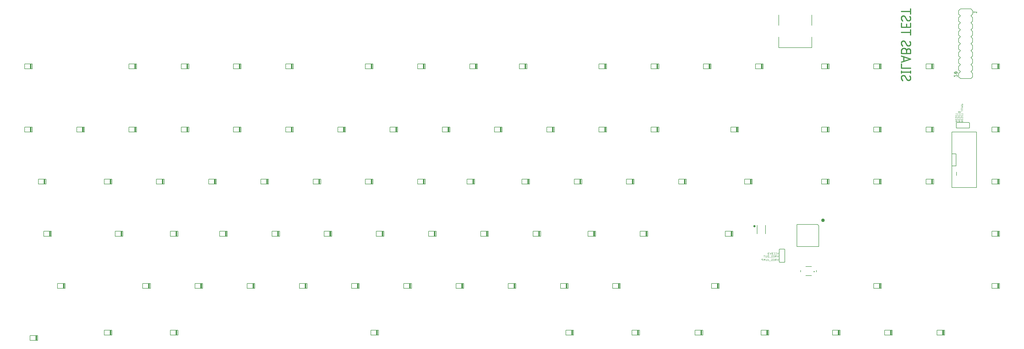
<source format=gbo>
G04 EAGLE Gerber X2 export*
%TF.Part,Single*%
%TF.FileFunction,Other,Bottom Silkscreen*%
%TF.FilePolarity,Positive*%
%TF.GenerationSoftware,Autodesk,EAGLE,8.6.0*%
%TF.CreationDate,2018-02-08T03:27:37Z*%
G75*
%MOMM*%
%FSLAX34Y34*%
%LPD*%
%AMOC8*
5,1,8,0,0,1.08239X$1,22.5*%
G01*
%ADD10C,0.101600*%
%ADD11C,0.457200*%
%ADD12C,0.203200*%
%ADD13C,0.127000*%
%ADD14C,1.016000*%
%ADD15C,0.152400*%
%ADD16C,0.364000*%
%ADD17C,0.600000*%

G36*
X1740565Y1010377D02*
X1740565Y1010377D01*
X1740631Y1010379D01*
X1740674Y1010397D01*
X1740721Y1010405D01*
X1740778Y1010439D01*
X1740838Y1010464D01*
X1740873Y1010495D01*
X1740914Y1010520D01*
X1740956Y1010571D01*
X1741004Y1010615D01*
X1741026Y1010657D01*
X1741055Y1010694D01*
X1741076Y1010756D01*
X1741107Y1010815D01*
X1741115Y1010869D01*
X1741127Y1010906D01*
X1741126Y1010946D01*
X1741134Y1011000D01*
X1741134Y1029000D01*
X1741123Y1029065D01*
X1741121Y1029131D01*
X1741103Y1029174D01*
X1741095Y1029221D01*
X1741061Y1029278D01*
X1741036Y1029338D01*
X1741005Y1029373D01*
X1740980Y1029414D01*
X1740929Y1029456D01*
X1740885Y1029504D01*
X1740843Y1029526D01*
X1740806Y1029555D01*
X1740744Y1029576D01*
X1740685Y1029607D01*
X1740631Y1029615D01*
X1740594Y1029627D01*
X1740554Y1029626D01*
X1740500Y1029634D01*
X1736500Y1029634D01*
X1736435Y1029623D01*
X1736369Y1029621D01*
X1736326Y1029603D01*
X1736279Y1029595D01*
X1736222Y1029561D01*
X1736162Y1029536D01*
X1736127Y1029505D01*
X1736086Y1029480D01*
X1736045Y1029429D01*
X1735996Y1029385D01*
X1735974Y1029343D01*
X1735945Y1029306D01*
X1735924Y1029244D01*
X1735893Y1029185D01*
X1735885Y1029131D01*
X1735873Y1029094D01*
X1735874Y1029054D01*
X1735866Y1029000D01*
X1735866Y1011000D01*
X1735877Y1010935D01*
X1735879Y1010869D01*
X1735897Y1010826D01*
X1735905Y1010779D01*
X1735939Y1010722D01*
X1735964Y1010662D01*
X1735995Y1010627D01*
X1736020Y1010586D01*
X1736071Y1010545D01*
X1736115Y1010496D01*
X1736157Y1010474D01*
X1736194Y1010445D01*
X1736256Y1010424D01*
X1736315Y1010393D01*
X1736369Y1010385D01*
X1736406Y1010373D01*
X1736446Y1010374D01*
X1736500Y1010366D01*
X1740500Y1010366D01*
X1740565Y1010377D01*
G37*
G36*
X500565Y1010377D02*
X500565Y1010377D01*
X500631Y1010379D01*
X500674Y1010397D01*
X500721Y1010405D01*
X500778Y1010439D01*
X500838Y1010464D01*
X500873Y1010495D01*
X500914Y1010520D01*
X500956Y1010571D01*
X501004Y1010615D01*
X501026Y1010657D01*
X501055Y1010694D01*
X501076Y1010756D01*
X501107Y1010815D01*
X501115Y1010869D01*
X501127Y1010906D01*
X501126Y1010946D01*
X501134Y1011000D01*
X501134Y1029000D01*
X501123Y1029065D01*
X501121Y1029131D01*
X501103Y1029174D01*
X501095Y1029221D01*
X501061Y1029278D01*
X501036Y1029338D01*
X501005Y1029373D01*
X500980Y1029414D01*
X500929Y1029456D01*
X500885Y1029504D01*
X500843Y1029526D01*
X500806Y1029555D01*
X500744Y1029576D01*
X500685Y1029607D01*
X500631Y1029615D01*
X500594Y1029627D01*
X500554Y1029626D01*
X500500Y1029634D01*
X496500Y1029634D01*
X496435Y1029623D01*
X496369Y1029621D01*
X496326Y1029603D01*
X496279Y1029595D01*
X496222Y1029561D01*
X496162Y1029536D01*
X496127Y1029505D01*
X496086Y1029480D01*
X496045Y1029429D01*
X495996Y1029385D01*
X495974Y1029343D01*
X495945Y1029306D01*
X495924Y1029244D01*
X495893Y1029185D01*
X495885Y1029131D01*
X495873Y1029094D01*
X495874Y1029054D01*
X495866Y1029000D01*
X495866Y1011000D01*
X495877Y1010935D01*
X495879Y1010869D01*
X495897Y1010826D01*
X495905Y1010779D01*
X495939Y1010722D01*
X495964Y1010662D01*
X495995Y1010627D01*
X496020Y1010586D01*
X496071Y1010545D01*
X496115Y1010496D01*
X496157Y1010474D01*
X496194Y1010445D01*
X496256Y1010424D01*
X496315Y1010393D01*
X496369Y1010385D01*
X496406Y1010373D01*
X496446Y1010374D01*
X496500Y1010366D01*
X500500Y1010366D01*
X500565Y1010377D01*
G37*
G36*
X2590565Y1010377D02*
X2590565Y1010377D01*
X2590631Y1010379D01*
X2590674Y1010397D01*
X2590721Y1010405D01*
X2590778Y1010439D01*
X2590838Y1010464D01*
X2590873Y1010495D01*
X2590914Y1010520D01*
X2590956Y1010571D01*
X2591004Y1010615D01*
X2591026Y1010657D01*
X2591055Y1010694D01*
X2591076Y1010756D01*
X2591107Y1010815D01*
X2591115Y1010869D01*
X2591127Y1010906D01*
X2591126Y1010946D01*
X2591134Y1011000D01*
X2591134Y1029000D01*
X2591123Y1029065D01*
X2591121Y1029131D01*
X2591103Y1029174D01*
X2591095Y1029221D01*
X2591061Y1029278D01*
X2591036Y1029338D01*
X2591005Y1029373D01*
X2590980Y1029414D01*
X2590929Y1029456D01*
X2590885Y1029504D01*
X2590843Y1029526D01*
X2590806Y1029555D01*
X2590744Y1029576D01*
X2590685Y1029607D01*
X2590631Y1029615D01*
X2590594Y1029627D01*
X2590554Y1029626D01*
X2590500Y1029634D01*
X2586500Y1029634D01*
X2586435Y1029623D01*
X2586369Y1029621D01*
X2586326Y1029603D01*
X2586279Y1029595D01*
X2586222Y1029561D01*
X2586162Y1029536D01*
X2586127Y1029505D01*
X2586086Y1029480D01*
X2586045Y1029429D01*
X2585996Y1029385D01*
X2585974Y1029343D01*
X2585945Y1029306D01*
X2585924Y1029244D01*
X2585893Y1029185D01*
X2585885Y1029131D01*
X2585873Y1029094D01*
X2585874Y1029054D01*
X2585866Y1029000D01*
X2585866Y1011000D01*
X2585877Y1010935D01*
X2585879Y1010869D01*
X2585897Y1010826D01*
X2585905Y1010779D01*
X2585939Y1010722D01*
X2585964Y1010662D01*
X2585995Y1010627D01*
X2586020Y1010586D01*
X2586071Y1010545D01*
X2586115Y1010496D01*
X2586157Y1010474D01*
X2586194Y1010445D01*
X2586256Y1010424D01*
X2586315Y1010393D01*
X2586369Y1010385D01*
X2586406Y1010373D01*
X2586446Y1010374D01*
X2586500Y1010366D01*
X2590500Y1010366D01*
X2590565Y1010377D01*
G37*
G36*
X120565Y1010377D02*
X120565Y1010377D01*
X120631Y1010379D01*
X120674Y1010397D01*
X120721Y1010405D01*
X120778Y1010439D01*
X120838Y1010464D01*
X120873Y1010495D01*
X120914Y1010520D01*
X120956Y1010571D01*
X121004Y1010615D01*
X121026Y1010657D01*
X121055Y1010694D01*
X121076Y1010756D01*
X121107Y1010815D01*
X121115Y1010869D01*
X121127Y1010906D01*
X121126Y1010946D01*
X121134Y1011000D01*
X121134Y1029000D01*
X121123Y1029065D01*
X121121Y1029131D01*
X121103Y1029174D01*
X121095Y1029221D01*
X121061Y1029278D01*
X121036Y1029338D01*
X121005Y1029373D01*
X120980Y1029414D01*
X120929Y1029456D01*
X120885Y1029504D01*
X120843Y1029526D01*
X120806Y1029555D01*
X120744Y1029576D01*
X120685Y1029607D01*
X120631Y1029615D01*
X120594Y1029627D01*
X120554Y1029626D01*
X120500Y1029634D01*
X116500Y1029634D01*
X116435Y1029623D01*
X116369Y1029621D01*
X116326Y1029603D01*
X116279Y1029595D01*
X116222Y1029561D01*
X116162Y1029536D01*
X116127Y1029505D01*
X116086Y1029480D01*
X116045Y1029429D01*
X115996Y1029385D01*
X115974Y1029343D01*
X115945Y1029306D01*
X115924Y1029244D01*
X115893Y1029185D01*
X115885Y1029131D01*
X115873Y1029094D01*
X115874Y1029054D01*
X115866Y1029000D01*
X115866Y1011000D01*
X115877Y1010935D01*
X115879Y1010869D01*
X115897Y1010826D01*
X115905Y1010779D01*
X115939Y1010722D01*
X115964Y1010662D01*
X115995Y1010627D01*
X116020Y1010586D01*
X116071Y1010545D01*
X116115Y1010496D01*
X116157Y1010474D01*
X116194Y1010445D01*
X116256Y1010424D01*
X116315Y1010393D01*
X116369Y1010385D01*
X116406Y1010373D01*
X116446Y1010374D01*
X116500Y1010366D01*
X120500Y1010366D01*
X120565Y1010377D01*
G37*
G36*
X1070565Y1010377D02*
X1070565Y1010377D01*
X1070631Y1010379D01*
X1070674Y1010397D01*
X1070721Y1010405D01*
X1070778Y1010439D01*
X1070838Y1010464D01*
X1070873Y1010495D01*
X1070914Y1010520D01*
X1070956Y1010571D01*
X1071004Y1010615D01*
X1071026Y1010657D01*
X1071055Y1010694D01*
X1071076Y1010756D01*
X1071107Y1010815D01*
X1071115Y1010869D01*
X1071127Y1010906D01*
X1071126Y1010946D01*
X1071134Y1011000D01*
X1071134Y1029000D01*
X1071123Y1029065D01*
X1071121Y1029131D01*
X1071103Y1029174D01*
X1071095Y1029221D01*
X1071061Y1029278D01*
X1071036Y1029338D01*
X1071005Y1029373D01*
X1070980Y1029414D01*
X1070929Y1029456D01*
X1070885Y1029504D01*
X1070843Y1029526D01*
X1070806Y1029555D01*
X1070744Y1029576D01*
X1070685Y1029607D01*
X1070631Y1029615D01*
X1070594Y1029627D01*
X1070554Y1029626D01*
X1070500Y1029634D01*
X1066500Y1029634D01*
X1066435Y1029623D01*
X1066369Y1029621D01*
X1066326Y1029603D01*
X1066279Y1029595D01*
X1066222Y1029561D01*
X1066162Y1029536D01*
X1066127Y1029505D01*
X1066086Y1029480D01*
X1066045Y1029429D01*
X1065996Y1029385D01*
X1065974Y1029343D01*
X1065945Y1029306D01*
X1065924Y1029244D01*
X1065893Y1029185D01*
X1065885Y1029131D01*
X1065873Y1029094D01*
X1065874Y1029054D01*
X1065866Y1029000D01*
X1065866Y1011000D01*
X1065877Y1010935D01*
X1065879Y1010869D01*
X1065897Y1010826D01*
X1065905Y1010779D01*
X1065939Y1010722D01*
X1065964Y1010662D01*
X1065995Y1010627D01*
X1066020Y1010586D01*
X1066071Y1010545D01*
X1066115Y1010496D01*
X1066157Y1010474D01*
X1066194Y1010445D01*
X1066256Y1010424D01*
X1066315Y1010393D01*
X1066369Y1010385D01*
X1066406Y1010373D01*
X1066446Y1010374D01*
X1066500Y1010366D01*
X1070500Y1010366D01*
X1070565Y1010377D01*
G37*
G36*
X3640565Y1010377D02*
X3640565Y1010377D01*
X3640631Y1010379D01*
X3640674Y1010397D01*
X3640721Y1010405D01*
X3640778Y1010439D01*
X3640838Y1010464D01*
X3640873Y1010495D01*
X3640914Y1010520D01*
X3640956Y1010571D01*
X3641004Y1010615D01*
X3641026Y1010657D01*
X3641055Y1010694D01*
X3641076Y1010756D01*
X3641107Y1010815D01*
X3641115Y1010869D01*
X3641127Y1010906D01*
X3641126Y1010946D01*
X3641134Y1011000D01*
X3641134Y1029000D01*
X3641123Y1029065D01*
X3641121Y1029131D01*
X3641103Y1029174D01*
X3641095Y1029221D01*
X3641061Y1029278D01*
X3641036Y1029338D01*
X3641005Y1029373D01*
X3640980Y1029414D01*
X3640929Y1029456D01*
X3640885Y1029504D01*
X3640843Y1029526D01*
X3640806Y1029555D01*
X3640744Y1029576D01*
X3640685Y1029607D01*
X3640631Y1029615D01*
X3640594Y1029627D01*
X3640554Y1029626D01*
X3640500Y1029634D01*
X3636500Y1029634D01*
X3636435Y1029623D01*
X3636369Y1029621D01*
X3636326Y1029603D01*
X3636279Y1029595D01*
X3636222Y1029561D01*
X3636162Y1029536D01*
X3636127Y1029505D01*
X3636086Y1029480D01*
X3636045Y1029429D01*
X3635996Y1029385D01*
X3635974Y1029343D01*
X3635945Y1029306D01*
X3635924Y1029244D01*
X3635893Y1029185D01*
X3635885Y1029131D01*
X3635873Y1029094D01*
X3635874Y1029054D01*
X3635866Y1029000D01*
X3635866Y1011000D01*
X3635877Y1010935D01*
X3635879Y1010869D01*
X3635897Y1010826D01*
X3635905Y1010779D01*
X3635939Y1010722D01*
X3635964Y1010662D01*
X3635995Y1010627D01*
X3636020Y1010586D01*
X3636071Y1010545D01*
X3636115Y1010496D01*
X3636157Y1010474D01*
X3636194Y1010445D01*
X3636256Y1010424D01*
X3636315Y1010393D01*
X3636369Y1010385D01*
X3636406Y1010373D01*
X3636446Y1010374D01*
X3636500Y1010366D01*
X3640500Y1010366D01*
X3640565Y1010377D01*
G37*
G36*
X1920565Y1010377D02*
X1920565Y1010377D01*
X1920631Y1010379D01*
X1920674Y1010397D01*
X1920721Y1010405D01*
X1920778Y1010439D01*
X1920838Y1010464D01*
X1920873Y1010495D01*
X1920914Y1010520D01*
X1920956Y1010571D01*
X1921004Y1010615D01*
X1921026Y1010657D01*
X1921055Y1010694D01*
X1921076Y1010756D01*
X1921107Y1010815D01*
X1921115Y1010869D01*
X1921127Y1010906D01*
X1921126Y1010946D01*
X1921134Y1011000D01*
X1921134Y1029000D01*
X1921123Y1029065D01*
X1921121Y1029131D01*
X1921103Y1029174D01*
X1921095Y1029221D01*
X1921061Y1029278D01*
X1921036Y1029338D01*
X1921005Y1029373D01*
X1920980Y1029414D01*
X1920929Y1029456D01*
X1920885Y1029504D01*
X1920843Y1029526D01*
X1920806Y1029555D01*
X1920744Y1029576D01*
X1920685Y1029607D01*
X1920631Y1029615D01*
X1920594Y1029627D01*
X1920554Y1029626D01*
X1920500Y1029634D01*
X1916500Y1029634D01*
X1916435Y1029623D01*
X1916369Y1029621D01*
X1916326Y1029603D01*
X1916279Y1029595D01*
X1916222Y1029561D01*
X1916162Y1029536D01*
X1916127Y1029505D01*
X1916086Y1029480D01*
X1916045Y1029429D01*
X1915996Y1029385D01*
X1915974Y1029343D01*
X1915945Y1029306D01*
X1915924Y1029244D01*
X1915893Y1029185D01*
X1915885Y1029131D01*
X1915873Y1029094D01*
X1915874Y1029054D01*
X1915866Y1029000D01*
X1915866Y1011000D01*
X1915877Y1010935D01*
X1915879Y1010869D01*
X1915897Y1010826D01*
X1915905Y1010779D01*
X1915939Y1010722D01*
X1915964Y1010662D01*
X1915995Y1010627D01*
X1916020Y1010586D01*
X1916071Y1010545D01*
X1916115Y1010496D01*
X1916157Y1010474D01*
X1916194Y1010445D01*
X1916256Y1010424D01*
X1916315Y1010393D01*
X1916369Y1010385D01*
X1916406Y1010373D01*
X1916446Y1010374D01*
X1916500Y1010366D01*
X1920500Y1010366D01*
X1920565Y1010377D01*
G37*
G36*
X690565Y1010377D02*
X690565Y1010377D01*
X690631Y1010379D01*
X690674Y1010397D01*
X690721Y1010405D01*
X690778Y1010439D01*
X690838Y1010464D01*
X690873Y1010495D01*
X690914Y1010520D01*
X690956Y1010571D01*
X691004Y1010615D01*
X691026Y1010657D01*
X691055Y1010694D01*
X691076Y1010756D01*
X691107Y1010815D01*
X691115Y1010869D01*
X691127Y1010906D01*
X691126Y1010946D01*
X691134Y1011000D01*
X691134Y1029000D01*
X691123Y1029065D01*
X691121Y1029131D01*
X691103Y1029174D01*
X691095Y1029221D01*
X691061Y1029278D01*
X691036Y1029338D01*
X691005Y1029373D01*
X690980Y1029414D01*
X690929Y1029456D01*
X690885Y1029504D01*
X690843Y1029526D01*
X690806Y1029555D01*
X690744Y1029576D01*
X690685Y1029607D01*
X690631Y1029615D01*
X690594Y1029627D01*
X690554Y1029626D01*
X690500Y1029634D01*
X686500Y1029634D01*
X686435Y1029623D01*
X686369Y1029621D01*
X686326Y1029603D01*
X686279Y1029595D01*
X686222Y1029561D01*
X686162Y1029536D01*
X686127Y1029505D01*
X686086Y1029480D01*
X686045Y1029429D01*
X685996Y1029385D01*
X685974Y1029343D01*
X685945Y1029306D01*
X685924Y1029244D01*
X685893Y1029185D01*
X685885Y1029131D01*
X685873Y1029094D01*
X685874Y1029054D01*
X685866Y1029000D01*
X685866Y1011000D01*
X685877Y1010935D01*
X685879Y1010869D01*
X685897Y1010826D01*
X685905Y1010779D01*
X685939Y1010722D01*
X685964Y1010662D01*
X685995Y1010627D01*
X686020Y1010586D01*
X686071Y1010545D01*
X686115Y1010496D01*
X686157Y1010474D01*
X686194Y1010445D01*
X686256Y1010424D01*
X686315Y1010393D01*
X686369Y1010385D01*
X686406Y1010373D01*
X686446Y1010374D01*
X686500Y1010366D01*
X690500Y1010366D01*
X690565Y1010377D01*
G37*
G36*
X1360565Y1010377D02*
X1360565Y1010377D01*
X1360631Y1010379D01*
X1360674Y1010397D01*
X1360721Y1010405D01*
X1360778Y1010439D01*
X1360838Y1010464D01*
X1360873Y1010495D01*
X1360914Y1010520D01*
X1360956Y1010571D01*
X1361004Y1010615D01*
X1361026Y1010657D01*
X1361055Y1010694D01*
X1361076Y1010756D01*
X1361107Y1010815D01*
X1361115Y1010869D01*
X1361127Y1010906D01*
X1361126Y1010946D01*
X1361134Y1011000D01*
X1361134Y1029000D01*
X1361123Y1029065D01*
X1361121Y1029131D01*
X1361103Y1029174D01*
X1361095Y1029221D01*
X1361061Y1029278D01*
X1361036Y1029338D01*
X1361005Y1029373D01*
X1360980Y1029414D01*
X1360929Y1029456D01*
X1360885Y1029504D01*
X1360843Y1029526D01*
X1360806Y1029555D01*
X1360744Y1029576D01*
X1360685Y1029607D01*
X1360631Y1029615D01*
X1360594Y1029627D01*
X1360554Y1029626D01*
X1360500Y1029634D01*
X1356500Y1029634D01*
X1356435Y1029623D01*
X1356369Y1029621D01*
X1356326Y1029603D01*
X1356279Y1029595D01*
X1356222Y1029561D01*
X1356162Y1029536D01*
X1356127Y1029505D01*
X1356086Y1029480D01*
X1356045Y1029429D01*
X1355996Y1029385D01*
X1355974Y1029343D01*
X1355945Y1029306D01*
X1355924Y1029244D01*
X1355893Y1029185D01*
X1355885Y1029131D01*
X1355873Y1029094D01*
X1355874Y1029054D01*
X1355866Y1029000D01*
X1355866Y1011000D01*
X1355877Y1010935D01*
X1355879Y1010869D01*
X1355897Y1010826D01*
X1355905Y1010779D01*
X1355939Y1010722D01*
X1355964Y1010662D01*
X1355995Y1010627D01*
X1356020Y1010586D01*
X1356071Y1010545D01*
X1356115Y1010496D01*
X1356157Y1010474D01*
X1356194Y1010445D01*
X1356256Y1010424D01*
X1356315Y1010393D01*
X1356369Y1010385D01*
X1356406Y1010373D01*
X1356446Y1010374D01*
X1356500Y1010366D01*
X1360500Y1010366D01*
X1360565Y1010377D01*
G37*
G36*
X880565Y1010377D02*
X880565Y1010377D01*
X880631Y1010379D01*
X880674Y1010397D01*
X880721Y1010405D01*
X880778Y1010439D01*
X880838Y1010464D01*
X880873Y1010495D01*
X880914Y1010520D01*
X880956Y1010571D01*
X881004Y1010615D01*
X881026Y1010657D01*
X881055Y1010694D01*
X881076Y1010756D01*
X881107Y1010815D01*
X881115Y1010869D01*
X881127Y1010906D01*
X881126Y1010946D01*
X881134Y1011000D01*
X881134Y1029000D01*
X881123Y1029065D01*
X881121Y1029131D01*
X881103Y1029174D01*
X881095Y1029221D01*
X881061Y1029278D01*
X881036Y1029338D01*
X881005Y1029373D01*
X880980Y1029414D01*
X880929Y1029456D01*
X880885Y1029504D01*
X880843Y1029526D01*
X880806Y1029555D01*
X880744Y1029576D01*
X880685Y1029607D01*
X880631Y1029615D01*
X880594Y1029627D01*
X880554Y1029626D01*
X880500Y1029634D01*
X876500Y1029634D01*
X876435Y1029623D01*
X876369Y1029621D01*
X876326Y1029603D01*
X876279Y1029595D01*
X876222Y1029561D01*
X876162Y1029536D01*
X876127Y1029505D01*
X876086Y1029480D01*
X876045Y1029429D01*
X875996Y1029385D01*
X875974Y1029343D01*
X875945Y1029306D01*
X875924Y1029244D01*
X875893Y1029185D01*
X875885Y1029131D01*
X875873Y1029094D01*
X875874Y1029054D01*
X875866Y1029000D01*
X875866Y1011000D01*
X875877Y1010935D01*
X875879Y1010869D01*
X875897Y1010826D01*
X875905Y1010779D01*
X875939Y1010722D01*
X875964Y1010662D01*
X875995Y1010627D01*
X876020Y1010586D01*
X876071Y1010545D01*
X876115Y1010496D01*
X876157Y1010474D01*
X876194Y1010445D01*
X876256Y1010424D01*
X876315Y1010393D01*
X876369Y1010385D01*
X876406Y1010373D01*
X876446Y1010374D01*
X876500Y1010366D01*
X880500Y1010366D01*
X880565Y1010377D01*
G37*
G36*
X2400565Y1010377D02*
X2400565Y1010377D01*
X2400631Y1010379D01*
X2400674Y1010397D01*
X2400721Y1010405D01*
X2400778Y1010439D01*
X2400838Y1010464D01*
X2400873Y1010495D01*
X2400914Y1010520D01*
X2400956Y1010571D01*
X2401004Y1010615D01*
X2401026Y1010657D01*
X2401055Y1010694D01*
X2401076Y1010756D01*
X2401107Y1010815D01*
X2401115Y1010869D01*
X2401127Y1010906D01*
X2401126Y1010946D01*
X2401134Y1011000D01*
X2401134Y1029000D01*
X2401123Y1029065D01*
X2401121Y1029131D01*
X2401103Y1029174D01*
X2401095Y1029221D01*
X2401061Y1029278D01*
X2401036Y1029338D01*
X2401005Y1029373D01*
X2400980Y1029414D01*
X2400929Y1029456D01*
X2400885Y1029504D01*
X2400843Y1029526D01*
X2400806Y1029555D01*
X2400744Y1029576D01*
X2400685Y1029607D01*
X2400631Y1029615D01*
X2400594Y1029627D01*
X2400554Y1029626D01*
X2400500Y1029634D01*
X2396500Y1029634D01*
X2396435Y1029623D01*
X2396369Y1029621D01*
X2396326Y1029603D01*
X2396279Y1029595D01*
X2396222Y1029561D01*
X2396162Y1029536D01*
X2396127Y1029505D01*
X2396086Y1029480D01*
X2396045Y1029429D01*
X2395996Y1029385D01*
X2395974Y1029343D01*
X2395945Y1029306D01*
X2395924Y1029244D01*
X2395893Y1029185D01*
X2395885Y1029131D01*
X2395873Y1029094D01*
X2395874Y1029054D01*
X2395866Y1029000D01*
X2395866Y1011000D01*
X2395877Y1010935D01*
X2395879Y1010869D01*
X2395897Y1010826D01*
X2395905Y1010779D01*
X2395939Y1010722D01*
X2395964Y1010662D01*
X2395995Y1010627D01*
X2396020Y1010586D01*
X2396071Y1010545D01*
X2396115Y1010496D01*
X2396157Y1010474D01*
X2396194Y1010445D01*
X2396256Y1010424D01*
X2396315Y1010393D01*
X2396369Y1010385D01*
X2396406Y1010373D01*
X2396446Y1010374D01*
X2396500Y1010366D01*
X2400500Y1010366D01*
X2400565Y1010377D01*
G37*
G36*
X3210565Y1010377D02*
X3210565Y1010377D01*
X3210631Y1010379D01*
X3210674Y1010397D01*
X3210721Y1010405D01*
X3210778Y1010439D01*
X3210838Y1010464D01*
X3210873Y1010495D01*
X3210914Y1010520D01*
X3210956Y1010571D01*
X3211004Y1010615D01*
X3211026Y1010657D01*
X3211055Y1010694D01*
X3211076Y1010756D01*
X3211107Y1010815D01*
X3211115Y1010869D01*
X3211127Y1010906D01*
X3211126Y1010946D01*
X3211134Y1011000D01*
X3211134Y1029000D01*
X3211123Y1029065D01*
X3211121Y1029131D01*
X3211103Y1029174D01*
X3211095Y1029221D01*
X3211061Y1029278D01*
X3211036Y1029338D01*
X3211005Y1029373D01*
X3210980Y1029414D01*
X3210929Y1029456D01*
X3210885Y1029504D01*
X3210843Y1029526D01*
X3210806Y1029555D01*
X3210744Y1029576D01*
X3210685Y1029607D01*
X3210631Y1029615D01*
X3210594Y1029627D01*
X3210554Y1029626D01*
X3210500Y1029634D01*
X3206500Y1029634D01*
X3206435Y1029623D01*
X3206369Y1029621D01*
X3206326Y1029603D01*
X3206279Y1029595D01*
X3206222Y1029561D01*
X3206162Y1029536D01*
X3206127Y1029505D01*
X3206086Y1029480D01*
X3206045Y1029429D01*
X3205996Y1029385D01*
X3205974Y1029343D01*
X3205945Y1029306D01*
X3205924Y1029244D01*
X3205893Y1029185D01*
X3205885Y1029131D01*
X3205873Y1029094D01*
X3205874Y1029054D01*
X3205866Y1029000D01*
X3205866Y1011000D01*
X3205877Y1010935D01*
X3205879Y1010869D01*
X3205897Y1010826D01*
X3205905Y1010779D01*
X3205939Y1010722D01*
X3205964Y1010662D01*
X3205995Y1010627D01*
X3206020Y1010586D01*
X3206071Y1010545D01*
X3206115Y1010496D01*
X3206157Y1010474D01*
X3206194Y1010445D01*
X3206256Y1010424D01*
X3206315Y1010393D01*
X3206369Y1010385D01*
X3206406Y1010373D01*
X3206446Y1010374D01*
X3206500Y1010366D01*
X3210500Y1010366D01*
X3210565Y1010377D01*
G37*
G36*
X3400565Y1010377D02*
X3400565Y1010377D01*
X3400631Y1010379D01*
X3400674Y1010397D01*
X3400721Y1010405D01*
X3400778Y1010439D01*
X3400838Y1010464D01*
X3400873Y1010495D01*
X3400914Y1010520D01*
X3400956Y1010571D01*
X3401004Y1010615D01*
X3401026Y1010657D01*
X3401055Y1010694D01*
X3401076Y1010756D01*
X3401107Y1010815D01*
X3401115Y1010869D01*
X3401127Y1010906D01*
X3401126Y1010946D01*
X3401134Y1011000D01*
X3401134Y1029000D01*
X3401123Y1029065D01*
X3401121Y1029131D01*
X3401103Y1029174D01*
X3401095Y1029221D01*
X3401061Y1029278D01*
X3401036Y1029338D01*
X3401005Y1029373D01*
X3400980Y1029414D01*
X3400929Y1029456D01*
X3400885Y1029504D01*
X3400843Y1029526D01*
X3400806Y1029555D01*
X3400744Y1029576D01*
X3400685Y1029607D01*
X3400631Y1029615D01*
X3400594Y1029627D01*
X3400554Y1029626D01*
X3400500Y1029634D01*
X3396500Y1029634D01*
X3396435Y1029623D01*
X3396369Y1029621D01*
X3396326Y1029603D01*
X3396279Y1029595D01*
X3396222Y1029561D01*
X3396162Y1029536D01*
X3396127Y1029505D01*
X3396086Y1029480D01*
X3396045Y1029429D01*
X3395996Y1029385D01*
X3395974Y1029343D01*
X3395945Y1029306D01*
X3395924Y1029244D01*
X3395893Y1029185D01*
X3395885Y1029131D01*
X3395873Y1029094D01*
X3395874Y1029054D01*
X3395866Y1029000D01*
X3395866Y1011000D01*
X3395877Y1010935D01*
X3395879Y1010869D01*
X3395897Y1010826D01*
X3395905Y1010779D01*
X3395939Y1010722D01*
X3395964Y1010662D01*
X3395995Y1010627D01*
X3396020Y1010586D01*
X3396071Y1010545D01*
X3396115Y1010496D01*
X3396157Y1010474D01*
X3396194Y1010445D01*
X3396256Y1010424D01*
X3396315Y1010393D01*
X3396369Y1010385D01*
X3396406Y1010373D01*
X3396446Y1010374D01*
X3396500Y1010366D01*
X3400500Y1010366D01*
X3400565Y1010377D01*
G37*
G36*
X2780565Y1010377D02*
X2780565Y1010377D01*
X2780631Y1010379D01*
X2780674Y1010397D01*
X2780721Y1010405D01*
X2780778Y1010439D01*
X2780838Y1010464D01*
X2780873Y1010495D01*
X2780914Y1010520D01*
X2780956Y1010571D01*
X2781004Y1010615D01*
X2781026Y1010657D01*
X2781055Y1010694D01*
X2781076Y1010756D01*
X2781107Y1010815D01*
X2781115Y1010869D01*
X2781127Y1010906D01*
X2781126Y1010946D01*
X2781134Y1011000D01*
X2781134Y1029000D01*
X2781123Y1029065D01*
X2781121Y1029131D01*
X2781103Y1029174D01*
X2781095Y1029221D01*
X2781061Y1029278D01*
X2781036Y1029338D01*
X2781005Y1029373D01*
X2780980Y1029414D01*
X2780929Y1029456D01*
X2780885Y1029504D01*
X2780843Y1029526D01*
X2780806Y1029555D01*
X2780744Y1029576D01*
X2780685Y1029607D01*
X2780631Y1029615D01*
X2780594Y1029627D01*
X2780554Y1029626D01*
X2780500Y1029634D01*
X2776500Y1029634D01*
X2776435Y1029623D01*
X2776369Y1029621D01*
X2776326Y1029603D01*
X2776279Y1029595D01*
X2776222Y1029561D01*
X2776162Y1029536D01*
X2776127Y1029505D01*
X2776086Y1029480D01*
X2776045Y1029429D01*
X2775996Y1029385D01*
X2775974Y1029343D01*
X2775945Y1029306D01*
X2775924Y1029244D01*
X2775893Y1029185D01*
X2775885Y1029131D01*
X2775873Y1029094D01*
X2775874Y1029054D01*
X2775866Y1029000D01*
X2775866Y1011000D01*
X2775877Y1010935D01*
X2775879Y1010869D01*
X2775897Y1010826D01*
X2775905Y1010779D01*
X2775939Y1010722D01*
X2775964Y1010662D01*
X2775995Y1010627D01*
X2776020Y1010586D01*
X2776071Y1010545D01*
X2776115Y1010496D01*
X2776157Y1010474D01*
X2776194Y1010445D01*
X2776256Y1010424D01*
X2776315Y1010393D01*
X2776369Y1010385D01*
X2776406Y1010373D01*
X2776446Y1010374D01*
X2776500Y1010366D01*
X2780500Y1010366D01*
X2780565Y1010377D01*
G37*
G36*
X3020565Y1010377D02*
X3020565Y1010377D01*
X3020631Y1010379D01*
X3020674Y1010397D01*
X3020721Y1010405D01*
X3020778Y1010439D01*
X3020838Y1010464D01*
X3020873Y1010495D01*
X3020914Y1010520D01*
X3020956Y1010571D01*
X3021004Y1010615D01*
X3021026Y1010657D01*
X3021055Y1010694D01*
X3021076Y1010756D01*
X3021107Y1010815D01*
X3021115Y1010869D01*
X3021127Y1010906D01*
X3021126Y1010946D01*
X3021134Y1011000D01*
X3021134Y1029000D01*
X3021123Y1029065D01*
X3021121Y1029131D01*
X3021103Y1029174D01*
X3021095Y1029221D01*
X3021061Y1029278D01*
X3021036Y1029338D01*
X3021005Y1029373D01*
X3020980Y1029414D01*
X3020929Y1029456D01*
X3020885Y1029504D01*
X3020843Y1029526D01*
X3020806Y1029555D01*
X3020744Y1029576D01*
X3020685Y1029607D01*
X3020631Y1029615D01*
X3020594Y1029627D01*
X3020554Y1029626D01*
X3020500Y1029634D01*
X3016500Y1029634D01*
X3016435Y1029623D01*
X3016369Y1029621D01*
X3016326Y1029603D01*
X3016279Y1029595D01*
X3016222Y1029561D01*
X3016162Y1029536D01*
X3016127Y1029505D01*
X3016086Y1029480D01*
X3016045Y1029429D01*
X3015996Y1029385D01*
X3015974Y1029343D01*
X3015945Y1029306D01*
X3015924Y1029244D01*
X3015893Y1029185D01*
X3015885Y1029131D01*
X3015873Y1029094D01*
X3015874Y1029054D01*
X3015866Y1029000D01*
X3015866Y1011000D01*
X3015877Y1010935D01*
X3015879Y1010869D01*
X3015897Y1010826D01*
X3015905Y1010779D01*
X3015939Y1010722D01*
X3015964Y1010662D01*
X3015995Y1010627D01*
X3016020Y1010586D01*
X3016071Y1010545D01*
X3016115Y1010496D01*
X3016157Y1010474D01*
X3016194Y1010445D01*
X3016256Y1010424D01*
X3016315Y1010393D01*
X3016369Y1010385D01*
X3016406Y1010373D01*
X3016446Y1010374D01*
X3016500Y1010366D01*
X3020500Y1010366D01*
X3020565Y1010377D01*
G37*
G36*
X1550565Y1010377D02*
X1550565Y1010377D01*
X1550631Y1010379D01*
X1550674Y1010397D01*
X1550721Y1010405D01*
X1550778Y1010439D01*
X1550838Y1010464D01*
X1550873Y1010495D01*
X1550914Y1010520D01*
X1550956Y1010571D01*
X1551004Y1010615D01*
X1551026Y1010657D01*
X1551055Y1010694D01*
X1551076Y1010756D01*
X1551107Y1010815D01*
X1551115Y1010869D01*
X1551127Y1010906D01*
X1551126Y1010946D01*
X1551134Y1011000D01*
X1551134Y1029000D01*
X1551123Y1029065D01*
X1551121Y1029131D01*
X1551103Y1029174D01*
X1551095Y1029221D01*
X1551061Y1029278D01*
X1551036Y1029338D01*
X1551005Y1029373D01*
X1550980Y1029414D01*
X1550929Y1029456D01*
X1550885Y1029504D01*
X1550843Y1029526D01*
X1550806Y1029555D01*
X1550744Y1029576D01*
X1550685Y1029607D01*
X1550631Y1029615D01*
X1550594Y1029627D01*
X1550554Y1029626D01*
X1550500Y1029634D01*
X1546500Y1029634D01*
X1546435Y1029623D01*
X1546369Y1029621D01*
X1546326Y1029603D01*
X1546279Y1029595D01*
X1546222Y1029561D01*
X1546162Y1029536D01*
X1546127Y1029505D01*
X1546086Y1029480D01*
X1546045Y1029429D01*
X1545996Y1029385D01*
X1545974Y1029343D01*
X1545945Y1029306D01*
X1545924Y1029244D01*
X1545893Y1029185D01*
X1545885Y1029131D01*
X1545873Y1029094D01*
X1545874Y1029054D01*
X1545866Y1029000D01*
X1545866Y1011000D01*
X1545877Y1010935D01*
X1545879Y1010869D01*
X1545897Y1010826D01*
X1545905Y1010779D01*
X1545939Y1010722D01*
X1545964Y1010662D01*
X1545995Y1010627D01*
X1546020Y1010586D01*
X1546071Y1010545D01*
X1546115Y1010496D01*
X1546157Y1010474D01*
X1546194Y1010445D01*
X1546256Y1010424D01*
X1546315Y1010393D01*
X1546369Y1010385D01*
X1546406Y1010373D01*
X1546446Y1010374D01*
X1546500Y1010366D01*
X1550500Y1010366D01*
X1550565Y1010377D01*
G37*
G36*
X2210565Y1010377D02*
X2210565Y1010377D01*
X2210631Y1010379D01*
X2210674Y1010397D01*
X2210721Y1010405D01*
X2210778Y1010439D01*
X2210838Y1010464D01*
X2210873Y1010495D01*
X2210914Y1010520D01*
X2210956Y1010571D01*
X2211004Y1010615D01*
X2211026Y1010657D01*
X2211055Y1010694D01*
X2211076Y1010756D01*
X2211107Y1010815D01*
X2211115Y1010869D01*
X2211127Y1010906D01*
X2211126Y1010946D01*
X2211134Y1011000D01*
X2211134Y1029000D01*
X2211123Y1029065D01*
X2211121Y1029131D01*
X2211103Y1029174D01*
X2211095Y1029221D01*
X2211061Y1029278D01*
X2211036Y1029338D01*
X2211005Y1029373D01*
X2210980Y1029414D01*
X2210929Y1029456D01*
X2210885Y1029504D01*
X2210843Y1029526D01*
X2210806Y1029555D01*
X2210744Y1029576D01*
X2210685Y1029607D01*
X2210631Y1029615D01*
X2210594Y1029627D01*
X2210554Y1029626D01*
X2210500Y1029634D01*
X2206500Y1029634D01*
X2206435Y1029623D01*
X2206369Y1029621D01*
X2206326Y1029603D01*
X2206279Y1029595D01*
X2206222Y1029561D01*
X2206162Y1029536D01*
X2206127Y1029505D01*
X2206086Y1029480D01*
X2206045Y1029429D01*
X2205996Y1029385D01*
X2205974Y1029343D01*
X2205945Y1029306D01*
X2205924Y1029244D01*
X2205893Y1029185D01*
X2205885Y1029131D01*
X2205873Y1029094D01*
X2205874Y1029054D01*
X2205866Y1029000D01*
X2205866Y1011000D01*
X2205877Y1010935D01*
X2205879Y1010869D01*
X2205897Y1010826D01*
X2205905Y1010779D01*
X2205939Y1010722D01*
X2205964Y1010662D01*
X2205995Y1010627D01*
X2206020Y1010586D01*
X2206071Y1010545D01*
X2206115Y1010496D01*
X2206157Y1010474D01*
X2206194Y1010445D01*
X2206256Y1010424D01*
X2206315Y1010393D01*
X2206369Y1010385D01*
X2206406Y1010373D01*
X2206446Y1010374D01*
X2206500Y1010366D01*
X2210500Y1010366D01*
X2210565Y1010377D01*
G37*
G36*
X3640565Y780377D02*
X3640565Y780377D01*
X3640631Y780379D01*
X3640674Y780397D01*
X3640721Y780405D01*
X3640778Y780439D01*
X3640838Y780464D01*
X3640873Y780495D01*
X3640914Y780520D01*
X3640956Y780571D01*
X3641004Y780615D01*
X3641026Y780657D01*
X3641055Y780694D01*
X3641076Y780756D01*
X3641107Y780815D01*
X3641115Y780869D01*
X3641127Y780906D01*
X3641126Y780946D01*
X3641134Y781000D01*
X3641134Y799000D01*
X3641123Y799065D01*
X3641121Y799131D01*
X3641103Y799174D01*
X3641095Y799221D01*
X3641061Y799278D01*
X3641036Y799338D01*
X3641005Y799373D01*
X3640980Y799414D01*
X3640929Y799456D01*
X3640885Y799504D01*
X3640843Y799526D01*
X3640806Y799555D01*
X3640744Y799576D01*
X3640685Y799607D01*
X3640631Y799615D01*
X3640594Y799627D01*
X3640554Y799626D01*
X3640500Y799634D01*
X3636500Y799634D01*
X3636435Y799623D01*
X3636369Y799621D01*
X3636326Y799603D01*
X3636279Y799595D01*
X3636222Y799561D01*
X3636162Y799536D01*
X3636127Y799505D01*
X3636086Y799480D01*
X3636045Y799429D01*
X3635996Y799385D01*
X3635974Y799343D01*
X3635945Y799306D01*
X3635924Y799244D01*
X3635893Y799185D01*
X3635885Y799131D01*
X3635873Y799094D01*
X3635874Y799054D01*
X3635866Y799000D01*
X3635866Y781000D01*
X3635877Y780935D01*
X3635879Y780869D01*
X3635897Y780826D01*
X3635905Y780779D01*
X3635939Y780722D01*
X3635964Y780662D01*
X3635995Y780627D01*
X3636020Y780586D01*
X3636071Y780545D01*
X3636115Y780496D01*
X3636157Y780474D01*
X3636194Y780445D01*
X3636256Y780424D01*
X3636315Y780393D01*
X3636369Y780385D01*
X3636406Y780373D01*
X3636446Y780374D01*
X3636500Y780366D01*
X3640500Y780366D01*
X3640565Y780377D01*
G37*
G36*
X3400565Y780377D02*
X3400565Y780377D01*
X3400631Y780379D01*
X3400674Y780397D01*
X3400721Y780405D01*
X3400778Y780439D01*
X3400838Y780464D01*
X3400873Y780495D01*
X3400914Y780520D01*
X3400956Y780571D01*
X3401004Y780615D01*
X3401026Y780657D01*
X3401055Y780694D01*
X3401076Y780756D01*
X3401107Y780815D01*
X3401115Y780869D01*
X3401127Y780906D01*
X3401126Y780946D01*
X3401134Y781000D01*
X3401134Y799000D01*
X3401123Y799065D01*
X3401121Y799131D01*
X3401103Y799174D01*
X3401095Y799221D01*
X3401061Y799278D01*
X3401036Y799338D01*
X3401005Y799373D01*
X3400980Y799414D01*
X3400929Y799456D01*
X3400885Y799504D01*
X3400843Y799526D01*
X3400806Y799555D01*
X3400744Y799576D01*
X3400685Y799607D01*
X3400631Y799615D01*
X3400594Y799627D01*
X3400554Y799626D01*
X3400500Y799634D01*
X3396500Y799634D01*
X3396435Y799623D01*
X3396369Y799621D01*
X3396326Y799603D01*
X3396279Y799595D01*
X3396222Y799561D01*
X3396162Y799536D01*
X3396127Y799505D01*
X3396086Y799480D01*
X3396045Y799429D01*
X3395996Y799385D01*
X3395974Y799343D01*
X3395945Y799306D01*
X3395924Y799244D01*
X3395893Y799185D01*
X3395885Y799131D01*
X3395873Y799094D01*
X3395874Y799054D01*
X3395866Y799000D01*
X3395866Y781000D01*
X3395877Y780935D01*
X3395879Y780869D01*
X3395897Y780826D01*
X3395905Y780779D01*
X3395939Y780722D01*
X3395964Y780662D01*
X3395995Y780627D01*
X3396020Y780586D01*
X3396071Y780545D01*
X3396115Y780496D01*
X3396157Y780474D01*
X3396194Y780445D01*
X3396256Y780424D01*
X3396315Y780393D01*
X3396369Y780385D01*
X3396406Y780373D01*
X3396446Y780374D01*
X3396500Y780366D01*
X3400500Y780366D01*
X3400565Y780377D01*
G37*
G36*
X3210565Y780377D02*
X3210565Y780377D01*
X3210631Y780379D01*
X3210674Y780397D01*
X3210721Y780405D01*
X3210778Y780439D01*
X3210838Y780464D01*
X3210873Y780495D01*
X3210914Y780520D01*
X3210956Y780571D01*
X3211004Y780615D01*
X3211026Y780657D01*
X3211055Y780694D01*
X3211076Y780756D01*
X3211107Y780815D01*
X3211115Y780869D01*
X3211127Y780906D01*
X3211126Y780946D01*
X3211134Y781000D01*
X3211134Y799000D01*
X3211123Y799065D01*
X3211121Y799131D01*
X3211103Y799174D01*
X3211095Y799221D01*
X3211061Y799278D01*
X3211036Y799338D01*
X3211005Y799373D01*
X3210980Y799414D01*
X3210929Y799456D01*
X3210885Y799504D01*
X3210843Y799526D01*
X3210806Y799555D01*
X3210744Y799576D01*
X3210685Y799607D01*
X3210631Y799615D01*
X3210594Y799627D01*
X3210554Y799626D01*
X3210500Y799634D01*
X3206500Y799634D01*
X3206435Y799623D01*
X3206369Y799621D01*
X3206326Y799603D01*
X3206279Y799595D01*
X3206222Y799561D01*
X3206162Y799536D01*
X3206127Y799505D01*
X3206086Y799480D01*
X3206045Y799429D01*
X3205996Y799385D01*
X3205974Y799343D01*
X3205945Y799306D01*
X3205924Y799244D01*
X3205893Y799185D01*
X3205885Y799131D01*
X3205873Y799094D01*
X3205874Y799054D01*
X3205866Y799000D01*
X3205866Y781000D01*
X3205877Y780935D01*
X3205879Y780869D01*
X3205897Y780826D01*
X3205905Y780779D01*
X3205939Y780722D01*
X3205964Y780662D01*
X3205995Y780627D01*
X3206020Y780586D01*
X3206071Y780545D01*
X3206115Y780496D01*
X3206157Y780474D01*
X3206194Y780445D01*
X3206256Y780424D01*
X3206315Y780393D01*
X3206369Y780385D01*
X3206406Y780373D01*
X3206446Y780374D01*
X3206500Y780366D01*
X3210500Y780366D01*
X3210565Y780377D01*
G37*
G36*
X1070565Y780377D02*
X1070565Y780377D01*
X1070631Y780379D01*
X1070674Y780397D01*
X1070721Y780405D01*
X1070778Y780439D01*
X1070838Y780464D01*
X1070873Y780495D01*
X1070914Y780520D01*
X1070956Y780571D01*
X1071004Y780615D01*
X1071026Y780657D01*
X1071055Y780694D01*
X1071076Y780756D01*
X1071107Y780815D01*
X1071115Y780869D01*
X1071127Y780906D01*
X1071126Y780946D01*
X1071134Y781000D01*
X1071134Y799000D01*
X1071123Y799065D01*
X1071121Y799131D01*
X1071103Y799174D01*
X1071095Y799221D01*
X1071061Y799278D01*
X1071036Y799338D01*
X1071005Y799373D01*
X1070980Y799414D01*
X1070929Y799456D01*
X1070885Y799504D01*
X1070843Y799526D01*
X1070806Y799555D01*
X1070744Y799576D01*
X1070685Y799607D01*
X1070631Y799615D01*
X1070594Y799627D01*
X1070554Y799626D01*
X1070500Y799634D01*
X1066500Y799634D01*
X1066435Y799623D01*
X1066369Y799621D01*
X1066326Y799603D01*
X1066279Y799595D01*
X1066222Y799561D01*
X1066162Y799536D01*
X1066127Y799505D01*
X1066086Y799480D01*
X1066045Y799429D01*
X1065996Y799385D01*
X1065974Y799343D01*
X1065945Y799306D01*
X1065924Y799244D01*
X1065893Y799185D01*
X1065885Y799131D01*
X1065873Y799094D01*
X1065874Y799054D01*
X1065866Y799000D01*
X1065866Y781000D01*
X1065877Y780935D01*
X1065879Y780869D01*
X1065897Y780826D01*
X1065905Y780779D01*
X1065939Y780722D01*
X1065964Y780662D01*
X1065995Y780627D01*
X1066020Y780586D01*
X1066071Y780545D01*
X1066115Y780496D01*
X1066157Y780474D01*
X1066194Y780445D01*
X1066256Y780424D01*
X1066315Y780393D01*
X1066369Y780385D01*
X1066406Y780373D01*
X1066446Y780374D01*
X1066500Y780366D01*
X1070500Y780366D01*
X1070565Y780377D01*
G37*
G36*
X880565Y780377D02*
X880565Y780377D01*
X880631Y780379D01*
X880674Y780397D01*
X880721Y780405D01*
X880778Y780439D01*
X880838Y780464D01*
X880873Y780495D01*
X880914Y780520D01*
X880956Y780571D01*
X881004Y780615D01*
X881026Y780657D01*
X881055Y780694D01*
X881076Y780756D01*
X881107Y780815D01*
X881115Y780869D01*
X881127Y780906D01*
X881126Y780946D01*
X881134Y781000D01*
X881134Y799000D01*
X881123Y799065D01*
X881121Y799131D01*
X881103Y799174D01*
X881095Y799221D01*
X881061Y799278D01*
X881036Y799338D01*
X881005Y799373D01*
X880980Y799414D01*
X880929Y799456D01*
X880885Y799504D01*
X880843Y799526D01*
X880806Y799555D01*
X880744Y799576D01*
X880685Y799607D01*
X880631Y799615D01*
X880594Y799627D01*
X880554Y799626D01*
X880500Y799634D01*
X876500Y799634D01*
X876435Y799623D01*
X876369Y799621D01*
X876326Y799603D01*
X876279Y799595D01*
X876222Y799561D01*
X876162Y799536D01*
X876127Y799505D01*
X876086Y799480D01*
X876045Y799429D01*
X875996Y799385D01*
X875974Y799343D01*
X875945Y799306D01*
X875924Y799244D01*
X875893Y799185D01*
X875885Y799131D01*
X875873Y799094D01*
X875874Y799054D01*
X875866Y799000D01*
X875866Y781000D01*
X875877Y780935D01*
X875879Y780869D01*
X875897Y780826D01*
X875905Y780779D01*
X875939Y780722D01*
X875964Y780662D01*
X875995Y780627D01*
X876020Y780586D01*
X876071Y780545D01*
X876115Y780496D01*
X876157Y780474D01*
X876194Y780445D01*
X876256Y780424D01*
X876315Y780393D01*
X876369Y780385D01*
X876406Y780373D01*
X876446Y780374D01*
X876500Y780366D01*
X880500Y780366D01*
X880565Y780377D01*
G37*
G36*
X2400565Y780377D02*
X2400565Y780377D01*
X2400631Y780379D01*
X2400674Y780397D01*
X2400721Y780405D01*
X2400778Y780439D01*
X2400838Y780464D01*
X2400873Y780495D01*
X2400914Y780520D01*
X2400956Y780571D01*
X2401004Y780615D01*
X2401026Y780657D01*
X2401055Y780694D01*
X2401076Y780756D01*
X2401107Y780815D01*
X2401115Y780869D01*
X2401127Y780906D01*
X2401126Y780946D01*
X2401134Y781000D01*
X2401134Y799000D01*
X2401123Y799065D01*
X2401121Y799131D01*
X2401103Y799174D01*
X2401095Y799221D01*
X2401061Y799278D01*
X2401036Y799338D01*
X2401005Y799373D01*
X2400980Y799414D01*
X2400929Y799456D01*
X2400885Y799504D01*
X2400843Y799526D01*
X2400806Y799555D01*
X2400744Y799576D01*
X2400685Y799607D01*
X2400631Y799615D01*
X2400594Y799627D01*
X2400554Y799626D01*
X2400500Y799634D01*
X2396500Y799634D01*
X2396435Y799623D01*
X2396369Y799621D01*
X2396326Y799603D01*
X2396279Y799595D01*
X2396222Y799561D01*
X2396162Y799536D01*
X2396127Y799505D01*
X2396086Y799480D01*
X2396045Y799429D01*
X2395996Y799385D01*
X2395974Y799343D01*
X2395945Y799306D01*
X2395924Y799244D01*
X2395893Y799185D01*
X2395885Y799131D01*
X2395873Y799094D01*
X2395874Y799054D01*
X2395866Y799000D01*
X2395866Y781000D01*
X2395877Y780935D01*
X2395879Y780869D01*
X2395897Y780826D01*
X2395905Y780779D01*
X2395939Y780722D01*
X2395964Y780662D01*
X2395995Y780627D01*
X2396020Y780586D01*
X2396071Y780545D01*
X2396115Y780496D01*
X2396157Y780474D01*
X2396194Y780445D01*
X2396256Y780424D01*
X2396315Y780393D01*
X2396369Y780385D01*
X2396406Y780373D01*
X2396446Y780374D01*
X2396500Y780366D01*
X2400500Y780366D01*
X2400565Y780377D01*
G37*
G36*
X500565Y780377D02*
X500565Y780377D01*
X500631Y780379D01*
X500674Y780397D01*
X500721Y780405D01*
X500778Y780439D01*
X500838Y780464D01*
X500873Y780495D01*
X500914Y780520D01*
X500956Y780571D01*
X501004Y780615D01*
X501026Y780657D01*
X501055Y780694D01*
X501076Y780756D01*
X501107Y780815D01*
X501115Y780869D01*
X501127Y780906D01*
X501126Y780946D01*
X501134Y781000D01*
X501134Y799000D01*
X501123Y799065D01*
X501121Y799131D01*
X501103Y799174D01*
X501095Y799221D01*
X501061Y799278D01*
X501036Y799338D01*
X501005Y799373D01*
X500980Y799414D01*
X500929Y799456D01*
X500885Y799504D01*
X500843Y799526D01*
X500806Y799555D01*
X500744Y799576D01*
X500685Y799607D01*
X500631Y799615D01*
X500594Y799627D01*
X500554Y799626D01*
X500500Y799634D01*
X496500Y799634D01*
X496435Y799623D01*
X496369Y799621D01*
X496326Y799603D01*
X496279Y799595D01*
X496222Y799561D01*
X496162Y799536D01*
X496127Y799505D01*
X496086Y799480D01*
X496045Y799429D01*
X495996Y799385D01*
X495974Y799343D01*
X495945Y799306D01*
X495924Y799244D01*
X495893Y799185D01*
X495885Y799131D01*
X495873Y799094D01*
X495874Y799054D01*
X495866Y799000D01*
X495866Y781000D01*
X495877Y780935D01*
X495879Y780869D01*
X495897Y780826D01*
X495905Y780779D01*
X495939Y780722D01*
X495964Y780662D01*
X495995Y780627D01*
X496020Y780586D01*
X496071Y780545D01*
X496115Y780496D01*
X496157Y780474D01*
X496194Y780445D01*
X496256Y780424D01*
X496315Y780393D01*
X496369Y780385D01*
X496406Y780373D01*
X496446Y780374D01*
X496500Y780366D01*
X500500Y780366D01*
X500565Y780377D01*
G37*
G36*
X690565Y780377D02*
X690565Y780377D01*
X690631Y780379D01*
X690674Y780397D01*
X690721Y780405D01*
X690778Y780439D01*
X690838Y780464D01*
X690873Y780495D01*
X690914Y780520D01*
X690956Y780571D01*
X691004Y780615D01*
X691026Y780657D01*
X691055Y780694D01*
X691076Y780756D01*
X691107Y780815D01*
X691115Y780869D01*
X691127Y780906D01*
X691126Y780946D01*
X691134Y781000D01*
X691134Y799000D01*
X691123Y799065D01*
X691121Y799131D01*
X691103Y799174D01*
X691095Y799221D01*
X691061Y799278D01*
X691036Y799338D01*
X691005Y799373D01*
X690980Y799414D01*
X690929Y799456D01*
X690885Y799504D01*
X690843Y799526D01*
X690806Y799555D01*
X690744Y799576D01*
X690685Y799607D01*
X690631Y799615D01*
X690594Y799627D01*
X690554Y799626D01*
X690500Y799634D01*
X686500Y799634D01*
X686435Y799623D01*
X686369Y799621D01*
X686326Y799603D01*
X686279Y799595D01*
X686222Y799561D01*
X686162Y799536D01*
X686127Y799505D01*
X686086Y799480D01*
X686045Y799429D01*
X685996Y799385D01*
X685974Y799343D01*
X685945Y799306D01*
X685924Y799244D01*
X685893Y799185D01*
X685885Y799131D01*
X685873Y799094D01*
X685874Y799054D01*
X685866Y799000D01*
X685866Y781000D01*
X685877Y780935D01*
X685879Y780869D01*
X685897Y780826D01*
X685905Y780779D01*
X685939Y780722D01*
X685964Y780662D01*
X685995Y780627D01*
X686020Y780586D01*
X686071Y780545D01*
X686115Y780496D01*
X686157Y780474D01*
X686194Y780445D01*
X686256Y780424D01*
X686315Y780393D01*
X686369Y780385D01*
X686406Y780373D01*
X686446Y780374D01*
X686500Y780366D01*
X690500Y780366D01*
X690565Y780377D01*
G37*
G36*
X1640565Y780377D02*
X1640565Y780377D01*
X1640631Y780379D01*
X1640674Y780397D01*
X1640721Y780405D01*
X1640778Y780439D01*
X1640838Y780464D01*
X1640873Y780495D01*
X1640914Y780520D01*
X1640956Y780571D01*
X1641004Y780615D01*
X1641026Y780657D01*
X1641055Y780694D01*
X1641076Y780756D01*
X1641107Y780815D01*
X1641115Y780869D01*
X1641127Y780906D01*
X1641126Y780946D01*
X1641134Y781000D01*
X1641134Y799000D01*
X1641123Y799065D01*
X1641121Y799131D01*
X1641103Y799174D01*
X1641095Y799221D01*
X1641061Y799278D01*
X1641036Y799338D01*
X1641005Y799373D01*
X1640980Y799414D01*
X1640929Y799456D01*
X1640885Y799504D01*
X1640843Y799526D01*
X1640806Y799555D01*
X1640744Y799576D01*
X1640685Y799607D01*
X1640631Y799615D01*
X1640594Y799627D01*
X1640554Y799626D01*
X1640500Y799634D01*
X1636500Y799634D01*
X1636435Y799623D01*
X1636369Y799621D01*
X1636326Y799603D01*
X1636279Y799595D01*
X1636222Y799561D01*
X1636162Y799536D01*
X1636127Y799505D01*
X1636086Y799480D01*
X1636045Y799429D01*
X1635996Y799385D01*
X1635974Y799343D01*
X1635945Y799306D01*
X1635924Y799244D01*
X1635893Y799185D01*
X1635885Y799131D01*
X1635873Y799094D01*
X1635874Y799054D01*
X1635866Y799000D01*
X1635866Y781000D01*
X1635877Y780935D01*
X1635879Y780869D01*
X1635897Y780826D01*
X1635905Y780779D01*
X1635939Y780722D01*
X1635964Y780662D01*
X1635995Y780627D01*
X1636020Y780586D01*
X1636071Y780545D01*
X1636115Y780496D01*
X1636157Y780474D01*
X1636194Y780445D01*
X1636256Y780424D01*
X1636315Y780393D01*
X1636369Y780385D01*
X1636406Y780373D01*
X1636446Y780374D01*
X1636500Y780366D01*
X1640500Y780366D01*
X1640565Y780377D01*
G37*
G36*
X310565Y780377D02*
X310565Y780377D01*
X310631Y780379D01*
X310674Y780397D01*
X310721Y780405D01*
X310778Y780439D01*
X310838Y780464D01*
X310873Y780495D01*
X310914Y780520D01*
X310956Y780571D01*
X311004Y780615D01*
X311026Y780657D01*
X311055Y780694D01*
X311076Y780756D01*
X311107Y780815D01*
X311115Y780869D01*
X311127Y780906D01*
X311126Y780946D01*
X311134Y781000D01*
X311134Y799000D01*
X311123Y799065D01*
X311121Y799131D01*
X311103Y799174D01*
X311095Y799221D01*
X311061Y799278D01*
X311036Y799338D01*
X311005Y799373D01*
X310980Y799414D01*
X310929Y799456D01*
X310885Y799504D01*
X310843Y799526D01*
X310806Y799555D01*
X310744Y799576D01*
X310685Y799607D01*
X310631Y799615D01*
X310594Y799627D01*
X310554Y799626D01*
X310500Y799634D01*
X306500Y799634D01*
X306435Y799623D01*
X306369Y799621D01*
X306326Y799603D01*
X306279Y799595D01*
X306222Y799561D01*
X306162Y799536D01*
X306127Y799505D01*
X306086Y799480D01*
X306045Y799429D01*
X305996Y799385D01*
X305974Y799343D01*
X305945Y799306D01*
X305924Y799244D01*
X305893Y799185D01*
X305885Y799131D01*
X305873Y799094D01*
X305874Y799054D01*
X305866Y799000D01*
X305866Y781000D01*
X305877Y780935D01*
X305879Y780869D01*
X305897Y780826D01*
X305905Y780779D01*
X305939Y780722D01*
X305964Y780662D01*
X305995Y780627D01*
X306020Y780586D01*
X306071Y780545D01*
X306115Y780496D01*
X306157Y780474D01*
X306194Y780445D01*
X306256Y780424D01*
X306315Y780393D01*
X306369Y780385D01*
X306406Y780373D01*
X306446Y780374D01*
X306500Y780366D01*
X310500Y780366D01*
X310565Y780377D01*
G37*
G36*
X1260565Y780377D02*
X1260565Y780377D01*
X1260631Y780379D01*
X1260674Y780397D01*
X1260721Y780405D01*
X1260778Y780439D01*
X1260838Y780464D01*
X1260873Y780495D01*
X1260914Y780520D01*
X1260956Y780571D01*
X1261004Y780615D01*
X1261026Y780657D01*
X1261055Y780694D01*
X1261076Y780756D01*
X1261107Y780815D01*
X1261115Y780869D01*
X1261127Y780906D01*
X1261126Y780946D01*
X1261134Y781000D01*
X1261134Y799000D01*
X1261123Y799065D01*
X1261121Y799131D01*
X1261103Y799174D01*
X1261095Y799221D01*
X1261061Y799278D01*
X1261036Y799338D01*
X1261005Y799373D01*
X1260980Y799414D01*
X1260929Y799456D01*
X1260885Y799504D01*
X1260843Y799526D01*
X1260806Y799555D01*
X1260744Y799576D01*
X1260685Y799607D01*
X1260631Y799615D01*
X1260594Y799627D01*
X1260554Y799626D01*
X1260500Y799634D01*
X1256500Y799634D01*
X1256435Y799623D01*
X1256369Y799621D01*
X1256326Y799603D01*
X1256279Y799595D01*
X1256222Y799561D01*
X1256162Y799536D01*
X1256127Y799505D01*
X1256086Y799480D01*
X1256045Y799429D01*
X1255996Y799385D01*
X1255974Y799343D01*
X1255945Y799306D01*
X1255924Y799244D01*
X1255893Y799185D01*
X1255885Y799131D01*
X1255873Y799094D01*
X1255874Y799054D01*
X1255866Y799000D01*
X1255866Y781000D01*
X1255877Y780935D01*
X1255879Y780869D01*
X1255897Y780826D01*
X1255905Y780779D01*
X1255939Y780722D01*
X1255964Y780662D01*
X1255995Y780627D01*
X1256020Y780586D01*
X1256071Y780545D01*
X1256115Y780496D01*
X1256157Y780474D01*
X1256194Y780445D01*
X1256256Y780424D01*
X1256315Y780393D01*
X1256369Y780385D01*
X1256406Y780373D01*
X1256446Y780374D01*
X1256500Y780366D01*
X1260500Y780366D01*
X1260565Y780377D01*
G37*
G36*
X2690565Y780377D02*
X2690565Y780377D01*
X2690631Y780379D01*
X2690674Y780397D01*
X2690721Y780405D01*
X2690778Y780439D01*
X2690838Y780464D01*
X2690873Y780495D01*
X2690914Y780520D01*
X2690956Y780571D01*
X2691004Y780615D01*
X2691026Y780657D01*
X2691055Y780694D01*
X2691076Y780756D01*
X2691107Y780815D01*
X2691115Y780869D01*
X2691127Y780906D01*
X2691126Y780946D01*
X2691134Y781000D01*
X2691134Y799000D01*
X2691123Y799065D01*
X2691121Y799131D01*
X2691103Y799174D01*
X2691095Y799221D01*
X2691061Y799278D01*
X2691036Y799338D01*
X2691005Y799373D01*
X2690980Y799414D01*
X2690929Y799456D01*
X2690885Y799504D01*
X2690843Y799526D01*
X2690806Y799555D01*
X2690744Y799576D01*
X2690685Y799607D01*
X2690631Y799615D01*
X2690594Y799627D01*
X2690554Y799626D01*
X2690500Y799634D01*
X2686500Y799634D01*
X2686435Y799623D01*
X2686369Y799621D01*
X2686326Y799603D01*
X2686279Y799595D01*
X2686222Y799561D01*
X2686162Y799536D01*
X2686127Y799505D01*
X2686086Y799480D01*
X2686045Y799429D01*
X2685996Y799385D01*
X2685974Y799343D01*
X2685945Y799306D01*
X2685924Y799244D01*
X2685893Y799185D01*
X2685885Y799131D01*
X2685873Y799094D01*
X2685874Y799054D01*
X2685866Y799000D01*
X2685866Y781000D01*
X2685877Y780935D01*
X2685879Y780869D01*
X2685897Y780826D01*
X2685905Y780779D01*
X2685939Y780722D01*
X2685964Y780662D01*
X2685995Y780627D01*
X2686020Y780586D01*
X2686071Y780545D01*
X2686115Y780496D01*
X2686157Y780474D01*
X2686194Y780445D01*
X2686256Y780424D01*
X2686315Y780393D01*
X2686369Y780385D01*
X2686406Y780373D01*
X2686446Y780374D01*
X2686500Y780366D01*
X2690500Y780366D01*
X2690565Y780377D01*
G37*
G36*
X1450565Y780377D02*
X1450565Y780377D01*
X1450631Y780379D01*
X1450674Y780397D01*
X1450721Y780405D01*
X1450778Y780439D01*
X1450838Y780464D01*
X1450873Y780495D01*
X1450914Y780520D01*
X1450956Y780571D01*
X1451004Y780615D01*
X1451026Y780657D01*
X1451055Y780694D01*
X1451076Y780756D01*
X1451107Y780815D01*
X1451115Y780869D01*
X1451127Y780906D01*
X1451126Y780946D01*
X1451134Y781000D01*
X1451134Y799000D01*
X1451123Y799065D01*
X1451121Y799131D01*
X1451103Y799174D01*
X1451095Y799221D01*
X1451061Y799278D01*
X1451036Y799338D01*
X1451005Y799373D01*
X1450980Y799414D01*
X1450929Y799456D01*
X1450885Y799504D01*
X1450843Y799526D01*
X1450806Y799555D01*
X1450744Y799576D01*
X1450685Y799607D01*
X1450631Y799615D01*
X1450594Y799627D01*
X1450554Y799626D01*
X1450500Y799634D01*
X1446500Y799634D01*
X1446435Y799623D01*
X1446369Y799621D01*
X1446326Y799603D01*
X1446279Y799595D01*
X1446222Y799561D01*
X1446162Y799536D01*
X1446127Y799505D01*
X1446086Y799480D01*
X1446045Y799429D01*
X1445996Y799385D01*
X1445974Y799343D01*
X1445945Y799306D01*
X1445924Y799244D01*
X1445893Y799185D01*
X1445885Y799131D01*
X1445873Y799094D01*
X1445874Y799054D01*
X1445866Y799000D01*
X1445866Y781000D01*
X1445877Y780935D01*
X1445879Y780869D01*
X1445897Y780826D01*
X1445905Y780779D01*
X1445939Y780722D01*
X1445964Y780662D01*
X1445995Y780627D01*
X1446020Y780586D01*
X1446071Y780545D01*
X1446115Y780496D01*
X1446157Y780474D01*
X1446194Y780445D01*
X1446256Y780424D01*
X1446315Y780393D01*
X1446369Y780385D01*
X1446406Y780373D01*
X1446446Y780374D01*
X1446500Y780366D01*
X1450500Y780366D01*
X1450565Y780377D01*
G37*
G36*
X2210565Y780377D02*
X2210565Y780377D01*
X2210631Y780379D01*
X2210674Y780397D01*
X2210721Y780405D01*
X2210778Y780439D01*
X2210838Y780464D01*
X2210873Y780495D01*
X2210914Y780520D01*
X2210956Y780571D01*
X2211004Y780615D01*
X2211026Y780657D01*
X2211055Y780694D01*
X2211076Y780756D01*
X2211107Y780815D01*
X2211115Y780869D01*
X2211127Y780906D01*
X2211126Y780946D01*
X2211134Y781000D01*
X2211134Y799000D01*
X2211123Y799065D01*
X2211121Y799131D01*
X2211103Y799174D01*
X2211095Y799221D01*
X2211061Y799278D01*
X2211036Y799338D01*
X2211005Y799373D01*
X2210980Y799414D01*
X2210929Y799456D01*
X2210885Y799504D01*
X2210843Y799526D01*
X2210806Y799555D01*
X2210744Y799576D01*
X2210685Y799607D01*
X2210631Y799615D01*
X2210594Y799627D01*
X2210554Y799626D01*
X2210500Y799634D01*
X2206500Y799634D01*
X2206435Y799623D01*
X2206369Y799621D01*
X2206326Y799603D01*
X2206279Y799595D01*
X2206222Y799561D01*
X2206162Y799536D01*
X2206127Y799505D01*
X2206086Y799480D01*
X2206045Y799429D01*
X2205996Y799385D01*
X2205974Y799343D01*
X2205945Y799306D01*
X2205924Y799244D01*
X2205893Y799185D01*
X2205885Y799131D01*
X2205873Y799094D01*
X2205874Y799054D01*
X2205866Y799000D01*
X2205866Y781000D01*
X2205877Y780935D01*
X2205879Y780869D01*
X2205897Y780826D01*
X2205905Y780779D01*
X2205939Y780722D01*
X2205964Y780662D01*
X2205995Y780627D01*
X2206020Y780586D01*
X2206071Y780545D01*
X2206115Y780496D01*
X2206157Y780474D01*
X2206194Y780445D01*
X2206256Y780424D01*
X2206315Y780393D01*
X2206369Y780385D01*
X2206406Y780373D01*
X2206446Y780374D01*
X2206500Y780366D01*
X2210500Y780366D01*
X2210565Y780377D01*
G37*
G36*
X120565Y780377D02*
X120565Y780377D01*
X120631Y780379D01*
X120674Y780397D01*
X120721Y780405D01*
X120778Y780439D01*
X120838Y780464D01*
X120873Y780495D01*
X120914Y780520D01*
X120956Y780571D01*
X121004Y780615D01*
X121026Y780657D01*
X121055Y780694D01*
X121076Y780756D01*
X121107Y780815D01*
X121115Y780869D01*
X121127Y780906D01*
X121126Y780946D01*
X121134Y781000D01*
X121134Y799000D01*
X121123Y799065D01*
X121121Y799131D01*
X121103Y799174D01*
X121095Y799221D01*
X121061Y799278D01*
X121036Y799338D01*
X121005Y799373D01*
X120980Y799414D01*
X120929Y799456D01*
X120885Y799504D01*
X120843Y799526D01*
X120806Y799555D01*
X120744Y799576D01*
X120685Y799607D01*
X120631Y799615D01*
X120594Y799627D01*
X120554Y799626D01*
X120500Y799634D01*
X116500Y799634D01*
X116435Y799623D01*
X116369Y799621D01*
X116326Y799603D01*
X116279Y799595D01*
X116222Y799561D01*
X116162Y799536D01*
X116127Y799505D01*
X116086Y799480D01*
X116045Y799429D01*
X115996Y799385D01*
X115974Y799343D01*
X115945Y799306D01*
X115924Y799244D01*
X115893Y799185D01*
X115885Y799131D01*
X115873Y799094D01*
X115874Y799054D01*
X115866Y799000D01*
X115866Y781000D01*
X115877Y780935D01*
X115879Y780869D01*
X115897Y780826D01*
X115905Y780779D01*
X115939Y780722D01*
X115964Y780662D01*
X115995Y780627D01*
X116020Y780586D01*
X116071Y780545D01*
X116115Y780496D01*
X116157Y780474D01*
X116194Y780445D01*
X116256Y780424D01*
X116315Y780393D01*
X116369Y780385D01*
X116406Y780373D01*
X116446Y780374D01*
X116500Y780366D01*
X120500Y780366D01*
X120565Y780377D01*
G37*
G36*
X2020565Y780377D02*
X2020565Y780377D01*
X2020631Y780379D01*
X2020674Y780397D01*
X2020721Y780405D01*
X2020778Y780439D01*
X2020838Y780464D01*
X2020873Y780495D01*
X2020914Y780520D01*
X2020956Y780571D01*
X2021004Y780615D01*
X2021026Y780657D01*
X2021055Y780694D01*
X2021076Y780756D01*
X2021107Y780815D01*
X2021115Y780869D01*
X2021127Y780906D01*
X2021126Y780946D01*
X2021134Y781000D01*
X2021134Y799000D01*
X2021123Y799065D01*
X2021121Y799131D01*
X2021103Y799174D01*
X2021095Y799221D01*
X2021061Y799278D01*
X2021036Y799338D01*
X2021005Y799373D01*
X2020980Y799414D01*
X2020929Y799456D01*
X2020885Y799504D01*
X2020843Y799526D01*
X2020806Y799555D01*
X2020744Y799576D01*
X2020685Y799607D01*
X2020631Y799615D01*
X2020594Y799627D01*
X2020554Y799626D01*
X2020500Y799634D01*
X2016500Y799634D01*
X2016435Y799623D01*
X2016369Y799621D01*
X2016326Y799603D01*
X2016279Y799595D01*
X2016222Y799561D01*
X2016162Y799536D01*
X2016127Y799505D01*
X2016086Y799480D01*
X2016045Y799429D01*
X2015996Y799385D01*
X2015974Y799343D01*
X2015945Y799306D01*
X2015924Y799244D01*
X2015893Y799185D01*
X2015885Y799131D01*
X2015873Y799094D01*
X2015874Y799054D01*
X2015866Y799000D01*
X2015866Y781000D01*
X2015877Y780935D01*
X2015879Y780869D01*
X2015897Y780826D01*
X2015905Y780779D01*
X2015939Y780722D01*
X2015964Y780662D01*
X2015995Y780627D01*
X2016020Y780586D01*
X2016071Y780545D01*
X2016115Y780496D01*
X2016157Y780474D01*
X2016194Y780445D01*
X2016256Y780424D01*
X2016315Y780393D01*
X2016369Y780385D01*
X2016406Y780373D01*
X2016446Y780374D01*
X2016500Y780366D01*
X2020500Y780366D01*
X2020565Y780377D01*
G37*
G36*
X1830565Y780377D02*
X1830565Y780377D01*
X1830631Y780379D01*
X1830674Y780397D01*
X1830721Y780405D01*
X1830778Y780439D01*
X1830838Y780464D01*
X1830873Y780495D01*
X1830914Y780520D01*
X1830956Y780571D01*
X1831004Y780615D01*
X1831026Y780657D01*
X1831055Y780694D01*
X1831076Y780756D01*
X1831107Y780815D01*
X1831115Y780869D01*
X1831127Y780906D01*
X1831126Y780946D01*
X1831134Y781000D01*
X1831134Y799000D01*
X1831123Y799065D01*
X1831121Y799131D01*
X1831103Y799174D01*
X1831095Y799221D01*
X1831061Y799278D01*
X1831036Y799338D01*
X1831005Y799373D01*
X1830980Y799414D01*
X1830929Y799456D01*
X1830885Y799504D01*
X1830843Y799526D01*
X1830806Y799555D01*
X1830744Y799576D01*
X1830685Y799607D01*
X1830631Y799615D01*
X1830594Y799627D01*
X1830554Y799626D01*
X1830500Y799634D01*
X1826500Y799634D01*
X1826435Y799623D01*
X1826369Y799621D01*
X1826326Y799603D01*
X1826279Y799595D01*
X1826222Y799561D01*
X1826162Y799536D01*
X1826127Y799505D01*
X1826086Y799480D01*
X1826045Y799429D01*
X1825996Y799385D01*
X1825974Y799343D01*
X1825945Y799306D01*
X1825924Y799244D01*
X1825893Y799185D01*
X1825885Y799131D01*
X1825873Y799094D01*
X1825874Y799054D01*
X1825866Y799000D01*
X1825866Y781000D01*
X1825877Y780935D01*
X1825879Y780869D01*
X1825897Y780826D01*
X1825905Y780779D01*
X1825939Y780722D01*
X1825964Y780662D01*
X1825995Y780627D01*
X1826020Y780586D01*
X1826071Y780545D01*
X1826115Y780496D01*
X1826157Y780474D01*
X1826194Y780445D01*
X1826256Y780424D01*
X1826315Y780393D01*
X1826369Y780385D01*
X1826406Y780373D01*
X1826446Y780374D01*
X1826500Y780366D01*
X1830500Y780366D01*
X1830565Y780377D01*
G37*
G36*
X3020565Y780377D02*
X3020565Y780377D01*
X3020631Y780379D01*
X3020674Y780397D01*
X3020721Y780405D01*
X3020778Y780439D01*
X3020838Y780464D01*
X3020873Y780495D01*
X3020914Y780520D01*
X3020956Y780571D01*
X3021004Y780615D01*
X3021026Y780657D01*
X3021055Y780694D01*
X3021076Y780756D01*
X3021107Y780815D01*
X3021115Y780869D01*
X3021127Y780906D01*
X3021126Y780946D01*
X3021134Y781000D01*
X3021134Y799000D01*
X3021123Y799065D01*
X3021121Y799131D01*
X3021103Y799174D01*
X3021095Y799221D01*
X3021061Y799278D01*
X3021036Y799338D01*
X3021005Y799373D01*
X3020980Y799414D01*
X3020929Y799456D01*
X3020885Y799504D01*
X3020843Y799526D01*
X3020806Y799555D01*
X3020744Y799576D01*
X3020685Y799607D01*
X3020631Y799615D01*
X3020594Y799627D01*
X3020554Y799626D01*
X3020500Y799634D01*
X3016500Y799634D01*
X3016435Y799623D01*
X3016369Y799621D01*
X3016326Y799603D01*
X3016279Y799595D01*
X3016222Y799561D01*
X3016162Y799536D01*
X3016127Y799505D01*
X3016086Y799480D01*
X3016045Y799429D01*
X3015996Y799385D01*
X3015974Y799343D01*
X3015945Y799306D01*
X3015924Y799244D01*
X3015893Y799185D01*
X3015885Y799131D01*
X3015873Y799094D01*
X3015874Y799054D01*
X3015866Y799000D01*
X3015866Y781000D01*
X3015877Y780935D01*
X3015879Y780869D01*
X3015897Y780826D01*
X3015905Y780779D01*
X3015939Y780722D01*
X3015964Y780662D01*
X3015995Y780627D01*
X3016020Y780586D01*
X3016071Y780545D01*
X3016115Y780496D01*
X3016157Y780474D01*
X3016194Y780445D01*
X3016256Y780424D01*
X3016315Y780393D01*
X3016369Y780385D01*
X3016406Y780373D01*
X3016446Y780374D01*
X3016500Y780366D01*
X3020500Y780366D01*
X3020565Y780377D01*
G37*
G36*
X1550565Y590377D02*
X1550565Y590377D01*
X1550631Y590379D01*
X1550674Y590397D01*
X1550721Y590405D01*
X1550778Y590439D01*
X1550838Y590464D01*
X1550873Y590495D01*
X1550914Y590520D01*
X1550956Y590571D01*
X1551004Y590615D01*
X1551026Y590657D01*
X1551055Y590694D01*
X1551076Y590756D01*
X1551107Y590815D01*
X1551115Y590869D01*
X1551127Y590906D01*
X1551126Y590946D01*
X1551134Y591000D01*
X1551134Y609000D01*
X1551123Y609065D01*
X1551121Y609131D01*
X1551103Y609174D01*
X1551095Y609221D01*
X1551061Y609278D01*
X1551036Y609338D01*
X1551005Y609373D01*
X1550980Y609414D01*
X1550929Y609456D01*
X1550885Y609504D01*
X1550843Y609526D01*
X1550806Y609555D01*
X1550744Y609576D01*
X1550685Y609607D01*
X1550631Y609615D01*
X1550594Y609627D01*
X1550554Y609626D01*
X1550500Y609634D01*
X1546500Y609634D01*
X1546435Y609623D01*
X1546369Y609621D01*
X1546326Y609603D01*
X1546279Y609595D01*
X1546222Y609561D01*
X1546162Y609536D01*
X1546127Y609505D01*
X1546086Y609480D01*
X1546045Y609429D01*
X1545996Y609385D01*
X1545974Y609343D01*
X1545945Y609306D01*
X1545924Y609244D01*
X1545893Y609185D01*
X1545885Y609131D01*
X1545873Y609094D01*
X1545874Y609054D01*
X1545866Y609000D01*
X1545866Y591000D01*
X1545877Y590935D01*
X1545879Y590869D01*
X1545897Y590826D01*
X1545905Y590779D01*
X1545939Y590722D01*
X1545964Y590662D01*
X1545995Y590627D01*
X1546020Y590586D01*
X1546071Y590545D01*
X1546115Y590496D01*
X1546157Y590474D01*
X1546194Y590445D01*
X1546256Y590424D01*
X1546315Y590393D01*
X1546369Y590385D01*
X1546406Y590373D01*
X1546446Y590374D01*
X1546500Y590366D01*
X1550500Y590366D01*
X1550565Y590377D01*
G37*
G36*
X1170565Y590377D02*
X1170565Y590377D01*
X1170631Y590379D01*
X1170674Y590397D01*
X1170721Y590405D01*
X1170778Y590439D01*
X1170838Y590464D01*
X1170873Y590495D01*
X1170914Y590520D01*
X1170956Y590571D01*
X1171004Y590615D01*
X1171026Y590657D01*
X1171055Y590694D01*
X1171076Y590756D01*
X1171107Y590815D01*
X1171115Y590869D01*
X1171127Y590906D01*
X1171126Y590946D01*
X1171134Y591000D01*
X1171134Y609000D01*
X1171123Y609065D01*
X1171121Y609131D01*
X1171103Y609174D01*
X1171095Y609221D01*
X1171061Y609278D01*
X1171036Y609338D01*
X1171005Y609373D01*
X1170980Y609414D01*
X1170929Y609456D01*
X1170885Y609504D01*
X1170843Y609526D01*
X1170806Y609555D01*
X1170744Y609576D01*
X1170685Y609607D01*
X1170631Y609615D01*
X1170594Y609627D01*
X1170554Y609626D01*
X1170500Y609634D01*
X1166500Y609634D01*
X1166435Y609623D01*
X1166369Y609621D01*
X1166326Y609603D01*
X1166279Y609595D01*
X1166222Y609561D01*
X1166162Y609536D01*
X1166127Y609505D01*
X1166086Y609480D01*
X1166045Y609429D01*
X1165996Y609385D01*
X1165974Y609343D01*
X1165945Y609306D01*
X1165924Y609244D01*
X1165893Y609185D01*
X1165885Y609131D01*
X1165873Y609094D01*
X1165874Y609054D01*
X1165866Y609000D01*
X1165866Y591000D01*
X1165877Y590935D01*
X1165879Y590869D01*
X1165897Y590826D01*
X1165905Y590779D01*
X1165939Y590722D01*
X1165964Y590662D01*
X1165995Y590627D01*
X1166020Y590586D01*
X1166071Y590545D01*
X1166115Y590496D01*
X1166157Y590474D01*
X1166194Y590445D01*
X1166256Y590424D01*
X1166315Y590393D01*
X1166369Y590385D01*
X1166406Y590373D01*
X1166446Y590374D01*
X1166500Y590366D01*
X1170500Y590366D01*
X1170565Y590377D01*
G37*
G36*
X2120565Y590377D02*
X2120565Y590377D01*
X2120631Y590379D01*
X2120674Y590397D01*
X2120721Y590405D01*
X2120778Y590439D01*
X2120838Y590464D01*
X2120873Y590495D01*
X2120914Y590520D01*
X2120956Y590571D01*
X2121004Y590615D01*
X2121026Y590657D01*
X2121055Y590694D01*
X2121076Y590756D01*
X2121107Y590815D01*
X2121115Y590869D01*
X2121127Y590906D01*
X2121126Y590946D01*
X2121134Y591000D01*
X2121134Y609000D01*
X2121123Y609065D01*
X2121121Y609131D01*
X2121103Y609174D01*
X2121095Y609221D01*
X2121061Y609278D01*
X2121036Y609338D01*
X2121005Y609373D01*
X2120980Y609414D01*
X2120929Y609456D01*
X2120885Y609504D01*
X2120843Y609526D01*
X2120806Y609555D01*
X2120744Y609576D01*
X2120685Y609607D01*
X2120631Y609615D01*
X2120594Y609627D01*
X2120554Y609626D01*
X2120500Y609634D01*
X2116500Y609634D01*
X2116435Y609623D01*
X2116369Y609621D01*
X2116326Y609603D01*
X2116279Y609595D01*
X2116222Y609561D01*
X2116162Y609536D01*
X2116127Y609505D01*
X2116086Y609480D01*
X2116045Y609429D01*
X2115996Y609385D01*
X2115974Y609343D01*
X2115945Y609306D01*
X2115924Y609244D01*
X2115893Y609185D01*
X2115885Y609131D01*
X2115873Y609094D01*
X2115874Y609054D01*
X2115866Y609000D01*
X2115866Y591000D01*
X2115877Y590935D01*
X2115879Y590869D01*
X2115897Y590826D01*
X2115905Y590779D01*
X2115939Y590722D01*
X2115964Y590662D01*
X2115995Y590627D01*
X2116020Y590586D01*
X2116071Y590545D01*
X2116115Y590496D01*
X2116157Y590474D01*
X2116194Y590445D01*
X2116256Y590424D01*
X2116315Y590393D01*
X2116369Y590385D01*
X2116406Y590373D01*
X2116446Y590374D01*
X2116500Y590366D01*
X2120500Y590366D01*
X2120565Y590377D01*
G37*
G36*
X2740565Y590377D02*
X2740565Y590377D01*
X2740631Y590379D01*
X2740674Y590397D01*
X2740721Y590405D01*
X2740778Y590439D01*
X2740838Y590464D01*
X2740873Y590495D01*
X2740914Y590520D01*
X2740956Y590571D01*
X2741004Y590615D01*
X2741026Y590657D01*
X2741055Y590694D01*
X2741076Y590756D01*
X2741107Y590815D01*
X2741115Y590869D01*
X2741127Y590906D01*
X2741126Y590946D01*
X2741134Y591000D01*
X2741134Y609000D01*
X2741123Y609065D01*
X2741121Y609131D01*
X2741103Y609174D01*
X2741095Y609221D01*
X2741061Y609278D01*
X2741036Y609338D01*
X2741005Y609373D01*
X2740980Y609414D01*
X2740929Y609456D01*
X2740885Y609504D01*
X2740843Y609526D01*
X2740806Y609555D01*
X2740744Y609576D01*
X2740685Y609607D01*
X2740631Y609615D01*
X2740594Y609627D01*
X2740554Y609626D01*
X2740500Y609634D01*
X2736500Y609634D01*
X2736435Y609623D01*
X2736369Y609621D01*
X2736326Y609603D01*
X2736279Y609595D01*
X2736222Y609561D01*
X2736162Y609536D01*
X2736127Y609505D01*
X2736086Y609480D01*
X2736045Y609429D01*
X2735996Y609385D01*
X2735974Y609343D01*
X2735945Y609306D01*
X2735924Y609244D01*
X2735893Y609185D01*
X2735885Y609131D01*
X2735873Y609094D01*
X2735874Y609054D01*
X2735866Y609000D01*
X2735866Y591000D01*
X2735877Y590935D01*
X2735879Y590869D01*
X2735897Y590826D01*
X2735905Y590779D01*
X2735939Y590722D01*
X2735964Y590662D01*
X2735995Y590627D01*
X2736020Y590586D01*
X2736071Y590545D01*
X2736115Y590496D01*
X2736157Y590474D01*
X2736194Y590445D01*
X2736256Y590424D01*
X2736315Y590393D01*
X2736369Y590385D01*
X2736406Y590373D01*
X2736446Y590374D01*
X2736500Y590366D01*
X2740500Y590366D01*
X2740565Y590377D01*
G37*
G36*
X410565Y590377D02*
X410565Y590377D01*
X410631Y590379D01*
X410674Y590397D01*
X410721Y590405D01*
X410778Y590439D01*
X410838Y590464D01*
X410873Y590495D01*
X410914Y590520D01*
X410956Y590571D01*
X411004Y590615D01*
X411026Y590657D01*
X411055Y590694D01*
X411076Y590756D01*
X411107Y590815D01*
X411115Y590869D01*
X411127Y590906D01*
X411126Y590946D01*
X411134Y591000D01*
X411134Y609000D01*
X411123Y609065D01*
X411121Y609131D01*
X411103Y609174D01*
X411095Y609221D01*
X411061Y609278D01*
X411036Y609338D01*
X411005Y609373D01*
X410980Y609414D01*
X410929Y609456D01*
X410885Y609504D01*
X410843Y609526D01*
X410806Y609555D01*
X410744Y609576D01*
X410685Y609607D01*
X410631Y609615D01*
X410594Y609627D01*
X410554Y609626D01*
X410500Y609634D01*
X406500Y609634D01*
X406435Y609623D01*
X406369Y609621D01*
X406326Y609603D01*
X406279Y609595D01*
X406222Y609561D01*
X406162Y609536D01*
X406127Y609505D01*
X406086Y609480D01*
X406045Y609429D01*
X405996Y609385D01*
X405974Y609343D01*
X405945Y609306D01*
X405924Y609244D01*
X405893Y609185D01*
X405885Y609131D01*
X405873Y609094D01*
X405874Y609054D01*
X405866Y609000D01*
X405866Y591000D01*
X405877Y590935D01*
X405879Y590869D01*
X405897Y590826D01*
X405905Y590779D01*
X405939Y590722D01*
X405964Y590662D01*
X405995Y590627D01*
X406020Y590586D01*
X406071Y590545D01*
X406115Y590496D01*
X406157Y590474D01*
X406194Y590445D01*
X406256Y590424D01*
X406315Y590393D01*
X406369Y590385D01*
X406406Y590373D01*
X406446Y590374D01*
X406500Y590366D01*
X410500Y590366D01*
X410565Y590377D01*
G37*
G36*
X3400565Y590377D02*
X3400565Y590377D01*
X3400631Y590379D01*
X3400674Y590397D01*
X3400721Y590405D01*
X3400778Y590439D01*
X3400838Y590464D01*
X3400873Y590495D01*
X3400914Y590520D01*
X3400956Y590571D01*
X3401004Y590615D01*
X3401026Y590657D01*
X3401055Y590694D01*
X3401076Y590756D01*
X3401107Y590815D01*
X3401115Y590869D01*
X3401127Y590906D01*
X3401126Y590946D01*
X3401134Y591000D01*
X3401134Y609000D01*
X3401123Y609065D01*
X3401121Y609131D01*
X3401103Y609174D01*
X3401095Y609221D01*
X3401061Y609278D01*
X3401036Y609338D01*
X3401005Y609373D01*
X3400980Y609414D01*
X3400929Y609456D01*
X3400885Y609504D01*
X3400843Y609526D01*
X3400806Y609555D01*
X3400744Y609576D01*
X3400685Y609607D01*
X3400631Y609615D01*
X3400594Y609627D01*
X3400554Y609626D01*
X3400500Y609634D01*
X3396500Y609634D01*
X3396435Y609623D01*
X3396369Y609621D01*
X3396326Y609603D01*
X3396279Y609595D01*
X3396222Y609561D01*
X3396162Y609536D01*
X3396127Y609505D01*
X3396086Y609480D01*
X3396045Y609429D01*
X3395996Y609385D01*
X3395974Y609343D01*
X3395945Y609306D01*
X3395924Y609244D01*
X3395893Y609185D01*
X3395885Y609131D01*
X3395873Y609094D01*
X3395874Y609054D01*
X3395866Y609000D01*
X3395866Y591000D01*
X3395877Y590935D01*
X3395879Y590869D01*
X3395897Y590826D01*
X3395905Y590779D01*
X3395939Y590722D01*
X3395964Y590662D01*
X3395995Y590627D01*
X3396020Y590586D01*
X3396071Y590545D01*
X3396115Y590496D01*
X3396157Y590474D01*
X3396194Y590445D01*
X3396256Y590424D01*
X3396315Y590393D01*
X3396369Y590385D01*
X3396406Y590373D01*
X3396446Y590374D01*
X3396500Y590366D01*
X3400500Y590366D01*
X3400565Y590377D01*
G37*
G36*
X980565Y590377D02*
X980565Y590377D01*
X980631Y590379D01*
X980674Y590397D01*
X980721Y590405D01*
X980778Y590439D01*
X980838Y590464D01*
X980873Y590495D01*
X980914Y590520D01*
X980956Y590571D01*
X981004Y590615D01*
X981026Y590657D01*
X981055Y590694D01*
X981076Y590756D01*
X981107Y590815D01*
X981115Y590869D01*
X981127Y590906D01*
X981126Y590946D01*
X981134Y591000D01*
X981134Y609000D01*
X981123Y609065D01*
X981121Y609131D01*
X981103Y609174D01*
X981095Y609221D01*
X981061Y609278D01*
X981036Y609338D01*
X981005Y609373D01*
X980980Y609414D01*
X980929Y609456D01*
X980885Y609504D01*
X980843Y609526D01*
X980806Y609555D01*
X980744Y609576D01*
X980685Y609607D01*
X980631Y609615D01*
X980594Y609627D01*
X980554Y609626D01*
X980500Y609634D01*
X976500Y609634D01*
X976435Y609623D01*
X976369Y609621D01*
X976326Y609603D01*
X976279Y609595D01*
X976222Y609561D01*
X976162Y609536D01*
X976127Y609505D01*
X976086Y609480D01*
X976045Y609429D01*
X975996Y609385D01*
X975974Y609343D01*
X975945Y609306D01*
X975924Y609244D01*
X975893Y609185D01*
X975885Y609131D01*
X975873Y609094D01*
X975874Y609054D01*
X975866Y609000D01*
X975866Y591000D01*
X975877Y590935D01*
X975879Y590869D01*
X975897Y590826D01*
X975905Y590779D01*
X975939Y590722D01*
X975964Y590662D01*
X975995Y590627D01*
X976020Y590586D01*
X976071Y590545D01*
X976115Y590496D01*
X976157Y590474D01*
X976194Y590445D01*
X976256Y590424D01*
X976315Y590393D01*
X976369Y590385D01*
X976406Y590373D01*
X976446Y590374D01*
X976500Y590366D01*
X980500Y590366D01*
X980565Y590377D01*
G37*
G36*
X3640565Y590377D02*
X3640565Y590377D01*
X3640631Y590379D01*
X3640674Y590397D01*
X3640721Y590405D01*
X3640778Y590439D01*
X3640838Y590464D01*
X3640873Y590495D01*
X3640914Y590520D01*
X3640956Y590571D01*
X3641004Y590615D01*
X3641026Y590657D01*
X3641055Y590694D01*
X3641076Y590756D01*
X3641107Y590815D01*
X3641115Y590869D01*
X3641127Y590906D01*
X3641126Y590946D01*
X3641134Y591000D01*
X3641134Y609000D01*
X3641123Y609065D01*
X3641121Y609131D01*
X3641103Y609174D01*
X3641095Y609221D01*
X3641061Y609278D01*
X3641036Y609338D01*
X3641005Y609373D01*
X3640980Y609414D01*
X3640929Y609456D01*
X3640885Y609504D01*
X3640843Y609526D01*
X3640806Y609555D01*
X3640744Y609576D01*
X3640685Y609607D01*
X3640631Y609615D01*
X3640594Y609627D01*
X3640554Y609626D01*
X3640500Y609634D01*
X3636500Y609634D01*
X3636435Y609623D01*
X3636369Y609621D01*
X3636326Y609603D01*
X3636279Y609595D01*
X3636222Y609561D01*
X3636162Y609536D01*
X3636127Y609505D01*
X3636086Y609480D01*
X3636045Y609429D01*
X3635996Y609385D01*
X3635974Y609343D01*
X3635945Y609306D01*
X3635924Y609244D01*
X3635893Y609185D01*
X3635885Y609131D01*
X3635873Y609094D01*
X3635874Y609054D01*
X3635866Y609000D01*
X3635866Y591000D01*
X3635877Y590935D01*
X3635879Y590869D01*
X3635897Y590826D01*
X3635905Y590779D01*
X3635939Y590722D01*
X3635964Y590662D01*
X3635995Y590627D01*
X3636020Y590586D01*
X3636071Y590545D01*
X3636115Y590496D01*
X3636157Y590474D01*
X3636194Y590445D01*
X3636256Y590424D01*
X3636315Y590393D01*
X3636369Y590385D01*
X3636406Y590373D01*
X3636446Y590374D01*
X3636500Y590366D01*
X3640500Y590366D01*
X3640565Y590377D01*
G37*
G36*
X170565Y590377D02*
X170565Y590377D01*
X170631Y590379D01*
X170674Y590397D01*
X170721Y590405D01*
X170778Y590439D01*
X170838Y590464D01*
X170873Y590495D01*
X170914Y590520D01*
X170956Y590571D01*
X171004Y590615D01*
X171026Y590657D01*
X171055Y590694D01*
X171076Y590756D01*
X171107Y590815D01*
X171115Y590869D01*
X171127Y590906D01*
X171126Y590946D01*
X171134Y591000D01*
X171134Y609000D01*
X171123Y609065D01*
X171121Y609131D01*
X171103Y609174D01*
X171095Y609221D01*
X171061Y609278D01*
X171036Y609338D01*
X171005Y609373D01*
X170980Y609414D01*
X170929Y609456D01*
X170885Y609504D01*
X170843Y609526D01*
X170806Y609555D01*
X170744Y609576D01*
X170685Y609607D01*
X170631Y609615D01*
X170594Y609627D01*
X170554Y609626D01*
X170500Y609634D01*
X166500Y609634D01*
X166435Y609623D01*
X166369Y609621D01*
X166326Y609603D01*
X166279Y609595D01*
X166222Y609561D01*
X166162Y609536D01*
X166127Y609505D01*
X166086Y609480D01*
X166045Y609429D01*
X165996Y609385D01*
X165974Y609343D01*
X165945Y609306D01*
X165924Y609244D01*
X165893Y609185D01*
X165885Y609131D01*
X165873Y609094D01*
X165874Y609054D01*
X165866Y609000D01*
X165866Y591000D01*
X165877Y590935D01*
X165879Y590869D01*
X165897Y590826D01*
X165905Y590779D01*
X165939Y590722D01*
X165964Y590662D01*
X165995Y590627D01*
X166020Y590586D01*
X166071Y590545D01*
X166115Y590496D01*
X166157Y590474D01*
X166194Y590445D01*
X166256Y590424D01*
X166315Y590393D01*
X166369Y590385D01*
X166406Y590373D01*
X166446Y590374D01*
X166500Y590366D01*
X170500Y590366D01*
X170565Y590377D01*
G37*
G36*
X2500565Y590377D02*
X2500565Y590377D01*
X2500631Y590379D01*
X2500674Y590397D01*
X2500721Y590405D01*
X2500778Y590439D01*
X2500838Y590464D01*
X2500873Y590495D01*
X2500914Y590520D01*
X2500956Y590571D01*
X2501004Y590615D01*
X2501026Y590657D01*
X2501055Y590694D01*
X2501076Y590756D01*
X2501107Y590815D01*
X2501115Y590869D01*
X2501127Y590906D01*
X2501126Y590946D01*
X2501134Y591000D01*
X2501134Y609000D01*
X2501123Y609065D01*
X2501121Y609131D01*
X2501103Y609174D01*
X2501095Y609221D01*
X2501061Y609278D01*
X2501036Y609338D01*
X2501005Y609373D01*
X2500980Y609414D01*
X2500929Y609456D01*
X2500885Y609504D01*
X2500843Y609526D01*
X2500806Y609555D01*
X2500744Y609576D01*
X2500685Y609607D01*
X2500631Y609615D01*
X2500594Y609627D01*
X2500554Y609626D01*
X2500500Y609634D01*
X2496500Y609634D01*
X2496435Y609623D01*
X2496369Y609621D01*
X2496326Y609603D01*
X2496279Y609595D01*
X2496222Y609561D01*
X2496162Y609536D01*
X2496127Y609505D01*
X2496086Y609480D01*
X2496045Y609429D01*
X2495996Y609385D01*
X2495974Y609343D01*
X2495945Y609306D01*
X2495924Y609244D01*
X2495893Y609185D01*
X2495885Y609131D01*
X2495873Y609094D01*
X2495874Y609054D01*
X2495866Y609000D01*
X2495866Y591000D01*
X2495877Y590935D01*
X2495879Y590869D01*
X2495897Y590826D01*
X2495905Y590779D01*
X2495939Y590722D01*
X2495964Y590662D01*
X2495995Y590627D01*
X2496020Y590586D01*
X2496071Y590545D01*
X2496115Y590496D01*
X2496157Y590474D01*
X2496194Y590445D01*
X2496256Y590424D01*
X2496315Y590393D01*
X2496369Y590385D01*
X2496406Y590373D01*
X2496446Y590374D01*
X2496500Y590366D01*
X2500500Y590366D01*
X2500565Y590377D01*
G37*
G36*
X3210565Y590377D02*
X3210565Y590377D01*
X3210631Y590379D01*
X3210674Y590397D01*
X3210721Y590405D01*
X3210778Y590439D01*
X3210838Y590464D01*
X3210873Y590495D01*
X3210914Y590520D01*
X3210956Y590571D01*
X3211004Y590615D01*
X3211026Y590657D01*
X3211055Y590694D01*
X3211076Y590756D01*
X3211107Y590815D01*
X3211115Y590869D01*
X3211127Y590906D01*
X3211126Y590946D01*
X3211134Y591000D01*
X3211134Y609000D01*
X3211123Y609065D01*
X3211121Y609131D01*
X3211103Y609174D01*
X3211095Y609221D01*
X3211061Y609278D01*
X3211036Y609338D01*
X3211005Y609373D01*
X3210980Y609414D01*
X3210929Y609456D01*
X3210885Y609504D01*
X3210843Y609526D01*
X3210806Y609555D01*
X3210744Y609576D01*
X3210685Y609607D01*
X3210631Y609615D01*
X3210594Y609627D01*
X3210554Y609626D01*
X3210500Y609634D01*
X3206500Y609634D01*
X3206435Y609623D01*
X3206369Y609621D01*
X3206326Y609603D01*
X3206279Y609595D01*
X3206222Y609561D01*
X3206162Y609536D01*
X3206127Y609505D01*
X3206086Y609480D01*
X3206045Y609429D01*
X3205996Y609385D01*
X3205974Y609343D01*
X3205945Y609306D01*
X3205924Y609244D01*
X3205893Y609185D01*
X3205885Y609131D01*
X3205873Y609094D01*
X3205874Y609054D01*
X3205866Y609000D01*
X3205866Y591000D01*
X3205877Y590935D01*
X3205879Y590869D01*
X3205897Y590826D01*
X3205905Y590779D01*
X3205939Y590722D01*
X3205964Y590662D01*
X3205995Y590627D01*
X3206020Y590586D01*
X3206071Y590545D01*
X3206115Y590496D01*
X3206157Y590474D01*
X3206194Y590445D01*
X3206256Y590424D01*
X3206315Y590393D01*
X3206369Y590385D01*
X3206406Y590373D01*
X3206446Y590374D01*
X3206500Y590366D01*
X3210500Y590366D01*
X3210565Y590377D01*
G37*
G36*
X2310565Y590377D02*
X2310565Y590377D01*
X2310631Y590379D01*
X2310674Y590397D01*
X2310721Y590405D01*
X2310778Y590439D01*
X2310838Y590464D01*
X2310873Y590495D01*
X2310914Y590520D01*
X2310956Y590571D01*
X2311004Y590615D01*
X2311026Y590657D01*
X2311055Y590694D01*
X2311076Y590756D01*
X2311107Y590815D01*
X2311115Y590869D01*
X2311127Y590906D01*
X2311126Y590946D01*
X2311134Y591000D01*
X2311134Y609000D01*
X2311123Y609065D01*
X2311121Y609131D01*
X2311103Y609174D01*
X2311095Y609221D01*
X2311061Y609278D01*
X2311036Y609338D01*
X2311005Y609373D01*
X2310980Y609414D01*
X2310929Y609456D01*
X2310885Y609504D01*
X2310843Y609526D01*
X2310806Y609555D01*
X2310744Y609576D01*
X2310685Y609607D01*
X2310631Y609615D01*
X2310594Y609627D01*
X2310554Y609626D01*
X2310500Y609634D01*
X2306500Y609634D01*
X2306435Y609623D01*
X2306369Y609621D01*
X2306326Y609603D01*
X2306279Y609595D01*
X2306222Y609561D01*
X2306162Y609536D01*
X2306127Y609505D01*
X2306086Y609480D01*
X2306045Y609429D01*
X2305996Y609385D01*
X2305974Y609343D01*
X2305945Y609306D01*
X2305924Y609244D01*
X2305893Y609185D01*
X2305885Y609131D01*
X2305873Y609094D01*
X2305874Y609054D01*
X2305866Y609000D01*
X2305866Y591000D01*
X2305877Y590935D01*
X2305879Y590869D01*
X2305897Y590826D01*
X2305905Y590779D01*
X2305939Y590722D01*
X2305964Y590662D01*
X2305995Y590627D01*
X2306020Y590586D01*
X2306071Y590545D01*
X2306115Y590496D01*
X2306157Y590474D01*
X2306194Y590445D01*
X2306256Y590424D01*
X2306315Y590393D01*
X2306369Y590385D01*
X2306406Y590373D01*
X2306446Y590374D01*
X2306500Y590366D01*
X2310500Y590366D01*
X2310565Y590377D01*
G37*
G36*
X3020565Y590377D02*
X3020565Y590377D01*
X3020631Y590379D01*
X3020674Y590397D01*
X3020721Y590405D01*
X3020778Y590439D01*
X3020838Y590464D01*
X3020873Y590495D01*
X3020914Y590520D01*
X3020956Y590571D01*
X3021004Y590615D01*
X3021026Y590657D01*
X3021055Y590694D01*
X3021076Y590756D01*
X3021107Y590815D01*
X3021115Y590869D01*
X3021127Y590906D01*
X3021126Y590946D01*
X3021134Y591000D01*
X3021134Y609000D01*
X3021123Y609065D01*
X3021121Y609131D01*
X3021103Y609174D01*
X3021095Y609221D01*
X3021061Y609278D01*
X3021036Y609338D01*
X3021005Y609373D01*
X3020980Y609414D01*
X3020929Y609456D01*
X3020885Y609504D01*
X3020843Y609526D01*
X3020806Y609555D01*
X3020744Y609576D01*
X3020685Y609607D01*
X3020631Y609615D01*
X3020594Y609627D01*
X3020554Y609626D01*
X3020500Y609634D01*
X3016500Y609634D01*
X3016435Y609623D01*
X3016369Y609621D01*
X3016326Y609603D01*
X3016279Y609595D01*
X3016222Y609561D01*
X3016162Y609536D01*
X3016127Y609505D01*
X3016086Y609480D01*
X3016045Y609429D01*
X3015996Y609385D01*
X3015974Y609343D01*
X3015945Y609306D01*
X3015924Y609244D01*
X3015893Y609185D01*
X3015885Y609131D01*
X3015873Y609094D01*
X3015874Y609054D01*
X3015866Y609000D01*
X3015866Y591000D01*
X3015877Y590935D01*
X3015879Y590869D01*
X3015897Y590826D01*
X3015905Y590779D01*
X3015939Y590722D01*
X3015964Y590662D01*
X3015995Y590627D01*
X3016020Y590586D01*
X3016071Y590545D01*
X3016115Y590496D01*
X3016157Y590474D01*
X3016194Y590445D01*
X3016256Y590424D01*
X3016315Y590393D01*
X3016369Y590385D01*
X3016406Y590373D01*
X3016446Y590374D01*
X3016500Y590366D01*
X3020500Y590366D01*
X3020565Y590377D01*
G37*
G36*
X1930565Y590377D02*
X1930565Y590377D01*
X1930631Y590379D01*
X1930674Y590397D01*
X1930721Y590405D01*
X1930778Y590439D01*
X1930838Y590464D01*
X1930873Y590495D01*
X1930914Y590520D01*
X1930956Y590571D01*
X1931004Y590615D01*
X1931026Y590657D01*
X1931055Y590694D01*
X1931076Y590756D01*
X1931107Y590815D01*
X1931115Y590869D01*
X1931127Y590906D01*
X1931126Y590946D01*
X1931134Y591000D01*
X1931134Y609000D01*
X1931123Y609065D01*
X1931121Y609131D01*
X1931103Y609174D01*
X1931095Y609221D01*
X1931061Y609278D01*
X1931036Y609338D01*
X1931005Y609373D01*
X1930980Y609414D01*
X1930929Y609456D01*
X1930885Y609504D01*
X1930843Y609526D01*
X1930806Y609555D01*
X1930744Y609576D01*
X1930685Y609607D01*
X1930631Y609615D01*
X1930594Y609627D01*
X1930554Y609626D01*
X1930500Y609634D01*
X1926500Y609634D01*
X1926435Y609623D01*
X1926369Y609621D01*
X1926326Y609603D01*
X1926279Y609595D01*
X1926222Y609561D01*
X1926162Y609536D01*
X1926127Y609505D01*
X1926086Y609480D01*
X1926045Y609429D01*
X1925996Y609385D01*
X1925974Y609343D01*
X1925945Y609306D01*
X1925924Y609244D01*
X1925893Y609185D01*
X1925885Y609131D01*
X1925873Y609094D01*
X1925874Y609054D01*
X1925866Y609000D01*
X1925866Y591000D01*
X1925877Y590935D01*
X1925879Y590869D01*
X1925897Y590826D01*
X1925905Y590779D01*
X1925939Y590722D01*
X1925964Y590662D01*
X1925995Y590627D01*
X1926020Y590586D01*
X1926071Y590545D01*
X1926115Y590496D01*
X1926157Y590474D01*
X1926194Y590445D01*
X1926256Y590424D01*
X1926315Y590393D01*
X1926369Y590385D01*
X1926406Y590373D01*
X1926446Y590374D01*
X1926500Y590366D01*
X1930500Y590366D01*
X1930565Y590377D01*
G37*
G36*
X790565Y590377D02*
X790565Y590377D01*
X790631Y590379D01*
X790674Y590397D01*
X790721Y590405D01*
X790778Y590439D01*
X790838Y590464D01*
X790873Y590495D01*
X790914Y590520D01*
X790956Y590571D01*
X791004Y590615D01*
X791026Y590657D01*
X791055Y590694D01*
X791076Y590756D01*
X791107Y590815D01*
X791115Y590869D01*
X791127Y590906D01*
X791126Y590946D01*
X791134Y591000D01*
X791134Y609000D01*
X791123Y609065D01*
X791121Y609131D01*
X791103Y609174D01*
X791095Y609221D01*
X791061Y609278D01*
X791036Y609338D01*
X791005Y609373D01*
X790980Y609414D01*
X790929Y609456D01*
X790885Y609504D01*
X790843Y609526D01*
X790806Y609555D01*
X790744Y609576D01*
X790685Y609607D01*
X790631Y609615D01*
X790594Y609627D01*
X790554Y609626D01*
X790500Y609634D01*
X786500Y609634D01*
X786435Y609623D01*
X786369Y609621D01*
X786326Y609603D01*
X786279Y609595D01*
X786222Y609561D01*
X786162Y609536D01*
X786127Y609505D01*
X786086Y609480D01*
X786045Y609429D01*
X785996Y609385D01*
X785974Y609343D01*
X785945Y609306D01*
X785924Y609244D01*
X785893Y609185D01*
X785885Y609131D01*
X785873Y609094D01*
X785874Y609054D01*
X785866Y609000D01*
X785866Y591000D01*
X785877Y590935D01*
X785879Y590869D01*
X785897Y590826D01*
X785905Y590779D01*
X785939Y590722D01*
X785964Y590662D01*
X785995Y590627D01*
X786020Y590586D01*
X786071Y590545D01*
X786115Y590496D01*
X786157Y590474D01*
X786194Y590445D01*
X786256Y590424D01*
X786315Y590393D01*
X786369Y590385D01*
X786406Y590373D01*
X786446Y590374D01*
X786500Y590366D01*
X790500Y590366D01*
X790565Y590377D01*
G37*
G36*
X600565Y590377D02*
X600565Y590377D01*
X600631Y590379D01*
X600674Y590397D01*
X600721Y590405D01*
X600778Y590439D01*
X600838Y590464D01*
X600873Y590495D01*
X600914Y590520D01*
X600956Y590571D01*
X601004Y590615D01*
X601026Y590657D01*
X601055Y590694D01*
X601076Y590756D01*
X601107Y590815D01*
X601115Y590869D01*
X601127Y590906D01*
X601126Y590946D01*
X601134Y591000D01*
X601134Y609000D01*
X601123Y609065D01*
X601121Y609131D01*
X601103Y609174D01*
X601095Y609221D01*
X601061Y609278D01*
X601036Y609338D01*
X601005Y609373D01*
X600980Y609414D01*
X600929Y609456D01*
X600885Y609504D01*
X600843Y609526D01*
X600806Y609555D01*
X600744Y609576D01*
X600685Y609607D01*
X600631Y609615D01*
X600594Y609627D01*
X600554Y609626D01*
X600500Y609634D01*
X596500Y609634D01*
X596435Y609623D01*
X596369Y609621D01*
X596326Y609603D01*
X596279Y609595D01*
X596222Y609561D01*
X596162Y609536D01*
X596127Y609505D01*
X596086Y609480D01*
X596045Y609429D01*
X595996Y609385D01*
X595974Y609343D01*
X595945Y609306D01*
X595924Y609244D01*
X595893Y609185D01*
X595885Y609131D01*
X595873Y609094D01*
X595874Y609054D01*
X595866Y609000D01*
X595866Y591000D01*
X595877Y590935D01*
X595879Y590869D01*
X595897Y590826D01*
X595905Y590779D01*
X595939Y590722D01*
X595964Y590662D01*
X595995Y590627D01*
X596020Y590586D01*
X596071Y590545D01*
X596115Y590496D01*
X596157Y590474D01*
X596194Y590445D01*
X596256Y590424D01*
X596315Y590393D01*
X596369Y590385D01*
X596406Y590373D01*
X596446Y590374D01*
X596500Y590366D01*
X600500Y590366D01*
X600565Y590377D01*
G37*
G36*
X1730565Y590377D02*
X1730565Y590377D01*
X1730631Y590379D01*
X1730674Y590397D01*
X1730721Y590405D01*
X1730778Y590439D01*
X1730838Y590464D01*
X1730873Y590495D01*
X1730914Y590520D01*
X1730956Y590571D01*
X1731004Y590615D01*
X1731026Y590657D01*
X1731055Y590694D01*
X1731076Y590756D01*
X1731107Y590815D01*
X1731115Y590869D01*
X1731127Y590906D01*
X1731126Y590946D01*
X1731134Y591000D01*
X1731134Y609000D01*
X1731123Y609065D01*
X1731121Y609131D01*
X1731103Y609174D01*
X1731095Y609221D01*
X1731061Y609278D01*
X1731036Y609338D01*
X1731005Y609373D01*
X1730980Y609414D01*
X1730929Y609456D01*
X1730885Y609504D01*
X1730843Y609526D01*
X1730806Y609555D01*
X1730744Y609576D01*
X1730685Y609607D01*
X1730631Y609615D01*
X1730594Y609627D01*
X1730554Y609626D01*
X1730500Y609634D01*
X1726500Y609634D01*
X1726435Y609623D01*
X1726369Y609621D01*
X1726326Y609603D01*
X1726279Y609595D01*
X1726222Y609561D01*
X1726162Y609536D01*
X1726127Y609505D01*
X1726086Y609480D01*
X1726045Y609429D01*
X1725996Y609385D01*
X1725974Y609343D01*
X1725945Y609306D01*
X1725924Y609244D01*
X1725893Y609185D01*
X1725885Y609131D01*
X1725873Y609094D01*
X1725874Y609054D01*
X1725866Y609000D01*
X1725866Y591000D01*
X1725877Y590935D01*
X1725879Y590869D01*
X1725897Y590826D01*
X1725905Y590779D01*
X1725939Y590722D01*
X1725964Y590662D01*
X1725995Y590627D01*
X1726020Y590586D01*
X1726071Y590545D01*
X1726115Y590496D01*
X1726157Y590474D01*
X1726194Y590445D01*
X1726256Y590424D01*
X1726315Y590393D01*
X1726369Y590385D01*
X1726406Y590373D01*
X1726446Y590374D01*
X1726500Y590366D01*
X1730500Y590366D01*
X1730565Y590377D01*
G37*
G36*
X1360565Y590377D02*
X1360565Y590377D01*
X1360631Y590379D01*
X1360674Y590397D01*
X1360721Y590405D01*
X1360778Y590439D01*
X1360838Y590464D01*
X1360873Y590495D01*
X1360914Y590520D01*
X1360956Y590571D01*
X1361004Y590615D01*
X1361026Y590657D01*
X1361055Y590694D01*
X1361076Y590756D01*
X1361107Y590815D01*
X1361115Y590869D01*
X1361127Y590906D01*
X1361126Y590946D01*
X1361134Y591000D01*
X1361134Y609000D01*
X1361123Y609065D01*
X1361121Y609131D01*
X1361103Y609174D01*
X1361095Y609221D01*
X1361061Y609278D01*
X1361036Y609338D01*
X1361005Y609373D01*
X1360980Y609414D01*
X1360929Y609456D01*
X1360885Y609504D01*
X1360843Y609526D01*
X1360806Y609555D01*
X1360744Y609576D01*
X1360685Y609607D01*
X1360631Y609615D01*
X1360594Y609627D01*
X1360554Y609626D01*
X1360500Y609634D01*
X1356500Y609634D01*
X1356435Y609623D01*
X1356369Y609621D01*
X1356326Y609603D01*
X1356279Y609595D01*
X1356222Y609561D01*
X1356162Y609536D01*
X1356127Y609505D01*
X1356086Y609480D01*
X1356045Y609429D01*
X1355996Y609385D01*
X1355974Y609343D01*
X1355945Y609306D01*
X1355924Y609244D01*
X1355893Y609185D01*
X1355885Y609131D01*
X1355873Y609094D01*
X1355874Y609054D01*
X1355866Y609000D01*
X1355866Y591000D01*
X1355877Y590935D01*
X1355879Y590869D01*
X1355897Y590826D01*
X1355905Y590779D01*
X1355939Y590722D01*
X1355964Y590662D01*
X1355995Y590627D01*
X1356020Y590586D01*
X1356071Y590545D01*
X1356115Y590496D01*
X1356157Y590474D01*
X1356194Y590445D01*
X1356256Y590424D01*
X1356315Y590393D01*
X1356369Y590385D01*
X1356406Y590373D01*
X1356446Y590374D01*
X1356500Y590366D01*
X1360500Y590366D01*
X1360565Y590377D01*
G37*
G36*
X1970565Y400377D02*
X1970565Y400377D01*
X1970631Y400379D01*
X1970674Y400397D01*
X1970721Y400405D01*
X1970778Y400439D01*
X1970838Y400464D01*
X1970873Y400495D01*
X1970914Y400520D01*
X1970956Y400571D01*
X1971004Y400615D01*
X1971026Y400657D01*
X1971055Y400694D01*
X1971076Y400756D01*
X1971107Y400815D01*
X1971115Y400869D01*
X1971127Y400906D01*
X1971126Y400946D01*
X1971134Y401000D01*
X1971134Y419000D01*
X1971123Y419065D01*
X1971121Y419131D01*
X1971103Y419174D01*
X1971095Y419221D01*
X1971061Y419278D01*
X1971036Y419338D01*
X1971005Y419373D01*
X1970980Y419414D01*
X1970929Y419456D01*
X1970885Y419504D01*
X1970843Y419526D01*
X1970806Y419555D01*
X1970744Y419576D01*
X1970685Y419607D01*
X1970631Y419615D01*
X1970594Y419627D01*
X1970554Y419626D01*
X1970500Y419634D01*
X1966500Y419634D01*
X1966435Y419623D01*
X1966369Y419621D01*
X1966326Y419603D01*
X1966279Y419595D01*
X1966222Y419561D01*
X1966162Y419536D01*
X1966127Y419505D01*
X1966086Y419480D01*
X1966045Y419429D01*
X1965996Y419385D01*
X1965974Y419343D01*
X1965945Y419306D01*
X1965924Y419244D01*
X1965893Y419185D01*
X1965885Y419131D01*
X1965873Y419094D01*
X1965874Y419054D01*
X1965866Y419000D01*
X1965866Y401000D01*
X1965877Y400935D01*
X1965879Y400869D01*
X1965897Y400826D01*
X1965905Y400779D01*
X1965939Y400722D01*
X1965964Y400662D01*
X1965995Y400627D01*
X1966020Y400586D01*
X1966071Y400545D01*
X1966115Y400496D01*
X1966157Y400474D01*
X1966194Y400445D01*
X1966256Y400424D01*
X1966315Y400393D01*
X1966369Y400385D01*
X1966406Y400373D01*
X1966446Y400374D01*
X1966500Y400366D01*
X1970500Y400366D01*
X1970565Y400377D01*
G37*
G36*
X1400565Y400377D02*
X1400565Y400377D01*
X1400631Y400379D01*
X1400674Y400397D01*
X1400721Y400405D01*
X1400778Y400439D01*
X1400838Y400464D01*
X1400873Y400495D01*
X1400914Y400520D01*
X1400956Y400571D01*
X1401004Y400615D01*
X1401026Y400657D01*
X1401055Y400694D01*
X1401076Y400756D01*
X1401107Y400815D01*
X1401115Y400869D01*
X1401127Y400906D01*
X1401126Y400946D01*
X1401134Y401000D01*
X1401134Y419000D01*
X1401123Y419065D01*
X1401121Y419131D01*
X1401103Y419174D01*
X1401095Y419221D01*
X1401061Y419278D01*
X1401036Y419338D01*
X1401005Y419373D01*
X1400980Y419414D01*
X1400929Y419456D01*
X1400885Y419504D01*
X1400843Y419526D01*
X1400806Y419555D01*
X1400744Y419576D01*
X1400685Y419607D01*
X1400631Y419615D01*
X1400594Y419627D01*
X1400554Y419626D01*
X1400500Y419634D01*
X1396500Y419634D01*
X1396435Y419623D01*
X1396369Y419621D01*
X1396326Y419603D01*
X1396279Y419595D01*
X1396222Y419561D01*
X1396162Y419536D01*
X1396127Y419505D01*
X1396086Y419480D01*
X1396045Y419429D01*
X1395996Y419385D01*
X1395974Y419343D01*
X1395945Y419306D01*
X1395924Y419244D01*
X1395893Y419185D01*
X1395885Y419131D01*
X1395873Y419094D01*
X1395874Y419054D01*
X1395866Y419000D01*
X1395866Y401000D01*
X1395877Y400935D01*
X1395879Y400869D01*
X1395897Y400826D01*
X1395905Y400779D01*
X1395939Y400722D01*
X1395964Y400662D01*
X1395995Y400627D01*
X1396020Y400586D01*
X1396071Y400545D01*
X1396115Y400496D01*
X1396157Y400474D01*
X1396194Y400445D01*
X1396256Y400424D01*
X1396315Y400393D01*
X1396369Y400385D01*
X1396406Y400373D01*
X1396446Y400374D01*
X1396500Y400366D01*
X1400500Y400366D01*
X1400565Y400377D01*
G37*
G36*
X650565Y400377D02*
X650565Y400377D01*
X650631Y400379D01*
X650674Y400397D01*
X650721Y400405D01*
X650778Y400439D01*
X650838Y400464D01*
X650873Y400495D01*
X650914Y400520D01*
X650956Y400571D01*
X651004Y400615D01*
X651026Y400657D01*
X651055Y400694D01*
X651076Y400756D01*
X651107Y400815D01*
X651115Y400869D01*
X651127Y400906D01*
X651126Y400946D01*
X651134Y401000D01*
X651134Y419000D01*
X651123Y419065D01*
X651121Y419131D01*
X651103Y419174D01*
X651095Y419221D01*
X651061Y419278D01*
X651036Y419338D01*
X651005Y419373D01*
X650980Y419414D01*
X650929Y419456D01*
X650885Y419504D01*
X650843Y419526D01*
X650806Y419555D01*
X650744Y419576D01*
X650685Y419607D01*
X650631Y419615D01*
X650594Y419627D01*
X650554Y419626D01*
X650500Y419634D01*
X646500Y419634D01*
X646435Y419623D01*
X646369Y419621D01*
X646326Y419603D01*
X646279Y419595D01*
X646222Y419561D01*
X646162Y419536D01*
X646127Y419505D01*
X646086Y419480D01*
X646045Y419429D01*
X645996Y419385D01*
X645974Y419343D01*
X645945Y419306D01*
X645924Y419244D01*
X645893Y419185D01*
X645885Y419131D01*
X645873Y419094D01*
X645874Y419054D01*
X645866Y419000D01*
X645866Y401000D01*
X645877Y400935D01*
X645879Y400869D01*
X645897Y400826D01*
X645905Y400779D01*
X645939Y400722D01*
X645964Y400662D01*
X645995Y400627D01*
X646020Y400586D01*
X646071Y400545D01*
X646115Y400496D01*
X646157Y400474D01*
X646194Y400445D01*
X646256Y400424D01*
X646315Y400393D01*
X646369Y400385D01*
X646406Y400373D01*
X646446Y400374D01*
X646500Y400366D01*
X650500Y400366D01*
X650565Y400377D01*
G37*
G36*
X2170565Y400377D02*
X2170565Y400377D01*
X2170631Y400379D01*
X2170674Y400397D01*
X2170721Y400405D01*
X2170778Y400439D01*
X2170838Y400464D01*
X2170873Y400495D01*
X2170914Y400520D01*
X2170956Y400571D01*
X2171004Y400615D01*
X2171026Y400657D01*
X2171055Y400694D01*
X2171076Y400756D01*
X2171107Y400815D01*
X2171115Y400869D01*
X2171127Y400906D01*
X2171126Y400946D01*
X2171134Y401000D01*
X2171134Y419000D01*
X2171123Y419065D01*
X2171121Y419131D01*
X2171103Y419174D01*
X2171095Y419221D01*
X2171061Y419278D01*
X2171036Y419338D01*
X2171005Y419373D01*
X2170980Y419414D01*
X2170929Y419456D01*
X2170885Y419504D01*
X2170843Y419526D01*
X2170806Y419555D01*
X2170744Y419576D01*
X2170685Y419607D01*
X2170631Y419615D01*
X2170594Y419627D01*
X2170554Y419626D01*
X2170500Y419634D01*
X2166500Y419634D01*
X2166435Y419623D01*
X2166369Y419621D01*
X2166326Y419603D01*
X2166279Y419595D01*
X2166222Y419561D01*
X2166162Y419536D01*
X2166127Y419505D01*
X2166086Y419480D01*
X2166045Y419429D01*
X2165996Y419385D01*
X2165974Y419343D01*
X2165945Y419306D01*
X2165924Y419244D01*
X2165893Y419185D01*
X2165885Y419131D01*
X2165873Y419094D01*
X2165874Y419054D01*
X2165866Y419000D01*
X2165866Y401000D01*
X2165877Y400935D01*
X2165879Y400869D01*
X2165897Y400826D01*
X2165905Y400779D01*
X2165939Y400722D01*
X2165964Y400662D01*
X2165995Y400627D01*
X2166020Y400586D01*
X2166071Y400545D01*
X2166115Y400496D01*
X2166157Y400474D01*
X2166194Y400445D01*
X2166256Y400424D01*
X2166315Y400393D01*
X2166369Y400385D01*
X2166406Y400373D01*
X2166446Y400374D01*
X2166500Y400366D01*
X2170500Y400366D01*
X2170565Y400377D01*
G37*
G36*
X190565Y400377D02*
X190565Y400377D01*
X190631Y400379D01*
X190674Y400397D01*
X190721Y400405D01*
X190778Y400439D01*
X190838Y400464D01*
X190873Y400495D01*
X190914Y400520D01*
X190956Y400571D01*
X191004Y400615D01*
X191026Y400657D01*
X191055Y400694D01*
X191076Y400756D01*
X191107Y400815D01*
X191115Y400869D01*
X191127Y400906D01*
X191126Y400946D01*
X191134Y401000D01*
X191134Y419000D01*
X191123Y419065D01*
X191121Y419131D01*
X191103Y419174D01*
X191095Y419221D01*
X191061Y419278D01*
X191036Y419338D01*
X191005Y419373D01*
X190980Y419414D01*
X190929Y419456D01*
X190885Y419504D01*
X190843Y419526D01*
X190806Y419555D01*
X190744Y419576D01*
X190685Y419607D01*
X190631Y419615D01*
X190594Y419627D01*
X190554Y419626D01*
X190500Y419634D01*
X186500Y419634D01*
X186435Y419623D01*
X186369Y419621D01*
X186326Y419603D01*
X186279Y419595D01*
X186222Y419561D01*
X186162Y419536D01*
X186127Y419505D01*
X186086Y419480D01*
X186045Y419429D01*
X185996Y419385D01*
X185974Y419343D01*
X185945Y419306D01*
X185924Y419244D01*
X185893Y419185D01*
X185885Y419131D01*
X185873Y419094D01*
X185874Y419054D01*
X185866Y419000D01*
X185866Y401000D01*
X185877Y400935D01*
X185879Y400869D01*
X185897Y400826D01*
X185905Y400779D01*
X185939Y400722D01*
X185964Y400662D01*
X185995Y400627D01*
X186020Y400586D01*
X186071Y400545D01*
X186115Y400496D01*
X186157Y400474D01*
X186194Y400445D01*
X186256Y400424D01*
X186315Y400393D01*
X186369Y400385D01*
X186406Y400373D01*
X186446Y400374D01*
X186500Y400366D01*
X190500Y400366D01*
X190565Y400377D01*
G37*
G36*
X2670565Y400377D02*
X2670565Y400377D01*
X2670631Y400379D01*
X2670674Y400397D01*
X2670721Y400405D01*
X2670778Y400439D01*
X2670838Y400464D01*
X2670873Y400495D01*
X2670914Y400520D01*
X2670956Y400571D01*
X2671004Y400615D01*
X2671026Y400657D01*
X2671055Y400694D01*
X2671076Y400756D01*
X2671107Y400815D01*
X2671115Y400869D01*
X2671127Y400906D01*
X2671126Y400946D01*
X2671134Y401000D01*
X2671134Y419000D01*
X2671123Y419065D01*
X2671121Y419131D01*
X2671103Y419174D01*
X2671095Y419221D01*
X2671061Y419278D01*
X2671036Y419338D01*
X2671005Y419373D01*
X2670980Y419414D01*
X2670929Y419456D01*
X2670885Y419504D01*
X2670843Y419526D01*
X2670806Y419555D01*
X2670744Y419576D01*
X2670685Y419607D01*
X2670631Y419615D01*
X2670594Y419627D01*
X2670554Y419626D01*
X2670500Y419634D01*
X2666500Y419634D01*
X2666435Y419623D01*
X2666369Y419621D01*
X2666326Y419603D01*
X2666279Y419595D01*
X2666222Y419561D01*
X2666162Y419536D01*
X2666127Y419505D01*
X2666086Y419480D01*
X2666045Y419429D01*
X2665996Y419385D01*
X2665974Y419343D01*
X2665945Y419306D01*
X2665924Y419244D01*
X2665893Y419185D01*
X2665885Y419131D01*
X2665873Y419094D01*
X2665874Y419054D01*
X2665866Y419000D01*
X2665866Y401000D01*
X2665877Y400935D01*
X2665879Y400869D01*
X2665897Y400826D01*
X2665905Y400779D01*
X2665939Y400722D01*
X2665964Y400662D01*
X2665995Y400627D01*
X2666020Y400586D01*
X2666071Y400545D01*
X2666115Y400496D01*
X2666157Y400474D01*
X2666194Y400445D01*
X2666256Y400424D01*
X2666315Y400393D01*
X2666369Y400385D01*
X2666406Y400373D01*
X2666446Y400374D01*
X2666500Y400366D01*
X2670500Y400366D01*
X2670565Y400377D01*
G37*
G36*
X1590565Y400377D02*
X1590565Y400377D01*
X1590631Y400379D01*
X1590674Y400397D01*
X1590721Y400405D01*
X1590778Y400439D01*
X1590838Y400464D01*
X1590873Y400495D01*
X1590914Y400520D01*
X1590956Y400571D01*
X1591004Y400615D01*
X1591026Y400657D01*
X1591055Y400694D01*
X1591076Y400756D01*
X1591107Y400815D01*
X1591115Y400869D01*
X1591127Y400906D01*
X1591126Y400946D01*
X1591134Y401000D01*
X1591134Y419000D01*
X1591123Y419065D01*
X1591121Y419131D01*
X1591103Y419174D01*
X1591095Y419221D01*
X1591061Y419278D01*
X1591036Y419338D01*
X1591005Y419373D01*
X1590980Y419414D01*
X1590929Y419456D01*
X1590885Y419504D01*
X1590843Y419526D01*
X1590806Y419555D01*
X1590744Y419576D01*
X1590685Y419607D01*
X1590631Y419615D01*
X1590594Y419627D01*
X1590554Y419626D01*
X1590500Y419634D01*
X1586500Y419634D01*
X1586435Y419623D01*
X1586369Y419621D01*
X1586326Y419603D01*
X1586279Y419595D01*
X1586222Y419561D01*
X1586162Y419536D01*
X1586127Y419505D01*
X1586086Y419480D01*
X1586045Y419429D01*
X1585996Y419385D01*
X1585974Y419343D01*
X1585945Y419306D01*
X1585924Y419244D01*
X1585893Y419185D01*
X1585885Y419131D01*
X1585873Y419094D01*
X1585874Y419054D01*
X1585866Y419000D01*
X1585866Y401000D01*
X1585877Y400935D01*
X1585879Y400869D01*
X1585897Y400826D01*
X1585905Y400779D01*
X1585939Y400722D01*
X1585964Y400662D01*
X1585995Y400627D01*
X1586020Y400586D01*
X1586071Y400545D01*
X1586115Y400496D01*
X1586157Y400474D01*
X1586194Y400445D01*
X1586256Y400424D01*
X1586315Y400393D01*
X1586369Y400385D01*
X1586406Y400373D01*
X1586446Y400374D01*
X1586500Y400366D01*
X1590500Y400366D01*
X1590565Y400377D01*
G37*
G36*
X1210565Y400377D02*
X1210565Y400377D01*
X1210631Y400379D01*
X1210674Y400397D01*
X1210721Y400405D01*
X1210778Y400439D01*
X1210838Y400464D01*
X1210873Y400495D01*
X1210914Y400520D01*
X1210956Y400571D01*
X1211004Y400615D01*
X1211026Y400657D01*
X1211055Y400694D01*
X1211076Y400756D01*
X1211107Y400815D01*
X1211115Y400869D01*
X1211127Y400906D01*
X1211126Y400946D01*
X1211134Y401000D01*
X1211134Y419000D01*
X1211123Y419065D01*
X1211121Y419131D01*
X1211103Y419174D01*
X1211095Y419221D01*
X1211061Y419278D01*
X1211036Y419338D01*
X1211005Y419373D01*
X1210980Y419414D01*
X1210929Y419456D01*
X1210885Y419504D01*
X1210843Y419526D01*
X1210806Y419555D01*
X1210744Y419576D01*
X1210685Y419607D01*
X1210631Y419615D01*
X1210594Y419627D01*
X1210554Y419626D01*
X1210500Y419634D01*
X1206500Y419634D01*
X1206435Y419623D01*
X1206369Y419621D01*
X1206326Y419603D01*
X1206279Y419595D01*
X1206222Y419561D01*
X1206162Y419536D01*
X1206127Y419505D01*
X1206086Y419480D01*
X1206045Y419429D01*
X1205996Y419385D01*
X1205974Y419343D01*
X1205945Y419306D01*
X1205924Y419244D01*
X1205893Y419185D01*
X1205885Y419131D01*
X1205873Y419094D01*
X1205874Y419054D01*
X1205866Y419000D01*
X1205866Y401000D01*
X1205877Y400935D01*
X1205879Y400869D01*
X1205897Y400826D01*
X1205905Y400779D01*
X1205939Y400722D01*
X1205964Y400662D01*
X1205995Y400627D01*
X1206020Y400586D01*
X1206071Y400545D01*
X1206115Y400496D01*
X1206157Y400474D01*
X1206194Y400445D01*
X1206256Y400424D01*
X1206315Y400393D01*
X1206369Y400385D01*
X1206406Y400373D01*
X1206446Y400374D01*
X1206500Y400366D01*
X1210500Y400366D01*
X1210565Y400377D01*
G37*
G36*
X3640565Y400377D02*
X3640565Y400377D01*
X3640631Y400379D01*
X3640674Y400397D01*
X3640721Y400405D01*
X3640778Y400439D01*
X3640838Y400464D01*
X3640873Y400495D01*
X3640914Y400520D01*
X3640956Y400571D01*
X3641004Y400615D01*
X3641026Y400657D01*
X3641055Y400694D01*
X3641076Y400756D01*
X3641107Y400815D01*
X3641115Y400869D01*
X3641127Y400906D01*
X3641126Y400946D01*
X3641134Y401000D01*
X3641134Y419000D01*
X3641123Y419065D01*
X3641121Y419131D01*
X3641103Y419174D01*
X3641095Y419221D01*
X3641061Y419278D01*
X3641036Y419338D01*
X3641005Y419373D01*
X3640980Y419414D01*
X3640929Y419456D01*
X3640885Y419504D01*
X3640843Y419526D01*
X3640806Y419555D01*
X3640744Y419576D01*
X3640685Y419607D01*
X3640631Y419615D01*
X3640594Y419627D01*
X3640554Y419626D01*
X3640500Y419634D01*
X3636500Y419634D01*
X3636435Y419623D01*
X3636369Y419621D01*
X3636326Y419603D01*
X3636279Y419595D01*
X3636222Y419561D01*
X3636162Y419536D01*
X3636127Y419505D01*
X3636086Y419480D01*
X3636045Y419429D01*
X3635996Y419385D01*
X3635974Y419343D01*
X3635945Y419306D01*
X3635924Y419244D01*
X3635893Y419185D01*
X3635885Y419131D01*
X3635873Y419094D01*
X3635874Y419054D01*
X3635866Y419000D01*
X3635866Y401000D01*
X3635877Y400935D01*
X3635879Y400869D01*
X3635897Y400826D01*
X3635905Y400779D01*
X3635939Y400722D01*
X3635964Y400662D01*
X3635995Y400627D01*
X3636020Y400586D01*
X3636071Y400545D01*
X3636115Y400496D01*
X3636157Y400474D01*
X3636194Y400445D01*
X3636256Y400424D01*
X3636315Y400393D01*
X3636369Y400385D01*
X3636406Y400373D01*
X3636446Y400374D01*
X3636500Y400366D01*
X3640500Y400366D01*
X3640565Y400377D01*
G37*
G36*
X1020565Y400377D02*
X1020565Y400377D01*
X1020631Y400379D01*
X1020674Y400397D01*
X1020721Y400405D01*
X1020778Y400439D01*
X1020838Y400464D01*
X1020873Y400495D01*
X1020914Y400520D01*
X1020956Y400571D01*
X1021004Y400615D01*
X1021026Y400657D01*
X1021055Y400694D01*
X1021076Y400756D01*
X1021107Y400815D01*
X1021115Y400869D01*
X1021127Y400906D01*
X1021126Y400946D01*
X1021134Y401000D01*
X1021134Y419000D01*
X1021123Y419065D01*
X1021121Y419131D01*
X1021103Y419174D01*
X1021095Y419221D01*
X1021061Y419278D01*
X1021036Y419338D01*
X1021005Y419373D01*
X1020980Y419414D01*
X1020929Y419456D01*
X1020885Y419504D01*
X1020843Y419526D01*
X1020806Y419555D01*
X1020744Y419576D01*
X1020685Y419607D01*
X1020631Y419615D01*
X1020594Y419627D01*
X1020554Y419626D01*
X1020500Y419634D01*
X1016500Y419634D01*
X1016435Y419623D01*
X1016369Y419621D01*
X1016326Y419603D01*
X1016279Y419595D01*
X1016222Y419561D01*
X1016162Y419536D01*
X1016127Y419505D01*
X1016086Y419480D01*
X1016045Y419429D01*
X1015996Y419385D01*
X1015974Y419343D01*
X1015945Y419306D01*
X1015924Y419244D01*
X1015893Y419185D01*
X1015885Y419131D01*
X1015873Y419094D01*
X1015874Y419054D01*
X1015866Y419000D01*
X1015866Y401000D01*
X1015877Y400935D01*
X1015879Y400869D01*
X1015897Y400826D01*
X1015905Y400779D01*
X1015939Y400722D01*
X1015964Y400662D01*
X1015995Y400627D01*
X1016020Y400586D01*
X1016071Y400545D01*
X1016115Y400496D01*
X1016157Y400474D01*
X1016194Y400445D01*
X1016256Y400424D01*
X1016315Y400393D01*
X1016369Y400385D01*
X1016406Y400373D01*
X1016446Y400374D01*
X1016500Y400366D01*
X1020500Y400366D01*
X1020565Y400377D01*
G37*
G36*
X830565Y400377D02*
X830565Y400377D01*
X830631Y400379D01*
X830674Y400397D01*
X830721Y400405D01*
X830778Y400439D01*
X830838Y400464D01*
X830873Y400495D01*
X830914Y400520D01*
X830956Y400571D01*
X831004Y400615D01*
X831026Y400657D01*
X831055Y400694D01*
X831076Y400756D01*
X831107Y400815D01*
X831115Y400869D01*
X831127Y400906D01*
X831126Y400946D01*
X831134Y401000D01*
X831134Y419000D01*
X831123Y419065D01*
X831121Y419131D01*
X831103Y419174D01*
X831095Y419221D01*
X831061Y419278D01*
X831036Y419338D01*
X831005Y419373D01*
X830980Y419414D01*
X830929Y419456D01*
X830885Y419504D01*
X830843Y419526D01*
X830806Y419555D01*
X830744Y419576D01*
X830685Y419607D01*
X830631Y419615D01*
X830594Y419627D01*
X830554Y419626D01*
X830500Y419634D01*
X826500Y419634D01*
X826435Y419623D01*
X826369Y419621D01*
X826326Y419603D01*
X826279Y419595D01*
X826222Y419561D01*
X826162Y419536D01*
X826127Y419505D01*
X826086Y419480D01*
X826045Y419429D01*
X825996Y419385D01*
X825974Y419343D01*
X825945Y419306D01*
X825924Y419244D01*
X825893Y419185D01*
X825885Y419131D01*
X825873Y419094D01*
X825874Y419054D01*
X825866Y419000D01*
X825866Y401000D01*
X825877Y400935D01*
X825879Y400869D01*
X825897Y400826D01*
X825905Y400779D01*
X825939Y400722D01*
X825964Y400662D01*
X825995Y400627D01*
X826020Y400586D01*
X826071Y400545D01*
X826115Y400496D01*
X826157Y400474D01*
X826194Y400445D01*
X826256Y400424D01*
X826315Y400393D01*
X826369Y400385D01*
X826406Y400373D01*
X826446Y400374D01*
X826500Y400366D01*
X830500Y400366D01*
X830565Y400377D01*
G37*
G36*
X450565Y400377D02*
X450565Y400377D01*
X450631Y400379D01*
X450674Y400397D01*
X450721Y400405D01*
X450778Y400439D01*
X450838Y400464D01*
X450873Y400495D01*
X450914Y400520D01*
X450956Y400571D01*
X451004Y400615D01*
X451026Y400657D01*
X451055Y400694D01*
X451076Y400756D01*
X451107Y400815D01*
X451115Y400869D01*
X451127Y400906D01*
X451126Y400946D01*
X451134Y401000D01*
X451134Y419000D01*
X451123Y419065D01*
X451121Y419131D01*
X451103Y419174D01*
X451095Y419221D01*
X451061Y419278D01*
X451036Y419338D01*
X451005Y419373D01*
X450980Y419414D01*
X450929Y419456D01*
X450885Y419504D01*
X450843Y419526D01*
X450806Y419555D01*
X450744Y419576D01*
X450685Y419607D01*
X450631Y419615D01*
X450594Y419627D01*
X450554Y419626D01*
X450500Y419634D01*
X446500Y419634D01*
X446435Y419623D01*
X446369Y419621D01*
X446326Y419603D01*
X446279Y419595D01*
X446222Y419561D01*
X446162Y419536D01*
X446127Y419505D01*
X446086Y419480D01*
X446045Y419429D01*
X445996Y419385D01*
X445974Y419343D01*
X445945Y419306D01*
X445924Y419244D01*
X445893Y419185D01*
X445885Y419131D01*
X445873Y419094D01*
X445874Y419054D01*
X445866Y419000D01*
X445866Y401000D01*
X445877Y400935D01*
X445879Y400869D01*
X445897Y400826D01*
X445905Y400779D01*
X445939Y400722D01*
X445964Y400662D01*
X445995Y400627D01*
X446020Y400586D01*
X446071Y400545D01*
X446115Y400496D01*
X446157Y400474D01*
X446194Y400445D01*
X446256Y400424D01*
X446315Y400393D01*
X446369Y400385D01*
X446406Y400373D01*
X446446Y400374D01*
X446500Y400366D01*
X450500Y400366D01*
X450565Y400377D01*
G37*
G36*
X2360565Y400377D02*
X2360565Y400377D01*
X2360631Y400379D01*
X2360674Y400397D01*
X2360721Y400405D01*
X2360778Y400439D01*
X2360838Y400464D01*
X2360873Y400495D01*
X2360914Y400520D01*
X2360956Y400571D01*
X2361004Y400615D01*
X2361026Y400657D01*
X2361055Y400694D01*
X2361076Y400756D01*
X2361107Y400815D01*
X2361115Y400869D01*
X2361127Y400906D01*
X2361126Y400946D01*
X2361134Y401000D01*
X2361134Y419000D01*
X2361123Y419065D01*
X2361121Y419131D01*
X2361103Y419174D01*
X2361095Y419221D01*
X2361061Y419278D01*
X2361036Y419338D01*
X2361005Y419373D01*
X2360980Y419414D01*
X2360929Y419456D01*
X2360885Y419504D01*
X2360843Y419526D01*
X2360806Y419555D01*
X2360744Y419576D01*
X2360685Y419607D01*
X2360631Y419615D01*
X2360594Y419627D01*
X2360554Y419626D01*
X2360500Y419634D01*
X2356500Y419634D01*
X2356435Y419623D01*
X2356369Y419621D01*
X2356326Y419603D01*
X2356279Y419595D01*
X2356222Y419561D01*
X2356162Y419536D01*
X2356127Y419505D01*
X2356086Y419480D01*
X2356045Y419429D01*
X2355996Y419385D01*
X2355974Y419343D01*
X2355945Y419306D01*
X2355924Y419244D01*
X2355893Y419185D01*
X2355885Y419131D01*
X2355873Y419094D01*
X2355874Y419054D01*
X2355866Y419000D01*
X2355866Y401000D01*
X2355877Y400935D01*
X2355879Y400869D01*
X2355897Y400826D01*
X2355905Y400779D01*
X2355939Y400722D01*
X2355964Y400662D01*
X2355995Y400627D01*
X2356020Y400586D01*
X2356071Y400545D01*
X2356115Y400496D01*
X2356157Y400474D01*
X2356194Y400445D01*
X2356256Y400424D01*
X2356315Y400393D01*
X2356369Y400385D01*
X2356406Y400373D01*
X2356446Y400374D01*
X2356500Y400366D01*
X2360500Y400366D01*
X2360565Y400377D01*
G37*
G36*
X1780565Y400377D02*
X1780565Y400377D01*
X1780631Y400379D01*
X1780674Y400397D01*
X1780721Y400405D01*
X1780778Y400439D01*
X1780838Y400464D01*
X1780873Y400495D01*
X1780914Y400520D01*
X1780956Y400571D01*
X1781004Y400615D01*
X1781026Y400657D01*
X1781055Y400694D01*
X1781076Y400756D01*
X1781107Y400815D01*
X1781115Y400869D01*
X1781127Y400906D01*
X1781126Y400946D01*
X1781134Y401000D01*
X1781134Y419000D01*
X1781123Y419065D01*
X1781121Y419131D01*
X1781103Y419174D01*
X1781095Y419221D01*
X1781061Y419278D01*
X1781036Y419338D01*
X1781005Y419373D01*
X1780980Y419414D01*
X1780929Y419456D01*
X1780885Y419504D01*
X1780843Y419526D01*
X1780806Y419555D01*
X1780744Y419576D01*
X1780685Y419607D01*
X1780631Y419615D01*
X1780594Y419627D01*
X1780554Y419626D01*
X1780500Y419634D01*
X1776500Y419634D01*
X1776435Y419623D01*
X1776369Y419621D01*
X1776326Y419603D01*
X1776279Y419595D01*
X1776222Y419561D01*
X1776162Y419536D01*
X1776127Y419505D01*
X1776086Y419480D01*
X1776045Y419429D01*
X1775996Y419385D01*
X1775974Y419343D01*
X1775945Y419306D01*
X1775924Y419244D01*
X1775893Y419185D01*
X1775885Y419131D01*
X1775873Y419094D01*
X1775874Y419054D01*
X1775866Y419000D01*
X1775866Y401000D01*
X1775877Y400935D01*
X1775879Y400869D01*
X1775897Y400826D01*
X1775905Y400779D01*
X1775939Y400722D01*
X1775964Y400662D01*
X1775995Y400627D01*
X1776020Y400586D01*
X1776071Y400545D01*
X1776115Y400496D01*
X1776157Y400474D01*
X1776194Y400445D01*
X1776256Y400424D01*
X1776315Y400393D01*
X1776369Y400385D01*
X1776406Y400373D01*
X1776446Y400374D01*
X1776500Y400366D01*
X1780500Y400366D01*
X1780565Y400377D01*
G37*
G36*
X1120565Y210377D02*
X1120565Y210377D01*
X1120631Y210379D01*
X1120674Y210397D01*
X1120721Y210405D01*
X1120778Y210439D01*
X1120838Y210464D01*
X1120873Y210495D01*
X1120914Y210520D01*
X1120956Y210571D01*
X1121004Y210615D01*
X1121026Y210657D01*
X1121055Y210694D01*
X1121076Y210756D01*
X1121107Y210815D01*
X1121115Y210869D01*
X1121127Y210906D01*
X1121126Y210946D01*
X1121134Y211000D01*
X1121134Y229000D01*
X1121123Y229065D01*
X1121121Y229131D01*
X1121103Y229174D01*
X1121095Y229221D01*
X1121061Y229278D01*
X1121036Y229338D01*
X1121005Y229373D01*
X1120980Y229414D01*
X1120929Y229456D01*
X1120885Y229504D01*
X1120843Y229526D01*
X1120806Y229555D01*
X1120744Y229576D01*
X1120685Y229607D01*
X1120631Y229615D01*
X1120594Y229627D01*
X1120554Y229626D01*
X1120500Y229634D01*
X1116500Y229634D01*
X1116435Y229623D01*
X1116369Y229621D01*
X1116326Y229603D01*
X1116279Y229595D01*
X1116222Y229561D01*
X1116162Y229536D01*
X1116127Y229505D01*
X1116086Y229480D01*
X1116045Y229429D01*
X1115996Y229385D01*
X1115974Y229343D01*
X1115945Y229306D01*
X1115924Y229244D01*
X1115893Y229185D01*
X1115885Y229131D01*
X1115873Y229094D01*
X1115874Y229054D01*
X1115866Y229000D01*
X1115866Y211000D01*
X1115877Y210935D01*
X1115879Y210869D01*
X1115897Y210826D01*
X1115905Y210779D01*
X1115939Y210722D01*
X1115964Y210662D01*
X1115995Y210627D01*
X1116020Y210586D01*
X1116071Y210545D01*
X1116115Y210496D01*
X1116157Y210474D01*
X1116194Y210445D01*
X1116256Y210424D01*
X1116315Y210393D01*
X1116369Y210385D01*
X1116406Y210373D01*
X1116446Y210374D01*
X1116500Y210366D01*
X1120500Y210366D01*
X1120565Y210377D01*
G37*
G36*
X2620565Y210377D02*
X2620565Y210377D01*
X2620631Y210379D01*
X2620674Y210397D01*
X2620721Y210405D01*
X2620778Y210439D01*
X2620838Y210464D01*
X2620873Y210495D01*
X2620914Y210520D01*
X2620956Y210571D01*
X2621004Y210615D01*
X2621026Y210657D01*
X2621055Y210694D01*
X2621076Y210756D01*
X2621107Y210815D01*
X2621115Y210869D01*
X2621127Y210906D01*
X2621126Y210946D01*
X2621134Y211000D01*
X2621134Y229000D01*
X2621123Y229065D01*
X2621121Y229131D01*
X2621103Y229174D01*
X2621095Y229221D01*
X2621061Y229278D01*
X2621036Y229338D01*
X2621005Y229373D01*
X2620980Y229414D01*
X2620929Y229456D01*
X2620885Y229504D01*
X2620843Y229526D01*
X2620806Y229555D01*
X2620744Y229576D01*
X2620685Y229607D01*
X2620631Y229615D01*
X2620594Y229627D01*
X2620554Y229626D01*
X2620500Y229634D01*
X2616500Y229634D01*
X2616435Y229623D01*
X2616369Y229621D01*
X2616326Y229603D01*
X2616279Y229595D01*
X2616222Y229561D01*
X2616162Y229536D01*
X2616127Y229505D01*
X2616086Y229480D01*
X2616045Y229429D01*
X2615996Y229385D01*
X2615974Y229343D01*
X2615945Y229306D01*
X2615924Y229244D01*
X2615893Y229185D01*
X2615885Y229131D01*
X2615873Y229094D01*
X2615874Y229054D01*
X2615866Y229000D01*
X2615866Y211000D01*
X2615877Y210935D01*
X2615879Y210869D01*
X2615897Y210826D01*
X2615905Y210779D01*
X2615939Y210722D01*
X2615964Y210662D01*
X2615995Y210627D01*
X2616020Y210586D01*
X2616071Y210545D01*
X2616115Y210496D01*
X2616157Y210474D01*
X2616194Y210445D01*
X2616256Y210424D01*
X2616315Y210393D01*
X2616369Y210385D01*
X2616406Y210373D01*
X2616446Y210374D01*
X2616500Y210366D01*
X2620500Y210366D01*
X2620565Y210377D01*
G37*
G36*
X240565Y210377D02*
X240565Y210377D01*
X240631Y210379D01*
X240674Y210397D01*
X240721Y210405D01*
X240778Y210439D01*
X240838Y210464D01*
X240873Y210495D01*
X240914Y210520D01*
X240956Y210571D01*
X241004Y210615D01*
X241026Y210657D01*
X241055Y210694D01*
X241076Y210756D01*
X241107Y210815D01*
X241115Y210869D01*
X241127Y210906D01*
X241126Y210946D01*
X241134Y211000D01*
X241134Y229000D01*
X241123Y229065D01*
X241121Y229131D01*
X241103Y229174D01*
X241095Y229221D01*
X241061Y229278D01*
X241036Y229338D01*
X241005Y229373D01*
X240980Y229414D01*
X240929Y229456D01*
X240885Y229504D01*
X240843Y229526D01*
X240806Y229555D01*
X240744Y229576D01*
X240685Y229607D01*
X240631Y229615D01*
X240594Y229627D01*
X240554Y229626D01*
X240500Y229634D01*
X236500Y229634D01*
X236435Y229623D01*
X236369Y229621D01*
X236326Y229603D01*
X236279Y229595D01*
X236222Y229561D01*
X236162Y229536D01*
X236127Y229505D01*
X236086Y229480D01*
X236045Y229429D01*
X235996Y229385D01*
X235974Y229343D01*
X235945Y229306D01*
X235924Y229244D01*
X235893Y229185D01*
X235885Y229131D01*
X235873Y229094D01*
X235874Y229054D01*
X235866Y229000D01*
X235866Y211000D01*
X235877Y210935D01*
X235879Y210869D01*
X235897Y210826D01*
X235905Y210779D01*
X235939Y210722D01*
X235964Y210662D01*
X235995Y210627D01*
X236020Y210586D01*
X236071Y210545D01*
X236115Y210496D01*
X236157Y210474D01*
X236194Y210445D01*
X236256Y210424D01*
X236315Y210393D01*
X236369Y210385D01*
X236406Y210373D01*
X236446Y210374D01*
X236500Y210366D01*
X240500Y210366D01*
X240565Y210377D01*
G37*
G36*
X1880565Y210377D02*
X1880565Y210377D01*
X1880631Y210379D01*
X1880674Y210397D01*
X1880721Y210405D01*
X1880778Y210439D01*
X1880838Y210464D01*
X1880873Y210495D01*
X1880914Y210520D01*
X1880956Y210571D01*
X1881004Y210615D01*
X1881026Y210657D01*
X1881055Y210694D01*
X1881076Y210756D01*
X1881107Y210815D01*
X1881115Y210869D01*
X1881127Y210906D01*
X1881126Y210946D01*
X1881134Y211000D01*
X1881134Y229000D01*
X1881123Y229065D01*
X1881121Y229131D01*
X1881103Y229174D01*
X1881095Y229221D01*
X1881061Y229278D01*
X1881036Y229338D01*
X1881005Y229373D01*
X1880980Y229414D01*
X1880929Y229456D01*
X1880885Y229504D01*
X1880843Y229526D01*
X1880806Y229555D01*
X1880744Y229576D01*
X1880685Y229607D01*
X1880631Y229615D01*
X1880594Y229627D01*
X1880554Y229626D01*
X1880500Y229634D01*
X1876500Y229634D01*
X1876435Y229623D01*
X1876369Y229621D01*
X1876326Y229603D01*
X1876279Y229595D01*
X1876222Y229561D01*
X1876162Y229536D01*
X1876127Y229505D01*
X1876086Y229480D01*
X1876045Y229429D01*
X1875996Y229385D01*
X1875974Y229343D01*
X1875945Y229306D01*
X1875924Y229244D01*
X1875893Y229185D01*
X1875885Y229131D01*
X1875873Y229094D01*
X1875874Y229054D01*
X1875866Y229000D01*
X1875866Y211000D01*
X1875877Y210935D01*
X1875879Y210869D01*
X1875897Y210826D01*
X1875905Y210779D01*
X1875939Y210722D01*
X1875964Y210662D01*
X1875995Y210627D01*
X1876020Y210586D01*
X1876071Y210545D01*
X1876115Y210496D01*
X1876157Y210474D01*
X1876194Y210445D01*
X1876256Y210424D01*
X1876315Y210393D01*
X1876369Y210385D01*
X1876406Y210373D01*
X1876446Y210374D01*
X1876500Y210366D01*
X1880500Y210366D01*
X1880565Y210377D01*
G37*
G36*
X740565Y210377D02*
X740565Y210377D01*
X740631Y210379D01*
X740674Y210397D01*
X740721Y210405D01*
X740778Y210439D01*
X740838Y210464D01*
X740873Y210495D01*
X740914Y210520D01*
X740956Y210571D01*
X741004Y210615D01*
X741026Y210657D01*
X741055Y210694D01*
X741076Y210756D01*
X741107Y210815D01*
X741115Y210869D01*
X741127Y210906D01*
X741126Y210946D01*
X741134Y211000D01*
X741134Y229000D01*
X741123Y229065D01*
X741121Y229131D01*
X741103Y229174D01*
X741095Y229221D01*
X741061Y229278D01*
X741036Y229338D01*
X741005Y229373D01*
X740980Y229414D01*
X740929Y229456D01*
X740885Y229504D01*
X740843Y229526D01*
X740806Y229555D01*
X740744Y229576D01*
X740685Y229607D01*
X740631Y229615D01*
X740594Y229627D01*
X740554Y229626D01*
X740500Y229634D01*
X736500Y229634D01*
X736435Y229623D01*
X736369Y229621D01*
X736326Y229603D01*
X736279Y229595D01*
X736222Y229561D01*
X736162Y229536D01*
X736127Y229505D01*
X736086Y229480D01*
X736045Y229429D01*
X735996Y229385D01*
X735974Y229343D01*
X735945Y229306D01*
X735924Y229244D01*
X735893Y229185D01*
X735885Y229131D01*
X735873Y229094D01*
X735874Y229054D01*
X735866Y229000D01*
X735866Y211000D01*
X735877Y210935D01*
X735879Y210869D01*
X735897Y210826D01*
X735905Y210779D01*
X735939Y210722D01*
X735964Y210662D01*
X735995Y210627D01*
X736020Y210586D01*
X736071Y210545D01*
X736115Y210496D01*
X736157Y210474D01*
X736194Y210445D01*
X736256Y210424D01*
X736315Y210393D01*
X736369Y210385D01*
X736406Y210373D01*
X736446Y210374D01*
X736500Y210366D01*
X740500Y210366D01*
X740565Y210377D01*
G37*
G36*
X1690565Y210377D02*
X1690565Y210377D01*
X1690631Y210379D01*
X1690674Y210397D01*
X1690721Y210405D01*
X1690778Y210439D01*
X1690838Y210464D01*
X1690873Y210495D01*
X1690914Y210520D01*
X1690956Y210571D01*
X1691004Y210615D01*
X1691026Y210657D01*
X1691055Y210694D01*
X1691076Y210756D01*
X1691107Y210815D01*
X1691115Y210869D01*
X1691127Y210906D01*
X1691126Y210946D01*
X1691134Y211000D01*
X1691134Y229000D01*
X1691123Y229065D01*
X1691121Y229131D01*
X1691103Y229174D01*
X1691095Y229221D01*
X1691061Y229278D01*
X1691036Y229338D01*
X1691005Y229373D01*
X1690980Y229414D01*
X1690929Y229456D01*
X1690885Y229504D01*
X1690843Y229526D01*
X1690806Y229555D01*
X1690744Y229576D01*
X1690685Y229607D01*
X1690631Y229615D01*
X1690594Y229627D01*
X1690554Y229626D01*
X1690500Y229634D01*
X1686500Y229634D01*
X1686435Y229623D01*
X1686369Y229621D01*
X1686326Y229603D01*
X1686279Y229595D01*
X1686222Y229561D01*
X1686162Y229536D01*
X1686127Y229505D01*
X1686086Y229480D01*
X1686045Y229429D01*
X1685996Y229385D01*
X1685974Y229343D01*
X1685945Y229306D01*
X1685924Y229244D01*
X1685893Y229185D01*
X1685885Y229131D01*
X1685873Y229094D01*
X1685874Y229054D01*
X1685866Y229000D01*
X1685866Y211000D01*
X1685877Y210935D01*
X1685879Y210869D01*
X1685897Y210826D01*
X1685905Y210779D01*
X1685939Y210722D01*
X1685964Y210662D01*
X1685995Y210627D01*
X1686020Y210586D01*
X1686071Y210545D01*
X1686115Y210496D01*
X1686157Y210474D01*
X1686194Y210445D01*
X1686256Y210424D01*
X1686315Y210393D01*
X1686369Y210385D01*
X1686406Y210373D01*
X1686446Y210374D01*
X1686500Y210366D01*
X1690500Y210366D01*
X1690565Y210377D01*
G37*
G36*
X1310565Y210377D02*
X1310565Y210377D01*
X1310631Y210379D01*
X1310674Y210397D01*
X1310721Y210405D01*
X1310778Y210439D01*
X1310838Y210464D01*
X1310873Y210495D01*
X1310914Y210520D01*
X1310956Y210571D01*
X1311004Y210615D01*
X1311026Y210657D01*
X1311055Y210694D01*
X1311076Y210756D01*
X1311107Y210815D01*
X1311115Y210869D01*
X1311127Y210906D01*
X1311126Y210946D01*
X1311134Y211000D01*
X1311134Y229000D01*
X1311123Y229065D01*
X1311121Y229131D01*
X1311103Y229174D01*
X1311095Y229221D01*
X1311061Y229278D01*
X1311036Y229338D01*
X1311005Y229373D01*
X1310980Y229414D01*
X1310929Y229456D01*
X1310885Y229504D01*
X1310843Y229526D01*
X1310806Y229555D01*
X1310744Y229576D01*
X1310685Y229607D01*
X1310631Y229615D01*
X1310594Y229627D01*
X1310554Y229626D01*
X1310500Y229634D01*
X1306500Y229634D01*
X1306435Y229623D01*
X1306369Y229621D01*
X1306326Y229603D01*
X1306279Y229595D01*
X1306222Y229561D01*
X1306162Y229536D01*
X1306127Y229505D01*
X1306086Y229480D01*
X1306045Y229429D01*
X1305996Y229385D01*
X1305974Y229343D01*
X1305945Y229306D01*
X1305924Y229244D01*
X1305893Y229185D01*
X1305885Y229131D01*
X1305873Y229094D01*
X1305874Y229054D01*
X1305866Y229000D01*
X1305866Y211000D01*
X1305877Y210935D01*
X1305879Y210869D01*
X1305897Y210826D01*
X1305905Y210779D01*
X1305939Y210722D01*
X1305964Y210662D01*
X1305995Y210627D01*
X1306020Y210586D01*
X1306071Y210545D01*
X1306115Y210496D01*
X1306157Y210474D01*
X1306194Y210445D01*
X1306256Y210424D01*
X1306315Y210393D01*
X1306369Y210385D01*
X1306406Y210373D01*
X1306446Y210374D01*
X1306500Y210366D01*
X1310500Y210366D01*
X1310565Y210377D01*
G37*
G36*
X3210565Y210377D02*
X3210565Y210377D01*
X3210631Y210379D01*
X3210674Y210397D01*
X3210721Y210405D01*
X3210778Y210439D01*
X3210838Y210464D01*
X3210873Y210495D01*
X3210914Y210520D01*
X3210956Y210571D01*
X3211004Y210615D01*
X3211026Y210657D01*
X3211055Y210694D01*
X3211076Y210756D01*
X3211107Y210815D01*
X3211115Y210869D01*
X3211127Y210906D01*
X3211126Y210946D01*
X3211134Y211000D01*
X3211134Y229000D01*
X3211123Y229065D01*
X3211121Y229131D01*
X3211103Y229174D01*
X3211095Y229221D01*
X3211061Y229278D01*
X3211036Y229338D01*
X3211005Y229373D01*
X3210980Y229414D01*
X3210929Y229456D01*
X3210885Y229504D01*
X3210843Y229526D01*
X3210806Y229555D01*
X3210744Y229576D01*
X3210685Y229607D01*
X3210631Y229615D01*
X3210594Y229627D01*
X3210554Y229626D01*
X3210500Y229634D01*
X3206500Y229634D01*
X3206435Y229623D01*
X3206369Y229621D01*
X3206326Y229603D01*
X3206279Y229595D01*
X3206222Y229561D01*
X3206162Y229536D01*
X3206127Y229505D01*
X3206086Y229480D01*
X3206045Y229429D01*
X3205996Y229385D01*
X3205974Y229343D01*
X3205945Y229306D01*
X3205924Y229244D01*
X3205893Y229185D01*
X3205885Y229131D01*
X3205873Y229094D01*
X3205874Y229054D01*
X3205866Y229000D01*
X3205866Y211000D01*
X3205877Y210935D01*
X3205879Y210869D01*
X3205897Y210826D01*
X3205905Y210779D01*
X3205939Y210722D01*
X3205964Y210662D01*
X3205995Y210627D01*
X3206020Y210586D01*
X3206071Y210545D01*
X3206115Y210496D01*
X3206157Y210474D01*
X3206194Y210445D01*
X3206256Y210424D01*
X3206315Y210393D01*
X3206369Y210385D01*
X3206406Y210373D01*
X3206446Y210374D01*
X3206500Y210366D01*
X3210500Y210366D01*
X3210565Y210377D01*
G37*
G36*
X2260565Y210377D02*
X2260565Y210377D01*
X2260631Y210379D01*
X2260674Y210397D01*
X2260721Y210405D01*
X2260778Y210439D01*
X2260838Y210464D01*
X2260873Y210495D01*
X2260914Y210520D01*
X2260956Y210571D01*
X2261004Y210615D01*
X2261026Y210657D01*
X2261055Y210694D01*
X2261076Y210756D01*
X2261107Y210815D01*
X2261115Y210869D01*
X2261127Y210906D01*
X2261126Y210946D01*
X2261134Y211000D01*
X2261134Y229000D01*
X2261123Y229065D01*
X2261121Y229131D01*
X2261103Y229174D01*
X2261095Y229221D01*
X2261061Y229278D01*
X2261036Y229338D01*
X2261005Y229373D01*
X2260980Y229414D01*
X2260929Y229456D01*
X2260885Y229504D01*
X2260843Y229526D01*
X2260806Y229555D01*
X2260744Y229576D01*
X2260685Y229607D01*
X2260631Y229615D01*
X2260594Y229627D01*
X2260554Y229626D01*
X2260500Y229634D01*
X2256500Y229634D01*
X2256435Y229623D01*
X2256369Y229621D01*
X2256326Y229603D01*
X2256279Y229595D01*
X2256222Y229561D01*
X2256162Y229536D01*
X2256127Y229505D01*
X2256086Y229480D01*
X2256045Y229429D01*
X2255996Y229385D01*
X2255974Y229343D01*
X2255945Y229306D01*
X2255924Y229244D01*
X2255893Y229185D01*
X2255885Y229131D01*
X2255873Y229094D01*
X2255874Y229054D01*
X2255866Y229000D01*
X2255866Y211000D01*
X2255877Y210935D01*
X2255879Y210869D01*
X2255897Y210826D01*
X2255905Y210779D01*
X2255939Y210722D01*
X2255964Y210662D01*
X2255995Y210627D01*
X2256020Y210586D01*
X2256071Y210545D01*
X2256115Y210496D01*
X2256157Y210474D01*
X2256194Y210445D01*
X2256256Y210424D01*
X2256315Y210393D01*
X2256369Y210385D01*
X2256406Y210373D01*
X2256446Y210374D01*
X2256500Y210366D01*
X2260500Y210366D01*
X2260565Y210377D01*
G37*
G36*
X2070565Y210377D02*
X2070565Y210377D01*
X2070631Y210379D01*
X2070674Y210397D01*
X2070721Y210405D01*
X2070778Y210439D01*
X2070838Y210464D01*
X2070873Y210495D01*
X2070914Y210520D01*
X2070956Y210571D01*
X2071004Y210615D01*
X2071026Y210657D01*
X2071055Y210694D01*
X2071076Y210756D01*
X2071107Y210815D01*
X2071115Y210869D01*
X2071127Y210906D01*
X2071126Y210946D01*
X2071134Y211000D01*
X2071134Y229000D01*
X2071123Y229065D01*
X2071121Y229131D01*
X2071103Y229174D01*
X2071095Y229221D01*
X2071061Y229278D01*
X2071036Y229338D01*
X2071005Y229373D01*
X2070980Y229414D01*
X2070929Y229456D01*
X2070885Y229504D01*
X2070843Y229526D01*
X2070806Y229555D01*
X2070744Y229576D01*
X2070685Y229607D01*
X2070631Y229615D01*
X2070594Y229627D01*
X2070554Y229626D01*
X2070500Y229634D01*
X2066500Y229634D01*
X2066435Y229623D01*
X2066369Y229621D01*
X2066326Y229603D01*
X2066279Y229595D01*
X2066222Y229561D01*
X2066162Y229536D01*
X2066127Y229505D01*
X2066086Y229480D01*
X2066045Y229429D01*
X2065996Y229385D01*
X2065974Y229343D01*
X2065945Y229306D01*
X2065924Y229244D01*
X2065893Y229185D01*
X2065885Y229131D01*
X2065873Y229094D01*
X2065874Y229054D01*
X2065866Y229000D01*
X2065866Y211000D01*
X2065877Y210935D01*
X2065879Y210869D01*
X2065897Y210826D01*
X2065905Y210779D01*
X2065939Y210722D01*
X2065964Y210662D01*
X2065995Y210627D01*
X2066020Y210586D01*
X2066071Y210545D01*
X2066115Y210496D01*
X2066157Y210474D01*
X2066194Y210445D01*
X2066256Y210424D01*
X2066315Y210393D01*
X2066369Y210385D01*
X2066406Y210373D01*
X2066446Y210374D01*
X2066500Y210366D01*
X2070500Y210366D01*
X2070565Y210377D01*
G37*
G36*
X550565Y210377D02*
X550565Y210377D01*
X550631Y210379D01*
X550674Y210397D01*
X550721Y210405D01*
X550778Y210439D01*
X550838Y210464D01*
X550873Y210495D01*
X550914Y210520D01*
X550956Y210571D01*
X551004Y210615D01*
X551026Y210657D01*
X551055Y210694D01*
X551076Y210756D01*
X551107Y210815D01*
X551115Y210869D01*
X551127Y210906D01*
X551126Y210946D01*
X551134Y211000D01*
X551134Y229000D01*
X551123Y229065D01*
X551121Y229131D01*
X551103Y229174D01*
X551095Y229221D01*
X551061Y229278D01*
X551036Y229338D01*
X551005Y229373D01*
X550980Y229414D01*
X550929Y229456D01*
X550885Y229504D01*
X550843Y229526D01*
X550806Y229555D01*
X550744Y229576D01*
X550685Y229607D01*
X550631Y229615D01*
X550594Y229627D01*
X550554Y229626D01*
X550500Y229634D01*
X546500Y229634D01*
X546435Y229623D01*
X546369Y229621D01*
X546326Y229603D01*
X546279Y229595D01*
X546222Y229561D01*
X546162Y229536D01*
X546127Y229505D01*
X546086Y229480D01*
X546045Y229429D01*
X545996Y229385D01*
X545974Y229343D01*
X545945Y229306D01*
X545924Y229244D01*
X545893Y229185D01*
X545885Y229131D01*
X545873Y229094D01*
X545874Y229054D01*
X545866Y229000D01*
X545866Y211000D01*
X545877Y210935D01*
X545879Y210869D01*
X545897Y210826D01*
X545905Y210779D01*
X545939Y210722D01*
X545964Y210662D01*
X545995Y210627D01*
X546020Y210586D01*
X546071Y210545D01*
X546115Y210496D01*
X546157Y210474D01*
X546194Y210445D01*
X546256Y210424D01*
X546315Y210393D01*
X546369Y210385D01*
X546406Y210373D01*
X546446Y210374D01*
X546500Y210366D01*
X550500Y210366D01*
X550565Y210377D01*
G37*
G36*
X3640565Y210377D02*
X3640565Y210377D01*
X3640631Y210379D01*
X3640674Y210397D01*
X3640721Y210405D01*
X3640778Y210439D01*
X3640838Y210464D01*
X3640873Y210495D01*
X3640914Y210520D01*
X3640956Y210571D01*
X3641004Y210615D01*
X3641026Y210657D01*
X3641055Y210694D01*
X3641076Y210756D01*
X3641107Y210815D01*
X3641115Y210869D01*
X3641127Y210906D01*
X3641126Y210946D01*
X3641134Y211000D01*
X3641134Y229000D01*
X3641123Y229065D01*
X3641121Y229131D01*
X3641103Y229174D01*
X3641095Y229221D01*
X3641061Y229278D01*
X3641036Y229338D01*
X3641005Y229373D01*
X3640980Y229414D01*
X3640929Y229456D01*
X3640885Y229504D01*
X3640843Y229526D01*
X3640806Y229555D01*
X3640744Y229576D01*
X3640685Y229607D01*
X3640631Y229615D01*
X3640594Y229627D01*
X3640554Y229626D01*
X3640500Y229634D01*
X3636500Y229634D01*
X3636435Y229623D01*
X3636369Y229621D01*
X3636326Y229603D01*
X3636279Y229595D01*
X3636222Y229561D01*
X3636162Y229536D01*
X3636127Y229505D01*
X3636086Y229480D01*
X3636045Y229429D01*
X3635996Y229385D01*
X3635974Y229343D01*
X3635945Y229306D01*
X3635924Y229244D01*
X3635893Y229185D01*
X3635885Y229131D01*
X3635873Y229094D01*
X3635874Y229054D01*
X3635866Y229000D01*
X3635866Y211000D01*
X3635877Y210935D01*
X3635879Y210869D01*
X3635897Y210826D01*
X3635905Y210779D01*
X3635939Y210722D01*
X3635964Y210662D01*
X3635995Y210627D01*
X3636020Y210586D01*
X3636071Y210545D01*
X3636115Y210496D01*
X3636157Y210474D01*
X3636194Y210445D01*
X3636256Y210424D01*
X3636315Y210393D01*
X3636369Y210385D01*
X3636406Y210373D01*
X3636446Y210374D01*
X3636500Y210366D01*
X3640500Y210366D01*
X3640565Y210377D01*
G37*
G36*
X1500565Y210377D02*
X1500565Y210377D01*
X1500631Y210379D01*
X1500674Y210397D01*
X1500721Y210405D01*
X1500778Y210439D01*
X1500838Y210464D01*
X1500873Y210495D01*
X1500914Y210520D01*
X1500956Y210571D01*
X1501004Y210615D01*
X1501026Y210657D01*
X1501055Y210694D01*
X1501076Y210756D01*
X1501107Y210815D01*
X1501115Y210869D01*
X1501127Y210906D01*
X1501126Y210946D01*
X1501134Y211000D01*
X1501134Y229000D01*
X1501123Y229065D01*
X1501121Y229131D01*
X1501103Y229174D01*
X1501095Y229221D01*
X1501061Y229278D01*
X1501036Y229338D01*
X1501005Y229373D01*
X1500980Y229414D01*
X1500929Y229456D01*
X1500885Y229504D01*
X1500843Y229526D01*
X1500806Y229555D01*
X1500744Y229576D01*
X1500685Y229607D01*
X1500631Y229615D01*
X1500594Y229627D01*
X1500554Y229626D01*
X1500500Y229634D01*
X1496500Y229634D01*
X1496435Y229623D01*
X1496369Y229621D01*
X1496326Y229603D01*
X1496279Y229595D01*
X1496222Y229561D01*
X1496162Y229536D01*
X1496127Y229505D01*
X1496086Y229480D01*
X1496045Y229429D01*
X1495996Y229385D01*
X1495974Y229343D01*
X1495945Y229306D01*
X1495924Y229244D01*
X1495893Y229185D01*
X1495885Y229131D01*
X1495873Y229094D01*
X1495874Y229054D01*
X1495866Y229000D01*
X1495866Y211000D01*
X1495877Y210935D01*
X1495879Y210869D01*
X1495897Y210826D01*
X1495905Y210779D01*
X1495939Y210722D01*
X1495964Y210662D01*
X1495995Y210627D01*
X1496020Y210586D01*
X1496071Y210545D01*
X1496115Y210496D01*
X1496157Y210474D01*
X1496194Y210445D01*
X1496256Y210424D01*
X1496315Y210393D01*
X1496369Y210385D01*
X1496406Y210373D01*
X1496446Y210374D01*
X1496500Y210366D01*
X1500500Y210366D01*
X1500565Y210377D01*
G37*
G36*
X930565Y210377D02*
X930565Y210377D01*
X930631Y210379D01*
X930674Y210397D01*
X930721Y210405D01*
X930778Y210439D01*
X930838Y210464D01*
X930873Y210495D01*
X930914Y210520D01*
X930956Y210571D01*
X931004Y210615D01*
X931026Y210657D01*
X931055Y210694D01*
X931076Y210756D01*
X931107Y210815D01*
X931115Y210869D01*
X931127Y210906D01*
X931126Y210946D01*
X931134Y211000D01*
X931134Y229000D01*
X931123Y229065D01*
X931121Y229131D01*
X931103Y229174D01*
X931095Y229221D01*
X931061Y229278D01*
X931036Y229338D01*
X931005Y229373D01*
X930980Y229414D01*
X930929Y229456D01*
X930885Y229504D01*
X930843Y229526D01*
X930806Y229555D01*
X930744Y229576D01*
X930685Y229607D01*
X930631Y229615D01*
X930594Y229627D01*
X930554Y229626D01*
X930500Y229634D01*
X926500Y229634D01*
X926435Y229623D01*
X926369Y229621D01*
X926326Y229603D01*
X926279Y229595D01*
X926222Y229561D01*
X926162Y229536D01*
X926127Y229505D01*
X926086Y229480D01*
X926045Y229429D01*
X925996Y229385D01*
X925974Y229343D01*
X925945Y229306D01*
X925924Y229244D01*
X925893Y229185D01*
X925885Y229131D01*
X925873Y229094D01*
X925874Y229054D01*
X925866Y229000D01*
X925866Y211000D01*
X925877Y210935D01*
X925879Y210869D01*
X925897Y210826D01*
X925905Y210779D01*
X925939Y210722D01*
X925964Y210662D01*
X925995Y210627D01*
X926020Y210586D01*
X926071Y210545D01*
X926115Y210496D01*
X926157Y210474D01*
X926194Y210445D01*
X926256Y210424D01*
X926315Y210393D01*
X926369Y210385D01*
X926406Y210373D01*
X926446Y210374D01*
X926500Y210366D01*
X930500Y210366D01*
X930565Y210377D01*
G37*
G36*
X2330565Y40377D02*
X2330565Y40377D01*
X2330631Y40379D01*
X2330674Y40397D01*
X2330721Y40405D01*
X2330778Y40439D01*
X2330838Y40464D01*
X2330873Y40495D01*
X2330914Y40520D01*
X2330956Y40571D01*
X2331004Y40615D01*
X2331026Y40657D01*
X2331055Y40694D01*
X2331076Y40756D01*
X2331107Y40815D01*
X2331115Y40869D01*
X2331127Y40906D01*
X2331126Y40946D01*
X2331134Y41000D01*
X2331134Y59000D01*
X2331123Y59065D01*
X2331121Y59131D01*
X2331103Y59174D01*
X2331095Y59221D01*
X2331061Y59278D01*
X2331036Y59338D01*
X2331005Y59373D01*
X2330980Y59414D01*
X2330929Y59456D01*
X2330885Y59504D01*
X2330843Y59526D01*
X2330806Y59555D01*
X2330744Y59576D01*
X2330685Y59607D01*
X2330631Y59615D01*
X2330594Y59627D01*
X2330554Y59626D01*
X2330500Y59634D01*
X2326500Y59634D01*
X2326435Y59623D01*
X2326369Y59621D01*
X2326326Y59603D01*
X2326279Y59595D01*
X2326222Y59561D01*
X2326162Y59536D01*
X2326127Y59505D01*
X2326086Y59480D01*
X2326045Y59429D01*
X2325996Y59385D01*
X2325974Y59343D01*
X2325945Y59306D01*
X2325924Y59244D01*
X2325893Y59185D01*
X2325885Y59131D01*
X2325873Y59094D01*
X2325874Y59054D01*
X2325866Y59000D01*
X2325866Y41000D01*
X2325877Y40935D01*
X2325879Y40869D01*
X2325897Y40826D01*
X2325905Y40779D01*
X2325939Y40722D01*
X2325964Y40662D01*
X2325995Y40627D01*
X2326020Y40586D01*
X2326071Y40545D01*
X2326115Y40496D01*
X2326157Y40474D01*
X2326194Y40445D01*
X2326256Y40424D01*
X2326315Y40393D01*
X2326369Y40385D01*
X2326406Y40373D01*
X2326446Y40374D01*
X2326500Y40366D01*
X2330500Y40366D01*
X2330565Y40377D01*
G37*
G36*
X2090565Y40377D02*
X2090565Y40377D01*
X2090631Y40379D01*
X2090674Y40397D01*
X2090721Y40405D01*
X2090778Y40439D01*
X2090838Y40464D01*
X2090873Y40495D01*
X2090914Y40520D01*
X2090956Y40571D01*
X2091004Y40615D01*
X2091026Y40657D01*
X2091055Y40694D01*
X2091076Y40756D01*
X2091107Y40815D01*
X2091115Y40869D01*
X2091127Y40906D01*
X2091126Y40946D01*
X2091134Y41000D01*
X2091134Y59000D01*
X2091123Y59065D01*
X2091121Y59131D01*
X2091103Y59174D01*
X2091095Y59221D01*
X2091061Y59278D01*
X2091036Y59338D01*
X2091005Y59373D01*
X2090980Y59414D01*
X2090929Y59456D01*
X2090885Y59504D01*
X2090843Y59526D01*
X2090806Y59555D01*
X2090744Y59576D01*
X2090685Y59607D01*
X2090631Y59615D01*
X2090594Y59627D01*
X2090554Y59626D01*
X2090500Y59634D01*
X2086500Y59634D01*
X2086435Y59623D01*
X2086369Y59621D01*
X2086326Y59603D01*
X2086279Y59595D01*
X2086222Y59561D01*
X2086162Y59536D01*
X2086127Y59505D01*
X2086086Y59480D01*
X2086045Y59429D01*
X2085996Y59385D01*
X2085974Y59343D01*
X2085945Y59306D01*
X2085924Y59244D01*
X2085893Y59185D01*
X2085885Y59131D01*
X2085873Y59094D01*
X2085874Y59054D01*
X2085866Y59000D01*
X2085866Y41000D01*
X2085877Y40935D01*
X2085879Y40869D01*
X2085897Y40826D01*
X2085905Y40779D01*
X2085939Y40722D01*
X2085964Y40662D01*
X2085995Y40627D01*
X2086020Y40586D01*
X2086071Y40545D01*
X2086115Y40496D01*
X2086157Y40474D01*
X2086194Y40445D01*
X2086256Y40424D01*
X2086315Y40393D01*
X2086369Y40385D01*
X2086406Y40373D01*
X2086446Y40374D01*
X2086500Y40366D01*
X2090500Y40366D01*
X2090565Y40377D01*
G37*
G36*
X1380565Y40377D02*
X1380565Y40377D01*
X1380631Y40379D01*
X1380674Y40397D01*
X1380721Y40405D01*
X1380778Y40439D01*
X1380838Y40464D01*
X1380873Y40495D01*
X1380914Y40520D01*
X1380956Y40571D01*
X1381004Y40615D01*
X1381026Y40657D01*
X1381055Y40694D01*
X1381076Y40756D01*
X1381107Y40815D01*
X1381115Y40869D01*
X1381127Y40906D01*
X1381126Y40946D01*
X1381134Y41000D01*
X1381134Y59000D01*
X1381123Y59065D01*
X1381121Y59131D01*
X1381103Y59174D01*
X1381095Y59221D01*
X1381061Y59278D01*
X1381036Y59338D01*
X1381005Y59373D01*
X1380980Y59414D01*
X1380929Y59456D01*
X1380885Y59504D01*
X1380843Y59526D01*
X1380806Y59555D01*
X1380744Y59576D01*
X1380685Y59607D01*
X1380631Y59615D01*
X1380594Y59627D01*
X1380554Y59626D01*
X1380500Y59634D01*
X1376500Y59634D01*
X1376435Y59623D01*
X1376369Y59621D01*
X1376326Y59603D01*
X1376279Y59595D01*
X1376222Y59561D01*
X1376162Y59536D01*
X1376127Y59505D01*
X1376086Y59480D01*
X1376045Y59429D01*
X1375996Y59385D01*
X1375974Y59343D01*
X1375945Y59306D01*
X1375924Y59244D01*
X1375893Y59185D01*
X1375885Y59131D01*
X1375873Y59094D01*
X1375874Y59054D01*
X1375866Y59000D01*
X1375866Y41000D01*
X1375877Y40935D01*
X1375879Y40869D01*
X1375897Y40826D01*
X1375905Y40779D01*
X1375939Y40722D01*
X1375964Y40662D01*
X1375995Y40627D01*
X1376020Y40586D01*
X1376071Y40545D01*
X1376115Y40496D01*
X1376157Y40474D01*
X1376194Y40445D01*
X1376256Y40424D01*
X1376315Y40393D01*
X1376369Y40385D01*
X1376406Y40373D01*
X1376446Y40374D01*
X1376500Y40366D01*
X1380500Y40366D01*
X1380565Y40377D01*
G37*
G36*
X3060565Y40377D02*
X3060565Y40377D01*
X3060631Y40379D01*
X3060674Y40397D01*
X3060721Y40405D01*
X3060778Y40439D01*
X3060838Y40464D01*
X3060873Y40495D01*
X3060914Y40520D01*
X3060956Y40571D01*
X3061004Y40615D01*
X3061026Y40657D01*
X3061055Y40694D01*
X3061076Y40756D01*
X3061107Y40815D01*
X3061115Y40869D01*
X3061127Y40906D01*
X3061126Y40946D01*
X3061134Y41000D01*
X3061134Y59000D01*
X3061123Y59065D01*
X3061121Y59131D01*
X3061103Y59174D01*
X3061095Y59221D01*
X3061061Y59278D01*
X3061036Y59338D01*
X3061005Y59373D01*
X3060980Y59414D01*
X3060929Y59456D01*
X3060885Y59504D01*
X3060843Y59526D01*
X3060806Y59555D01*
X3060744Y59576D01*
X3060685Y59607D01*
X3060631Y59615D01*
X3060594Y59627D01*
X3060554Y59626D01*
X3060500Y59634D01*
X3056500Y59634D01*
X3056435Y59623D01*
X3056369Y59621D01*
X3056326Y59603D01*
X3056279Y59595D01*
X3056222Y59561D01*
X3056162Y59536D01*
X3056127Y59505D01*
X3056086Y59480D01*
X3056045Y59429D01*
X3055996Y59385D01*
X3055974Y59343D01*
X3055945Y59306D01*
X3055924Y59244D01*
X3055893Y59185D01*
X3055885Y59131D01*
X3055873Y59094D01*
X3055874Y59054D01*
X3055866Y59000D01*
X3055866Y41000D01*
X3055877Y40935D01*
X3055879Y40869D01*
X3055897Y40826D01*
X3055905Y40779D01*
X3055939Y40722D01*
X3055964Y40662D01*
X3055995Y40627D01*
X3056020Y40586D01*
X3056071Y40545D01*
X3056115Y40496D01*
X3056157Y40474D01*
X3056194Y40445D01*
X3056256Y40424D01*
X3056315Y40393D01*
X3056369Y40385D01*
X3056406Y40373D01*
X3056446Y40374D01*
X3056500Y40366D01*
X3060500Y40366D01*
X3060565Y40377D01*
G37*
G36*
X3250565Y40377D02*
X3250565Y40377D01*
X3250631Y40379D01*
X3250674Y40397D01*
X3250721Y40405D01*
X3250778Y40439D01*
X3250838Y40464D01*
X3250873Y40495D01*
X3250914Y40520D01*
X3250956Y40571D01*
X3251004Y40615D01*
X3251026Y40657D01*
X3251055Y40694D01*
X3251076Y40756D01*
X3251107Y40815D01*
X3251115Y40869D01*
X3251127Y40906D01*
X3251126Y40946D01*
X3251134Y41000D01*
X3251134Y59000D01*
X3251123Y59065D01*
X3251121Y59131D01*
X3251103Y59174D01*
X3251095Y59221D01*
X3251061Y59278D01*
X3251036Y59338D01*
X3251005Y59373D01*
X3250980Y59414D01*
X3250929Y59456D01*
X3250885Y59504D01*
X3250843Y59526D01*
X3250806Y59555D01*
X3250744Y59576D01*
X3250685Y59607D01*
X3250631Y59615D01*
X3250594Y59627D01*
X3250554Y59626D01*
X3250500Y59634D01*
X3246500Y59634D01*
X3246435Y59623D01*
X3246369Y59621D01*
X3246326Y59603D01*
X3246279Y59595D01*
X3246222Y59561D01*
X3246162Y59536D01*
X3246127Y59505D01*
X3246086Y59480D01*
X3246045Y59429D01*
X3245996Y59385D01*
X3245974Y59343D01*
X3245945Y59306D01*
X3245924Y59244D01*
X3245893Y59185D01*
X3245885Y59131D01*
X3245873Y59094D01*
X3245874Y59054D01*
X3245866Y59000D01*
X3245866Y41000D01*
X3245877Y40935D01*
X3245879Y40869D01*
X3245897Y40826D01*
X3245905Y40779D01*
X3245939Y40722D01*
X3245964Y40662D01*
X3245995Y40627D01*
X3246020Y40586D01*
X3246071Y40545D01*
X3246115Y40496D01*
X3246157Y40474D01*
X3246194Y40445D01*
X3246256Y40424D01*
X3246315Y40393D01*
X3246369Y40385D01*
X3246406Y40373D01*
X3246446Y40374D01*
X3246500Y40366D01*
X3250500Y40366D01*
X3250565Y40377D01*
G37*
G36*
X2560565Y40377D02*
X2560565Y40377D01*
X2560631Y40379D01*
X2560674Y40397D01*
X2560721Y40405D01*
X2560778Y40439D01*
X2560838Y40464D01*
X2560873Y40495D01*
X2560914Y40520D01*
X2560956Y40571D01*
X2561004Y40615D01*
X2561026Y40657D01*
X2561055Y40694D01*
X2561076Y40756D01*
X2561107Y40815D01*
X2561115Y40869D01*
X2561127Y40906D01*
X2561126Y40946D01*
X2561134Y41000D01*
X2561134Y59000D01*
X2561123Y59065D01*
X2561121Y59131D01*
X2561103Y59174D01*
X2561095Y59221D01*
X2561061Y59278D01*
X2561036Y59338D01*
X2561005Y59373D01*
X2560980Y59414D01*
X2560929Y59456D01*
X2560885Y59504D01*
X2560843Y59526D01*
X2560806Y59555D01*
X2560744Y59576D01*
X2560685Y59607D01*
X2560631Y59615D01*
X2560594Y59627D01*
X2560554Y59626D01*
X2560500Y59634D01*
X2556500Y59634D01*
X2556435Y59623D01*
X2556369Y59621D01*
X2556326Y59603D01*
X2556279Y59595D01*
X2556222Y59561D01*
X2556162Y59536D01*
X2556127Y59505D01*
X2556086Y59480D01*
X2556045Y59429D01*
X2555996Y59385D01*
X2555974Y59343D01*
X2555945Y59306D01*
X2555924Y59244D01*
X2555893Y59185D01*
X2555885Y59131D01*
X2555873Y59094D01*
X2555874Y59054D01*
X2555866Y59000D01*
X2555866Y41000D01*
X2555877Y40935D01*
X2555879Y40869D01*
X2555897Y40826D01*
X2555905Y40779D01*
X2555939Y40722D01*
X2555964Y40662D01*
X2555995Y40627D01*
X2556020Y40586D01*
X2556071Y40545D01*
X2556115Y40496D01*
X2556157Y40474D01*
X2556194Y40445D01*
X2556256Y40424D01*
X2556315Y40393D01*
X2556369Y40385D01*
X2556406Y40373D01*
X2556446Y40374D01*
X2556500Y40366D01*
X2560500Y40366D01*
X2560565Y40377D01*
G37*
G36*
X2800565Y40377D02*
X2800565Y40377D01*
X2800631Y40379D01*
X2800674Y40397D01*
X2800721Y40405D01*
X2800778Y40439D01*
X2800838Y40464D01*
X2800873Y40495D01*
X2800914Y40520D01*
X2800956Y40571D01*
X2801004Y40615D01*
X2801026Y40657D01*
X2801055Y40694D01*
X2801076Y40756D01*
X2801107Y40815D01*
X2801115Y40869D01*
X2801127Y40906D01*
X2801126Y40946D01*
X2801134Y41000D01*
X2801134Y59000D01*
X2801123Y59065D01*
X2801121Y59131D01*
X2801103Y59174D01*
X2801095Y59221D01*
X2801061Y59278D01*
X2801036Y59338D01*
X2801005Y59373D01*
X2800980Y59414D01*
X2800929Y59456D01*
X2800885Y59504D01*
X2800843Y59526D01*
X2800806Y59555D01*
X2800744Y59576D01*
X2800685Y59607D01*
X2800631Y59615D01*
X2800594Y59627D01*
X2800554Y59626D01*
X2800500Y59634D01*
X2796500Y59634D01*
X2796435Y59623D01*
X2796369Y59621D01*
X2796326Y59603D01*
X2796279Y59595D01*
X2796222Y59561D01*
X2796162Y59536D01*
X2796127Y59505D01*
X2796086Y59480D01*
X2796045Y59429D01*
X2795996Y59385D01*
X2795974Y59343D01*
X2795945Y59306D01*
X2795924Y59244D01*
X2795893Y59185D01*
X2795885Y59131D01*
X2795873Y59094D01*
X2795874Y59054D01*
X2795866Y59000D01*
X2795866Y41000D01*
X2795877Y40935D01*
X2795879Y40869D01*
X2795897Y40826D01*
X2795905Y40779D01*
X2795939Y40722D01*
X2795964Y40662D01*
X2795995Y40627D01*
X2796020Y40586D01*
X2796071Y40545D01*
X2796115Y40496D01*
X2796157Y40474D01*
X2796194Y40445D01*
X2796256Y40424D01*
X2796315Y40393D01*
X2796369Y40385D01*
X2796406Y40373D01*
X2796446Y40374D01*
X2796500Y40366D01*
X2800500Y40366D01*
X2800565Y40377D01*
G37*
G36*
X650565Y40377D02*
X650565Y40377D01*
X650631Y40379D01*
X650674Y40397D01*
X650721Y40405D01*
X650778Y40439D01*
X650838Y40464D01*
X650873Y40495D01*
X650914Y40520D01*
X650956Y40571D01*
X651004Y40615D01*
X651026Y40657D01*
X651055Y40694D01*
X651076Y40756D01*
X651107Y40815D01*
X651115Y40869D01*
X651127Y40906D01*
X651126Y40946D01*
X651134Y41000D01*
X651134Y59000D01*
X651123Y59065D01*
X651121Y59131D01*
X651103Y59174D01*
X651095Y59221D01*
X651061Y59278D01*
X651036Y59338D01*
X651005Y59373D01*
X650980Y59414D01*
X650929Y59456D01*
X650885Y59504D01*
X650843Y59526D01*
X650806Y59555D01*
X650744Y59576D01*
X650685Y59607D01*
X650631Y59615D01*
X650594Y59627D01*
X650554Y59626D01*
X650500Y59634D01*
X646500Y59634D01*
X646435Y59623D01*
X646369Y59621D01*
X646326Y59603D01*
X646279Y59595D01*
X646222Y59561D01*
X646162Y59536D01*
X646127Y59505D01*
X646086Y59480D01*
X646045Y59429D01*
X645996Y59385D01*
X645974Y59343D01*
X645945Y59306D01*
X645924Y59244D01*
X645893Y59185D01*
X645885Y59131D01*
X645873Y59094D01*
X645874Y59054D01*
X645866Y59000D01*
X645866Y41000D01*
X645877Y40935D01*
X645879Y40869D01*
X645897Y40826D01*
X645905Y40779D01*
X645939Y40722D01*
X645964Y40662D01*
X645995Y40627D01*
X646020Y40586D01*
X646071Y40545D01*
X646115Y40496D01*
X646157Y40474D01*
X646194Y40445D01*
X646256Y40424D01*
X646315Y40393D01*
X646369Y40385D01*
X646406Y40373D01*
X646446Y40374D01*
X646500Y40366D01*
X650500Y40366D01*
X650565Y40377D01*
G37*
G36*
X3440565Y40377D02*
X3440565Y40377D01*
X3440631Y40379D01*
X3440674Y40397D01*
X3440721Y40405D01*
X3440778Y40439D01*
X3440838Y40464D01*
X3440873Y40495D01*
X3440914Y40520D01*
X3440956Y40571D01*
X3441004Y40615D01*
X3441026Y40657D01*
X3441055Y40694D01*
X3441076Y40756D01*
X3441107Y40815D01*
X3441115Y40869D01*
X3441127Y40906D01*
X3441126Y40946D01*
X3441134Y41000D01*
X3441134Y59000D01*
X3441123Y59065D01*
X3441121Y59131D01*
X3441103Y59174D01*
X3441095Y59221D01*
X3441061Y59278D01*
X3441036Y59338D01*
X3441005Y59373D01*
X3440980Y59414D01*
X3440929Y59456D01*
X3440885Y59504D01*
X3440843Y59526D01*
X3440806Y59555D01*
X3440744Y59576D01*
X3440685Y59607D01*
X3440631Y59615D01*
X3440594Y59627D01*
X3440554Y59626D01*
X3440500Y59634D01*
X3436500Y59634D01*
X3436435Y59623D01*
X3436369Y59621D01*
X3436326Y59603D01*
X3436279Y59595D01*
X3436222Y59561D01*
X3436162Y59536D01*
X3436127Y59505D01*
X3436086Y59480D01*
X3436045Y59429D01*
X3435996Y59385D01*
X3435974Y59343D01*
X3435945Y59306D01*
X3435924Y59244D01*
X3435893Y59185D01*
X3435885Y59131D01*
X3435873Y59094D01*
X3435874Y59054D01*
X3435866Y59000D01*
X3435866Y41000D01*
X3435877Y40935D01*
X3435879Y40869D01*
X3435897Y40826D01*
X3435905Y40779D01*
X3435939Y40722D01*
X3435964Y40662D01*
X3435995Y40627D01*
X3436020Y40586D01*
X3436071Y40545D01*
X3436115Y40496D01*
X3436157Y40474D01*
X3436194Y40445D01*
X3436256Y40424D01*
X3436315Y40393D01*
X3436369Y40385D01*
X3436406Y40373D01*
X3436446Y40374D01*
X3436500Y40366D01*
X3440500Y40366D01*
X3440565Y40377D01*
G37*
G36*
X410565Y40377D02*
X410565Y40377D01*
X410631Y40379D01*
X410674Y40397D01*
X410721Y40405D01*
X410778Y40439D01*
X410838Y40464D01*
X410873Y40495D01*
X410914Y40520D01*
X410956Y40571D01*
X411004Y40615D01*
X411026Y40657D01*
X411055Y40694D01*
X411076Y40756D01*
X411107Y40815D01*
X411115Y40869D01*
X411127Y40906D01*
X411126Y40946D01*
X411134Y41000D01*
X411134Y59000D01*
X411123Y59065D01*
X411121Y59131D01*
X411103Y59174D01*
X411095Y59221D01*
X411061Y59278D01*
X411036Y59338D01*
X411005Y59373D01*
X410980Y59414D01*
X410929Y59456D01*
X410885Y59504D01*
X410843Y59526D01*
X410806Y59555D01*
X410744Y59576D01*
X410685Y59607D01*
X410631Y59615D01*
X410594Y59627D01*
X410554Y59626D01*
X410500Y59634D01*
X406500Y59634D01*
X406435Y59623D01*
X406369Y59621D01*
X406326Y59603D01*
X406279Y59595D01*
X406222Y59561D01*
X406162Y59536D01*
X406127Y59505D01*
X406086Y59480D01*
X406045Y59429D01*
X405996Y59385D01*
X405974Y59343D01*
X405945Y59306D01*
X405924Y59244D01*
X405893Y59185D01*
X405885Y59131D01*
X405873Y59094D01*
X405874Y59054D01*
X405866Y59000D01*
X405866Y41000D01*
X405877Y40935D01*
X405879Y40869D01*
X405897Y40826D01*
X405905Y40779D01*
X405939Y40722D01*
X405964Y40662D01*
X405995Y40627D01*
X406020Y40586D01*
X406071Y40545D01*
X406115Y40496D01*
X406157Y40474D01*
X406194Y40445D01*
X406256Y40424D01*
X406315Y40393D01*
X406369Y40385D01*
X406406Y40373D01*
X406446Y40374D01*
X406500Y40366D01*
X410500Y40366D01*
X410565Y40377D01*
G37*
G36*
X140565Y20377D02*
X140565Y20377D01*
X140631Y20379D01*
X140674Y20397D01*
X140721Y20405D01*
X140778Y20439D01*
X140838Y20464D01*
X140873Y20495D01*
X140914Y20520D01*
X140956Y20571D01*
X141004Y20615D01*
X141026Y20657D01*
X141055Y20694D01*
X141076Y20756D01*
X141107Y20815D01*
X141115Y20869D01*
X141127Y20906D01*
X141126Y20946D01*
X141134Y21000D01*
X141134Y39000D01*
X141123Y39065D01*
X141121Y39131D01*
X141103Y39174D01*
X141095Y39221D01*
X141061Y39278D01*
X141036Y39338D01*
X141005Y39373D01*
X140980Y39414D01*
X140929Y39456D01*
X140885Y39504D01*
X140843Y39526D01*
X140806Y39555D01*
X140744Y39576D01*
X140685Y39607D01*
X140631Y39615D01*
X140594Y39627D01*
X140554Y39626D01*
X140500Y39634D01*
X136500Y39634D01*
X136435Y39623D01*
X136369Y39621D01*
X136326Y39603D01*
X136279Y39595D01*
X136222Y39561D01*
X136162Y39536D01*
X136127Y39505D01*
X136086Y39480D01*
X136045Y39429D01*
X135996Y39385D01*
X135974Y39343D01*
X135945Y39306D01*
X135924Y39244D01*
X135893Y39185D01*
X135885Y39131D01*
X135873Y39094D01*
X135874Y39054D01*
X135866Y39000D01*
X135866Y21000D01*
X135877Y20935D01*
X135879Y20869D01*
X135897Y20826D01*
X135905Y20779D01*
X135939Y20722D01*
X135964Y20662D01*
X135995Y20627D01*
X136020Y20586D01*
X136071Y20545D01*
X136115Y20496D01*
X136157Y20474D01*
X136194Y20445D01*
X136256Y20424D01*
X136315Y20393D01*
X136369Y20385D01*
X136406Y20373D01*
X136446Y20374D01*
X136500Y20366D01*
X140500Y20366D01*
X140565Y20377D01*
G37*
D10*
X2839212Y331470D02*
X2836841Y324358D01*
X2834471Y331470D01*
X2831198Y331470D02*
X2831198Y324358D01*
X2831198Y331470D02*
X2829222Y331470D01*
X2829135Y331468D01*
X2829047Y331462D01*
X2828960Y331453D01*
X2828874Y331439D01*
X2828788Y331422D01*
X2828704Y331401D01*
X2828620Y331376D01*
X2828537Y331347D01*
X2828456Y331315D01*
X2828376Y331280D01*
X2828298Y331241D01*
X2828221Y331198D01*
X2828147Y331152D01*
X2828075Y331103D01*
X2828005Y331051D01*
X2827937Y330995D01*
X2827872Y330937D01*
X2827809Y330876D01*
X2827750Y330812D01*
X2827693Y330745D01*
X2827639Y330677D01*
X2827588Y330605D01*
X2827541Y330532D01*
X2827496Y330457D01*
X2827455Y330379D01*
X2827418Y330300D01*
X2827384Y330220D01*
X2827354Y330138D01*
X2827327Y330055D01*
X2827304Y329970D01*
X2827285Y329885D01*
X2827270Y329799D01*
X2827258Y329712D01*
X2827250Y329625D01*
X2827246Y329538D01*
X2827246Y329450D01*
X2827250Y329363D01*
X2827258Y329276D01*
X2827270Y329189D01*
X2827285Y329103D01*
X2827304Y329018D01*
X2827327Y328933D01*
X2827354Y328850D01*
X2827384Y328768D01*
X2827418Y328688D01*
X2827455Y328609D01*
X2827496Y328531D01*
X2827541Y328456D01*
X2827588Y328383D01*
X2827639Y328311D01*
X2827693Y328243D01*
X2827750Y328176D01*
X2827809Y328112D01*
X2827872Y328051D01*
X2827937Y327993D01*
X2828005Y327937D01*
X2828075Y327885D01*
X2828147Y327836D01*
X2828221Y327790D01*
X2828298Y327747D01*
X2828376Y327708D01*
X2828456Y327673D01*
X2828537Y327641D01*
X2828620Y327612D01*
X2828704Y327587D01*
X2828788Y327566D01*
X2828874Y327549D01*
X2828960Y327535D01*
X2829047Y327526D01*
X2829135Y327520D01*
X2829222Y327518D01*
X2829222Y327519D02*
X2831198Y327519D01*
X2828827Y327519D02*
X2827246Y324358D01*
X2823680Y324358D02*
X2820519Y324358D01*
X2823680Y324358D02*
X2823680Y331470D01*
X2820519Y331470D01*
X2821310Y328309D02*
X2823680Y328309D01*
X2814593Y328309D02*
X2813408Y328309D01*
X2813408Y324358D01*
X2815779Y324358D01*
X2815857Y324360D01*
X2815934Y324366D01*
X2816011Y324375D01*
X2816087Y324388D01*
X2816163Y324405D01*
X2816238Y324426D01*
X2816311Y324450D01*
X2816384Y324478D01*
X2816455Y324510D01*
X2816524Y324545D01*
X2816591Y324583D01*
X2816657Y324624D01*
X2816720Y324669D01*
X2816781Y324717D01*
X2816840Y324767D01*
X2816896Y324821D01*
X2816950Y324877D01*
X2817000Y324936D01*
X2817048Y324997D01*
X2817093Y325060D01*
X2817134Y325126D01*
X2817172Y325193D01*
X2817207Y325262D01*
X2817239Y325333D01*
X2817267Y325406D01*
X2817291Y325479D01*
X2817312Y325554D01*
X2817329Y325630D01*
X2817342Y325706D01*
X2817351Y325783D01*
X2817357Y325860D01*
X2817359Y325938D01*
X2817359Y329890D01*
X2817357Y329968D01*
X2817351Y330045D01*
X2817342Y330122D01*
X2817329Y330198D01*
X2817312Y330274D01*
X2817291Y330349D01*
X2817267Y330422D01*
X2817239Y330495D01*
X2817207Y330566D01*
X2817172Y330635D01*
X2817134Y330702D01*
X2817093Y330768D01*
X2817048Y330831D01*
X2817000Y330892D01*
X2816950Y330951D01*
X2816896Y331007D01*
X2816840Y331061D01*
X2816781Y331111D01*
X2816720Y331159D01*
X2816657Y331204D01*
X2816591Y331245D01*
X2816524Y331283D01*
X2816455Y331318D01*
X2816384Y331350D01*
X2816311Y331378D01*
X2816238Y331402D01*
X2816163Y331423D01*
X2816087Y331440D01*
X2816011Y331453D01*
X2815934Y331462D01*
X2815857Y331468D01*
X2815779Y331470D01*
X2813408Y331470D01*
X2810136Y323568D02*
X2806976Y323568D01*
X2803948Y326334D02*
X2803948Y329494D01*
X2803946Y329581D01*
X2803940Y329669D01*
X2803931Y329756D01*
X2803917Y329842D01*
X2803900Y329928D01*
X2803879Y330012D01*
X2803854Y330096D01*
X2803825Y330179D01*
X2803793Y330260D01*
X2803758Y330340D01*
X2803719Y330418D01*
X2803676Y330495D01*
X2803630Y330569D01*
X2803581Y330641D01*
X2803529Y330711D01*
X2803473Y330779D01*
X2803415Y330844D01*
X2803354Y330907D01*
X2803290Y330966D01*
X2803223Y331023D01*
X2803155Y331077D01*
X2803083Y331128D01*
X2803010Y331175D01*
X2802935Y331220D01*
X2802857Y331261D01*
X2802778Y331298D01*
X2802698Y331332D01*
X2802616Y331362D01*
X2802533Y331389D01*
X2802448Y331412D01*
X2802363Y331431D01*
X2802277Y331446D01*
X2802190Y331458D01*
X2802103Y331466D01*
X2802016Y331470D01*
X2801928Y331470D01*
X2801841Y331466D01*
X2801754Y331458D01*
X2801667Y331446D01*
X2801581Y331431D01*
X2801496Y331412D01*
X2801411Y331389D01*
X2801328Y331362D01*
X2801246Y331332D01*
X2801166Y331298D01*
X2801087Y331261D01*
X2801009Y331220D01*
X2800934Y331175D01*
X2800861Y331128D01*
X2800789Y331077D01*
X2800721Y331023D01*
X2800654Y330966D01*
X2800590Y330907D01*
X2800529Y330844D01*
X2800471Y330779D01*
X2800415Y330711D01*
X2800363Y330641D01*
X2800314Y330569D01*
X2800268Y330495D01*
X2800225Y330418D01*
X2800186Y330340D01*
X2800151Y330260D01*
X2800119Y330179D01*
X2800090Y330096D01*
X2800065Y330012D01*
X2800044Y329928D01*
X2800027Y329842D01*
X2800013Y329756D01*
X2800004Y329669D01*
X2799998Y329581D01*
X2799996Y329494D01*
X2799997Y329494D02*
X2799997Y326334D01*
X2799996Y326334D02*
X2799998Y326247D01*
X2800004Y326159D01*
X2800013Y326072D01*
X2800027Y325986D01*
X2800044Y325900D01*
X2800065Y325816D01*
X2800090Y325732D01*
X2800119Y325649D01*
X2800151Y325568D01*
X2800186Y325488D01*
X2800225Y325410D01*
X2800268Y325333D01*
X2800314Y325259D01*
X2800363Y325187D01*
X2800415Y325117D01*
X2800471Y325049D01*
X2800529Y324984D01*
X2800590Y324921D01*
X2800654Y324862D01*
X2800721Y324805D01*
X2800789Y324751D01*
X2800861Y324700D01*
X2800934Y324653D01*
X2801009Y324608D01*
X2801087Y324567D01*
X2801166Y324530D01*
X2801246Y324496D01*
X2801328Y324466D01*
X2801411Y324439D01*
X2801496Y324416D01*
X2801581Y324397D01*
X2801667Y324382D01*
X2801754Y324370D01*
X2801841Y324362D01*
X2801928Y324358D01*
X2802016Y324358D01*
X2802103Y324362D01*
X2802190Y324370D01*
X2802277Y324382D01*
X2802363Y324397D01*
X2802448Y324416D01*
X2802533Y324439D01*
X2802616Y324466D01*
X2802698Y324496D01*
X2802778Y324530D01*
X2802857Y324567D01*
X2802935Y324608D01*
X2803010Y324653D01*
X2803083Y324700D01*
X2803155Y324751D01*
X2803223Y324805D01*
X2803290Y324862D01*
X2803354Y324921D01*
X2803415Y324984D01*
X2803473Y325049D01*
X2803529Y325117D01*
X2803581Y325187D01*
X2803630Y325259D01*
X2803676Y325333D01*
X2803719Y325410D01*
X2803758Y325488D01*
X2803793Y325568D01*
X2803825Y325649D01*
X2803854Y325732D01*
X2803879Y325816D01*
X2803900Y325900D01*
X2803917Y325986D01*
X2803931Y326072D01*
X2803940Y326159D01*
X2803946Y326247D01*
X2803948Y326334D01*
X2796389Y326334D02*
X2796389Y331470D01*
X2796389Y326334D02*
X2796387Y326247D01*
X2796381Y326159D01*
X2796372Y326072D01*
X2796358Y325986D01*
X2796341Y325900D01*
X2796320Y325816D01*
X2796295Y325732D01*
X2796266Y325649D01*
X2796234Y325568D01*
X2796199Y325488D01*
X2796160Y325410D01*
X2796117Y325333D01*
X2796071Y325259D01*
X2796022Y325187D01*
X2795970Y325117D01*
X2795914Y325049D01*
X2795856Y324984D01*
X2795795Y324921D01*
X2795731Y324862D01*
X2795664Y324805D01*
X2795596Y324751D01*
X2795524Y324700D01*
X2795451Y324653D01*
X2795376Y324608D01*
X2795298Y324567D01*
X2795219Y324530D01*
X2795139Y324496D01*
X2795057Y324466D01*
X2794974Y324439D01*
X2794889Y324416D01*
X2794804Y324397D01*
X2794718Y324382D01*
X2794631Y324370D01*
X2794544Y324362D01*
X2794457Y324358D01*
X2794369Y324358D01*
X2794282Y324362D01*
X2794195Y324370D01*
X2794108Y324382D01*
X2794022Y324397D01*
X2793937Y324416D01*
X2793852Y324439D01*
X2793769Y324466D01*
X2793687Y324496D01*
X2793607Y324530D01*
X2793528Y324567D01*
X2793450Y324608D01*
X2793375Y324653D01*
X2793302Y324700D01*
X2793230Y324751D01*
X2793162Y324805D01*
X2793095Y324862D01*
X2793031Y324921D01*
X2792970Y324984D01*
X2792912Y325049D01*
X2792856Y325117D01*
X2792804Y325187D01*
X2792755Y325259D01*
X2792709Y325333D01*
X2792666Y325410D01*
X2792627Y325488D01*
X2792592Y325568D01*
X2792560Y325649D01*
X2792531Y325732D01*
X2792506Y325816D01*
X2792485Y325900D01*
X2792468Y325986D01*
X2792454Y326072D01*
X2792445Y326159D01*
X2792439Y326247D01*
X2792437Y326334D01*
X2792438Y326334D02*
X2792438Y331470D01*
X2787342Y331470D02*
X2787342Y324358D01*
X2789318Y331470D02*
X2785366Y331470D01*
X2836841Y334518D02*
X2839212Y341630D01*
X2834471Y341630D02*
X2836841Y334518D01*
X2829949Y334518D02*
X2828368Y334518D01*
X2829949Y334518D02*
X2830027Y334520D01*
X2830104Y334526D01*
X2830181Y334535D01*
X2830257Y334548D01*
X2830333Y334565D01*
X2830408Y334586D01*
X2830481Y334610D01*
X2830554Y334638D01*
X2830625Y334670D01*
X2830694Y334705D01*
X2830761Y334743D01*
X2830827Y334784D01*
X2830890Y334829D01*
X2830951Y334877D01*
X2831010Y334927D01*
X2831066Y334981D01*
X2831120Y335037D01*
X2831170Y335096D01*
X2831218Y335157D01*
X2831263Y335220D01*
X2831304Y335286D01*
X2831342Y335353D01*
X2831377Y335422D01*
X2831409Y335493D01*
X2831437Y335566D01*
X2831461Y335639D01*
X2831482Y335714D01*
X2831499Y335790D01*
X2831512Y335866D01*
X2831521Y335943D01*
X2831527Y336020D01*
X2831529Y336098D01*
X2831529Y340050D01*
X2831527Y340128D01*
X2831521Y340205D01*
X2831512Y340282D01*
X2831499Y340358D01*
X2831482Y340434D01*
X2831461Y340509D01*
X2831437Y340582D01*
X2831409Y340655D01*
X2831377Y340726D01*
X2831342Y340795D01*
X2831304Y340862D01*
X2831263Y340928D01*
X2831218Y340991D01*
X2831170Y341052D01*
X2831120Y341111D01*
X2831066Y341167D01*
X2831010Y341221D01*
X2830951Y341271D01*
X2830890Y341319D01*
X2830827Y341364D01*
X2830761Y341405D01*
X2830694Y341443D01*
X2830625Y341478D01*
X2830554Y341510D01*
X2830481Y341538D01*
X2830408Y341562D01*
X2830333Y341583D01*
X2830257Y341600D01*
X2830181Y341613D01*
X2830104Y341622D01*
X2830027Y341628D01*
X2829949Y341630D01*
X2828368Y341630D01*
X2823853Y334518D02*
X2822272Y334518D01*
X2823853Y334518D02*
X2823931Y334520D01*
X2824008Y334526D01*
X2824085Y334535D01*
X2824161Y334548D01*
X2824237Y334565D01*
X2824312Y334586D01*
X2824385Y334610D01*
X2824458Y334638D01*
X2824529Y334670D01*
X2824598Y334705D01*
X2824665Y334743D01*
X2824731Y334784D01*
X2824794Y334829D01*
X2824855Y334877D01*
X2824914Y334927D01*
X2824970Y334981D01*
X2825024Y335037D01*
X2825074Y335096D01*
X2825122Y335157D01*
X2825167Y335220D01*
X2825208Y335286D01*
X2825246Y335353D01*
X2825281Y335422D01*
X2825313Y335493D01*
X2825341Y335566D01*
X2825365Y335639D01*
X2825386Y335714D01*
X2825403Y335790D01*
X2825416Y335866D01*
X2825425Y335943D01*
X2825431Y336020D01*
X2825433Y336098D01*
X2825433Y340050D01*
X2825431Y340128D01*
X2825425Y340205D01*
X2825416Y340282D01*
X2825403Y340358D01*
X2825386Y340434D01*
X2825365Y340509D01*
X2825341Y340582D01*
X2825313Y340655D01*
X2825281Y340726D01*
X2825246Y340795D01*
X2825208Y340862D01*
X2825167Y340928D01*
X2825122Y340991D01*
X2825074Y341052D01*
X2825024Y341111D01*
X2824970Y341167D01*
X2824914Y341221D01*
X2824855Y341271D01*
X2824794Y341319D01*
X2824731Y341364D01*
X2824665Y341405D01*
X2824598Y341443D01*
X2824529Y341478D01*
X2824458Y341510D01*
X2824385Y341538D01*
X2824312Y341562D01*
X2824237Y341583D01*
X2824161Y341600D01*
X2824085Y341613D01*
X2824008Y341622D01*
X2823931Y341628D01*
X2823853Y341630D01*
X2822272Y341630D01*
X2819310Y334518D02*
X2817334Y334518D01*
X2817247Y334520D01*
X2817159Y334526D01*
X2817072Y334535D01*
X2816986Y334549D01*
X2816900Y334566D01*
X2816816Y334587D01*
X2816732Y334612D01*
X2816649Y334641D01*
X2816568Y334673D01*
X2816488Y334708D01*
X2816410Y334747D01*
X2816333Y334790D01*
X2816259Y334836D01*
X2816187Y334885D01*
X2816117Y334937D01*
X2816049Y334993D01*
X2815984Y335051D01*
X2815921Y335112D01*
X2815862Y335176D01*
X2815805Y335243D01*
X2815751Y335311D01*
X2815700Y335383D01*
X2815653Y335456D01*
X2815608Y335531D01*
X2815567Y335609D01*
X2815530Y335688D01*
X2815496Y335768D01*
X2815466Y335850D01*
X2815439Y335933D01*
X2815416Y336018D01*
X2815397Y336103D01*
X2815382Y336189D01*
X2815370Y336276D01*
X2815362Y336363D01*
X2815358Y336450D01*
X2815358Y336538D01*
X2815362Y336625D01*
X2815370Y336712D01*
X2815382Y336799D01*
X2815397Y336885D01*
X2815416Y336970D01*
X2815439Y337055D01*
X2815466Y337138D01*
X2815496Y337220D01*
X2815530Y337300D01*
X2815567Y337379D01*
X2815608Y337457D01*
X2815653Y337532D01*
X2815700Y337605D01*
X2815751Y337677D01*
X2815805Y337745D01*
X2815862Y337812D01*
X2815921Y337876D01*
X2815984Y337937D01*
X2816049Y337995D01*
X2816117Y338051D01*
X2816187Y338103D01*
X2816259Y338152D01*
X2816333Y338198D01*
X2816410Y338241D01*
X2816488Y338280D01*
X2816568Y338315D01*
X2816649Y338347D01*
X2816732Y338376D01*
X2816816Y338401D01*
X2816900Y338422D01*
X2816986Y338439D01*
X2817072Y338453D01*
X2817159Y338462D01*
X2817247Y338468D01*
X2817334Y338470D01*
X2816939Y341630D02*
X2819310Y341630D01*
X2816939Y341630D02*
X2816860Y341628D01*
X2816782Y341622D01*
X2816704Y341612D01*
X2816626Y341599D01*
X2816549Y341581D01*
X2816473Y341560D01*
X2816399Y341535D01*
X2816325Y341506D01*
X2816253Y341474D01*
X2816183Y341438D01*
X2816115Y341398D01*
X2816049Y341355D01*
X2815985Y341309D01*
X2815923Y341260D01*
X2815864Y341208D01*
X2815808Y341153D01*
X2815754Y341095D01*
X2815704Y341035D01*
X2815656Y340972D01*
X2815612Y340907D01*
X2815571Y340840D01*
X2815533Y340771D01*
X2815499Y340700D01*
X2815468Y340627D01*
X2815441Y340553D01*
X2815418Y340478D01*
X2815399Y340402D01*
X2815383Y340324D01*
X2815371Y340246D01*
X2815363Y340168D01*
X2815359Y340089D01*
X2815359Y340011D01*
X2815363Y339932D01*
X2815371Y339854D01*
X2815383Y339776D01*
X2815399Y339698D01*
X2815418Y339622D01*
X2815441Y339547D01*
X2815468Y339473D01*
X2815499Y339400D01*
X2815533Y339329D01*
X2815571Y339260D01*
X2815612Y339193D01*
X2815656Y339128D01*
X2815704Y339065D01*
X2815754Y339005D01*
X2815808Y338947D01*
X2815864Y338892D01*
X2815923Y338840D01*
X2815985Y338791D01*
X2816049Y338745D01*
X2816115Y338702D01*
X2816183Y338662D01*
X2816253Y338626D01*
X2816325Y338594D01*
X2816399Y338565D01*
X2816473Y338540D01*
X2816549Y338519D01*
X2816626Y338501D01*
X2816704Y338488D01*
X2816782Y338478D01*
X2816860Y338472D01*
X2816939Y338470D01*
X2816939Y338469D02*
X2818520Y338469D01*
X2812390Y341630D02*
X2810019Y334518D01*
X2807648Y341630D01*
X2804679Y334518D02*
X2802704Y334518D01*
X2802617Y334520D01*
X2802529Y334526D01*
X2802442Y334535D01*
X2802356Y334549D01*
X2802270Y334566D01*
X2802186Y334587D01*
X2802102Y334612D01*
X2802019Y334641D01*
X2801938Y334673D01*
X2801858Y334708D01*
X2801780Y334747D01*
X2801703Y334790D01*
X2801629Y334836D01*
X2801557Y334885D01*
X2801487Y334937D01*
X2801419Y334993D01*
X2801354Y335051D01*
X2801291Y335112D01*
X2801232Y335176D01*
X2801175Y335243D01*
X2801121Y335311D01*
X2801070Y335383D01*
X2801023Y335456D01*
X2800978Y335531D01*
X2800937Y335609D01*
X2800900Y335688D01*
X2800866Y335768D01*
X2800836Y335850D01*
X2800809Y335933D01*
X2800786Y336018D01*
X2800767Y336103D01*
X2800752Y336189D01*
X2800740Y336276D01*
X2800732Y336363D01*
X2800728Y336450D01*
X2800728Y336538D01*
X2800732Y336625D01*
X2800740Y336712D01*
X2800752Y336799D01*
X2800767Y336885D01*
X2800786Y336970D01*
X2800809Y337055D01*
X2800836Y337138D01*
X2800866Y337220D01*
X2800900Y337300D01*
X2800937Y337379D01*
X2800978Y337457D01*
X2801023Y337532D01*
X2801070Y337605D01*
X2801121Y337677D01*
X2801175Y337745D01*
X2801232Y337812D01*
X2801291Y337876D01*
X2801354Y337937D01*
X2801419Y337995D01*
X2801487Y338051D01*
X2801557Y338103D01*
X2801629Y338152D01*
X2801703Y338198D01*
X2801780Y338241D01*
X2801858Y338280D01*
X2801938Y338315D01*
X2802019Y338347D01*
X2802102Y338376D01*
X2802186Y338401D01*
X2802270Y338422D01*
X2802356Y338439D01*
X2802442Y338453D01*
X2802529Y338462D01*
X2802617Y338468D01*
X2802704Y338470D01*
X2802309Y341630D02*
X2804679Y341630D01*
X2802309Y341630D02*
X2802230Y341628D01*
X2802152Y341622D01*
X2802074Y341612D01*
X2801996Y341599D01*
X2801919Y341581D01*
X2801843Y341560D01*
X2801769Y341535D01*
X2801695Y341506D01*
X2801623Y341474D01*
X2801553Y341438D01*
X2801485Y341398D01*
X2801419Y341355D01*
X2801355Y341309D01*
X2801293Y341260D01*
X2801234Y341208D01*
X2801178Y341153D01*
X2801124Y341095D01*
X2801074Y341035D01*
X2801026Y340972D01*
X2800982Y340907D01*
X2800941Y340840D01*
X2800903Y340771D01*
X2800869Y340700D01*
X2800838Y340627D01*
X2800811Y340553D01*
X2800788Y340478D01*
X2800769Y340402D01*
X2800753Y340324D01*
X2800741Y340246D01*
X2800733Y340168D01*
X2800729Y340089D01*
X2800729Y340011D01*
X2800733Y339932D01*
X2800741Y339854D01*
X2800753Y339776D01*
X2800769Y339698D01*
X2800788Y339622D01*
X2800811Y339547D01*
X2800838Y339473D01*
X2800869Y339400D01*
X2800903Y339329D01*
X2800941Y339260D01*
X2800982Y339193D01*
X2801026Y339128D01*
X2801074Y339065D01*
X2801124Y339005D01*
X2801178Y338947D01*
X2801234Y338892D01*
X2801293Y338840D01*
X2801355Y338791D01*
X2801419Y338745D01*
X2801485Y338702D01*
X2801553Y338662D01*
X2801623Y338626D01*
X2801695Y338594D01*
X2801769Y338565D01*
X2801843Y338540D01*
X2801919Y338519D01*
X2801996Y338501D01*
X2802074Y338488D01*
X2802152Y338478D01*
X2802230Y338472D01*
X2802309Y338470D01*
X2802309Y338469D02*
X2803889Y338469D01*
X2839212Y318770D02*
X2836841Y311658D01*
X2834471Y318770D01*
X2831198Y318770D02*
X2831198Y311658D01*
X2831198Y318770D02*
X2829222Y318770D01*
X2829135Y318768D01*
X2829047Y318762D01*
X2828960Y318753D01*
X2828874Y318739D01*
X2828788Y318722D01*
X2828704Y318701D01*
X2828620Y318676D01*
X2828537Y318647D01*
X2828456Y318615D01*
X2828376Y318580D01*
X2828298Y318541D01*
X2828221Y318498D01*
X2828147Y318452D01*
X2828075Y318403D01*
X2828005Y318351D01*
X2827937Y318295D01*
X2827872Y318237D01*
X2827809Y318176D01*
X2827750Y318112D01*
X2827693Y318045D01*
X2827639Y317977D01*
X2827588Y317905D01*
X2827541Y317832D01*
X2827496Y317757D01*
X2827455Y317679D01*
X2827418Y317600D01*
X2827384Y317520D01*
X2827354Y317438D01*
X2827327Y317355D01*
X2827304Y317270D01*
X2827285Y317185D01*
X2827270Y317099D01*
X2827258Y317012D01*
X2827250Y316925D01*
X2827246Y316838D01*
X2827246Y316750D01*
X2827250Y316663D01*
X2827258Y316576D01*
X2827270Y316489D01*
X2827285Y316403D01*
X2827304Y316318D01*
X2827327Y316233D01*
X2827354Y316150D01*
X2827384Y316068D01*
X2827418Y315988D01*
X2827455Y315909D01*
X2827496Y315831D01*
X2827541Y315756D01*
X2827588Y315683D01*
X2827639Y315611D01*
X2827693Y315543D01*
X2827750Y315476D01*
X2827809Y315412D01*
X2827872Y315351D01*
X2827937Y315293D01*
X2828005Y315237D01*
X2828075Y315185D01*
X2828147Y315136D01*
X2828221Y315090D01*
X2828298Y315047D01*
X2828376Y315008D01*
X2828456Y314973D01*
X2828537Y314941D01*
X2828620Y314912D01*
X2828704Y314887D01*
X2828788Y314866D01*
X2828874Y314849D01*
X2828960Y314835D01*
X2829047Y314826D01*
X2829135Y314820D01*
X2829222Y314818D01*
X2829222Y314819D02*
X2831198Y314819D01*
X2828827Y314819D02*
X2827246Y311658D01*
X2823680Y311658D02*
X2820519Y311658D01*
X2823680Y311658D02*
X2823680Y318770D01*
X2820519Y318770D01*
X2821310Y315609D02*
X2823680Y315609D01*
X2814593Y315609D02*
X2813408Y315609D01*
X2813408Y311658D01*
X2815779Y311658D01*
X2815857Y311660D01*
X2815934Y311666D01*
X2816011Y311675D01*
X2816087Y311688D01*
X2816163Y311705D01*
X2816238Y311726D01*
X2816311Y311750D01*
X2816384Y311778D01*
X2816455Y311810D01*
X2816524Y311845D01*
X2816591Y311883D01*
X2816657Y311924D01*
X2816720Y311969D01*
X2816781Y312017D01*
X2816840Y312067D01*
X2816896Y312121D01*
X2816950Y312177D01*
X2817000Y312236D01*
X2817048Y312297D01*
X2817093Y312360D01*
X2817134Y312426D01*
X2817172Y312493D01*
X2817207Y312562D01*
X2817239Y312633D01*
X2817267Y312706D01*
X2817291Y312779D01*
X2817312Y312854D01*
X2817329Y312930D01*
X2817342Y313006D01*
X2817351Y313083D01*
X2817357Y313160D01*
X2817359Y313238D01*
X2817359Y317190D01*
X2817357Y317268D01*
X2817351Y317345D01*
X2817342Y317422D01*
X2817329Y317498D01*
X2817312Y317574D01*
X2817291Y317649D01*
X2817267Y317722D01*
X2817239Y317795D01*
X2817207Y317866D01*
X2817172Y317935D01*
X2817134Y318002D01*
X2817093Y318068D01*
X2817048Y318131D01*
X2817000Y318192D01*
X2816950Y318251D01*
X2816896Y318307D01*
X2816840Y318361D01*
X2816781Y318411D01*
X2816720Y318459D01*
X2816657Y318504D01*
X2816591Y318545D01*
X2816524Y318583D01*
X2816455Y318618D01*
X2816384Y318650D01*
X2816311Y318678D01*
X2816238Y318702D01*
X2816163Y318723D01*
X2816087Y318740D01*
X2816011Y318753D01*
X2815934Y318762D01*
X2815857Y318768D01*
X2815779Y318770D01*
X2813408Y318770D01*
X2810136Y310868D02*
X2806976Y310868D01*
X2802397Y313238D02*
X2802397Y318770D01*
X2802398Y313238D02*
X2802400Y313160D01*
X2802406Y313083D01*
X2802415Y313006D01*
X2802428Y312930D01*
X2802445Y312854D01*
X2802466Y312779D01*
X2802490Y312706D01*
X2802518Y312633D01*
X2802550Y312562D01*
X2802585Y312493D01*
X2802623Y312426D01*
X2802664Y312360D01*
X2802709Y312297D01*
X2802757Y312236D01*
X2802807Y312177D01*
X2802861Y312121D01*
X2802917Y312067D01*
X2802976Y312017D01*
X2803037Y311969D01*
X2803100Y311924D01*
X2803166Y311883D01*
X2803233Y311845D01*
X2803302Y311810D01*
X2803373Y311778D01*
X2803446Y311750D01*
X2803519Y311726D01*
X2803594Y311705D01*
X2803670Y311688D01*
X2803746Y311675D01*
X2803823Y311666D01*
X2803900Y311660D01*
X2803978Y311658D01*
X2804768Y311658D01*
X2798583Y313634D02*
X2798583Y318770D01*
X2798584Y313634D02*
X2798582Y313547D01*
X2798576Y313459D01*
X2798567Y313372D01*
X2798553Y313286D01*
X2798536Y313200D01*
X2798515Y313116D01*
X2798490Y313032D01*
X2798461Y312949D01*
X2798429Y312868D01*
X2798394Y312788D01*
X2798355Y312710D01*
X2798312Y312633D01*
X2798266Y312559D01*
X2798217Y312487D01*
X2798165Y312417D01*
X2798109Y312349D01*
X2798051Y312284D01*
X2797990Y312221D01*
X2797926Y312162D01*
X2797859Y312105D01*
X2797791Y312051D01*
X2797719Y312000D01*
X2797646Y311953D01*
X2797571Y311908D01*
X2797493Y311867D01*
X2797414Y311830D01*
X2797334Y311796D01*
X2797252Y311766D01*
X2797169Y311739D01*
X2797084Y311716D01*
X2796999Y311697D01*
X2796913Y311682D01*
X2796826Y311670D01*
X2796739Y311662D01*
X2796652Y311658D01*
X2796564Y311658D01*
X2796477Y311662D01*
X2796390Y311670D01*
X2796303Y311682D01*
X2796217Y311697D01*
X2796132Y311716D01*
X2796047Y311739D01*
X2795964Y311766D01*
X2795882Y311796D01*
X2795802Y311830D01*
X2795723Y311867D01*
X2795645Y311908D01*
X2795570Y311953D01*
X2795497Y312000D01*
X2795425Y312051D01*
X2795357Y312105D01*
X2795290Y312162D01*
X2795226Y312221D01*
X2795165Y312284D01*
X2795107Y312349D01*
X2795051Y312417D01*
X2794999Y312487D01*
X2794950Y312559D01*
X2794904Y312633D01*
X2794861Y312710D01*
X2794822Y312788D01*
X2794787Y312868D01*
X2794755Y312949D01*
X2794726Y313032D01*
X2794701Y313116D01*
X2794680Y313200D01*
X2794663Y313286D01*
X2794649Y313372D01*
X2794640Y313459D01*
X2794634Y313547D01*
X2794632Y313634D01*
X2794632Y318770D01*
X2790688Y318770D02*
X2790688Y311658D01*
X2788317Y314819D02*
X2790688Y318770D01*
X2788317Y314819D02*
X2785947Y318770D01*
X2785947Y311658D01*
X2781864Y311658D02*
X2781864Y318770D01*
X2779888Y318770D01*
X2779801Y318768D01*
X2779713Y318762D01*
X2779626Y318753D01*
X2779540Y318739D01*
X2779454Y318722D01*
X2779370Y318701D01*
X2779286Y318676D01*
X2779203Y318647D01*
X2779122Y318615D01*
X2779042Y318580D01*
X2778964Y318541D01*
X2778887Y318498D01*
X2778813Y318452D01*
X2778741Y318403D01*
X2778671Y318351D01*
X2778603Y318295D01*
X2778538Y318237D01*
X2778475Y318176D01*
X2778416Y318112D01*
X2778359Y318045D01*
X2778305Y317977D01*
X2778254Y317905D01*
X2778207Y317832D01*
X2778162Y317757D01*
X2778121Y317679D01*
X2778084Y317600D01*
X2778050Y317520D01*
X2778020Y317438D01*
X2777993Y317355D01*
X2777970Y317270D01*
X2777951Y317185D01*
X2777936Y317099D01*
X2777924Y317012D01*
X2777916Y316925D01*
X2777912Y316838D01*
X2777912Y316750D01*
X2777916Y316663D01*
X2777924Y316576D01*
X2777936Y316489D01*
X2777951Y316403D01*
X2777970Y316318D01*
X2777993Y316233D01*
X2778020Y316150D01*
X2778050Y316068D01*
X2778084Y315988D01*
X2778121Y315909D01*
X2778162Y315831D01*
X2778207Y315756D01*
X2778254Y315683D01*
X2778305Y315611D01*
X2778359Y315543D01*
X2778416Y315476D01*
X2778475Y315412D01*
X2778538Y315351D01*
X2778603Y315293D01*
X2778671Y315237D01*
X2778741Y315185D01*
X2778813Y315136D01*
X2778887Y315090D01*
X2778964Y315047D01*
X2779042Y315008D01*
X2779122Y314973D01*
X2779203Y314941D01*
X2779286Y314912D01*
X2779370Y314887D01*
X2779454Y314866D01*
X2779540Y314849D01*
X2779626Y314835D01*
X2779713Y314826D01*
X2779801Y314820D01*
X2779888Y314818D01*
X2779888Y314819D02*
X2781864Y314819D01*
X3482848Y818388D02*
X3489960Y818388D01*
X3489960Y820364D01*
X3489958Y820451D01*
X3489952Y820539D01*
X3489943Y820626D01*
X3489929Y820712D01*
X3489912Y820798D01*
X3489891Y820882D01*
X3489866Y820966D01*
X3489837Y821049D01*
X3489805Y821130D01*
X3489770Y821210D01*
X3489731Y821288D01*
X3489688Y821365D01*
X3489642Y821439D01*
X3489593Y821511D01*
X3489541Y821581D01*
X3489485Y821649D01*
X3489427Y821714D01*
X3489366Y821777D01*
X3489302Y821836D01*
X3489235Y821893D01*
X3489167Y821947D01*
X3489095Y821998D01*
X3489022Y822045D01*
X3488947Y822090D01*
X3488869Y822131D01*
X3488790Y822168D01*
X3488710Y822202D01*
X3488628Y822232D01*
X3488545Y822259D01*
X3488460Y822282D01*
X3488375Y822301D01*
X3488289Y822316D01*
X3488202Y822328D01*
X3488115Y822336D01*
X3488028Y822340D01*
X3487940Y822340D01*
X3487853Y822336D01*
X3487766Y822328D01*
X3487679Y822316D01*
X3487593Y822301D01*
X3487508Y822282D01*
X3487423Y822259D01*
X3487340Y822232D01*
X3487258Y822202D01*
X3487178Y822168D01*
X3487099Y822131D01*
X3487021Y822090D01*
X3486946Y822045D01*
X3486873Y821998D01*
X3486801Y821947D01*
X3486733Y821893D01*
X3486666Y821836D01*
X3486602Y821777D01*
X3486541Y821714D01*
X3486483Y821649D01*
X3486427Y821581D01*
X3486375Y821511D01*
X3486326Y821439D01*
X3486280Y821365D01*
X3486237Y821288D01*
X3486198Y821210D01*
X3486163Y821130D01*
X3486131Y821049D01*
X3486102Y820966D01*
X3486077Y820882D01*
X3486056Y820798D01*
X3486039Y820712D01*
X3486025Y820626D01*
X3486016Y820539D01*
X3486010Y820451D01*
X3486008Y820364D01*
X3486009Y820364D02*
X3486009Y818388D01*
X3486009Y820759D02*
X3482848Y822339D01*
X3482848Y825905D02*
X3482848Y829066D01*
X3482848Y825905D02*
X3489960Y825905D01*
X3489960Y829066D01*
X3486799Y828276D02*
X3486799Y825905D01*
X3482848Y834109D02*
X3482850Y834187D01*
X3482856Y834264D01*
X3482865Y834341D01*
X3482878Y834417D01*
X3482895Y834493D01*
X3482916Y834568D01*
X3482940Y834641D01*
X3482968Y834714D01*
X3483000Y834785D01*
X3483035Y834854D01*
X3483073Y834921D01*
X3483114Y834987D01*
X3483159Y835050D01*
X3483207Y835111D01*
X3483257Y835170D01*
X3483311Y835226D01*
X3483367Y835280D01*
X3483426Y835330D01*
X3483487Y835378D01*
X3483550Y835423D01*
X3483616Y835464D01*
X3483683Y835502D01*
X3483752Y835537D01*
X3483823Y835569D01*
X3483896Y835597D01*
X3483969Y835621D01*
X3484044Y835642D01*
X3484120Y835659D01*
X3484196Y835672D01*
X3484273Y835681D01*
X3484350Y835687D01*
X3484428Y835689D01*
X3482848Y834109D02*
X3482850Y833994D01*
X3482856Y833880D01*
X3482866Y833766D01*
X3482879Y833652D01*
X3482897Y833539D01*
X3482919Y833426D01*
X3482944Y833314D01*
X3482973Y833204D01*
X3483006Y833094D01*
X3483043Y832985D01*
X3483083Y832878D01*
X3483127Y832772D01*
X3483175Y832668D01*
X3483226Y832565D01*
X3483281Y832465D01*
X3483339Y832366D01*
X3483401Y832269D01*
X3483465Y832175D01*
X3483533Y832082D01*
X3483605Y831992D01*
X3483679Y831905D01*
X3483756Y831820D01*
X3483836Y831738D01*
X3488380Y831937D02*
X3488458Y831939D01*
X3488535Y831945D01*
X3488612Y831954D01*
X3488688Y831967D01*
X3488764Y831984D01*
X3488839Y832005D01*
X3488912Y832029D01*
X3488985Y832057D01*
X3489056Y832089D01*
X3489125Y832124D01*
X3489192Y832162D01*
X3489258Y832203D01*
X3489321Y832248D01*
X3489382Y832296D01*
X3489441Y832346D01*
X3489497Y832400D01*
X3489551Y832456D01*
X3489601Y832515D01*
X3489649Y832576D01*
X3489694Y832639D01*
X3489735Y832705D01*
X3489773Y832772D01*
X3489808Y832841D01*
X3489840Y832912D01*
X3489868Y832985D01*
X3489892Y833058D01*
X3489913Y833133D01*
X3489930Y833209D01*
X3489943Y833285D01*
X3489952Y833362D01*
X3489958Y833440D01*
X3489960Y833517D01*
X3489958Y833623D01*
X3489952Y833729D01*
X3489943Y833834D01*
X3489930Y833939D01*
X3489913Y834044D01*
X3489892Y834148D01*
X3489868Y834251D01*
X3489840Y834353D01*
X3489808Y834454D01*
X3489773Y834554D01*
X3489734Y834652D01*
X3489691Y834750D01*
X3489646Y834845D01*
X3489597Y834939D01*
X3489544Y835031D01*
X3489488Y835121D01*
X3489429Y835209D01*
X3489367Y835295D01*
X3486997Y832726D02*
X3487039Y832659D01*
X3487084Y832594D01*
X3487133Y832531D01*
X3487184Y832470D01*
X3487239Y832413D01*
X3487296Y832358D01*
X3487356Y832305D01*
X3487418Y832256D01*
X3487483Y832210D01*
X3487549Y832168D01*
X3487618Y832128D01*
X3487689Y832092D01*
X3487762Y832060D01*
X3487836Y832031D01*
X3487911Y832006D01*
X3487987Y831985D01*
X3488065Y831967D01*
X3488143Y831954D01*
X3488222Y831944D01*
X3488301Y831938D01*
X3488380Y831936D01*
X3485811Y834900D02*
X3485769Y834967D01*
X3485724Y835032D01*
X3485675Y835095D01*
X3485624Y835156D01*
X3485569Y835213D01*
X3485512Y835268D01*
X3485452Y835321D01*
X3485390Y835370D01*
X3485325Y835416D01*
X3485259Y835458D01*
X3485190Y835498D01*
X3485119Y835534D01*
X3485046Y835566D01*
X3484972Y835595D01*
X3484897Y835620D01*
X3484821Y835641D01*
X3484743Y835659D01*
X3484665Y835672D01*
X3484586Y835682D01*
X3484507Y835688D01*
X3484428Y835690D01*
X3485811Y834900D02*
X3486997Y832727D01*
X3482848Y839073D02*
X3482848Y842233D01*
X3482848Y839073D02*
X3489960Y839073D01*
X3489960Y842233D01*
X3486799Y841443D02*
X3486799Y839073D01*
X3489960Y846638D02*
X3482848Y846638D01*
X3489960Y844662D02*
X3489960Y848613D01*
X3493008Y818388D02*
X3500120Y818388D01*
X3500120Y820364D01*
X3500118Y820451D01*
X3500112Y820539D01*
X3500103Y820626D01*
X3500089Y820712D01*
X3500072Y820798D01*
X3500051Y820882D01*
X3500026Y820966D01*
X3499997Y821049D01*
X3499965Y821130D01*
X3499930Y821210D01*
X3499891Y821288D01*
X3499848Y821365D01*
X3499802Y821439D01*
X3499753Y821511D01*
X3499701Y821581D01*
X3499645Y821649D01*
X3499587Y821714D01*
X3499526Y821777D01*
X3499462Y821836D01*
X3499395Y821893D01*
X3499327Y821947D01*
X3499255Y821998D01*
X3499182Y822045D01*
X3499107Y822090D01*
X3499029Y822131D01*
X3498950Y822168D01*
X3498870Y822202D01*
X3498788Y822232D01*
X3498705Y822259D01*
X3498620Y822282D01*
X3498535Y822301D01*
X3498449Y822316D01*
X3498362Y822328D01*
X3498275Y822336D01*
X3498188Y822340D01*
X3498100Y822340D01*
X3498013Y822336D01*
X3497926Y822328D01*
X3497839Y822316D01*
X3497753Y822301D01*
X3497668Y822282D01*
X3497583Y822259D01*
X3497500Y822232D01*
X3497418Y822202D01*
X3497338Y822168D01*
X3497259Y822131D01*
X3497181Y822090D01*
X3497106Y822045D01*
X3497033Y821998D01*
X3496961Y821947D01*
X3496893Y821893D01*
X3496826Y821836D01*
X3496762Y821777D01*
X3496701Y821714D01*
X3496643Y821649D01*
X3496587Y821581D01*
X3496535Y821511D01*
X3496486Y821439D01*
X3496440Y821365D01*
X3496397Y821288D01*
X3496358Y821210D01*
X3496323Y821130D01*
X3496291Y821049D01*
X3496262Y820966D01*
X3496237Y820882D01*
X3496216Y820798D01*
X3496199Y820712D01*
X3496185Y820626D01*
X3496176Y820539D01*
X3496170Y820451D01*
X3496168Y820364D01*
X3496169Y820364D02*
X3496169Y818388D01*
X3496169Y820759D02*
X3493008Y822339D01*
X3493008Y825905D02*
X3493008Y829066D01*
X3493008Y825905D02*
X3500120Y825905D01*
X3500120Y829066D01*
X3496959Y828276D02*
X3496959Y825905D01*
X3493008Y834109D02*
X3493010Y834187D01*
X3493016Y834264D01*
X3493025Y834341D01*
X3493038Y834417D01*
X3493055Y834493D01*
X3493076Y834568D01*
X3493100Y834641D01*
X3493128Y834714D01*
X3493160Y834785D01*
X3493195Y834854D01*
X3493233Y834921D01*
X3493274Y834987D01*
X3493319Y835050D01*
X3493367Y835111D01*
X3493417Y835170D01*
X3493471Y835226D01*
X3493527Y835280D01*
X3493586Y835330D01*
X3493647Y835378D01*
X3493710Y835423D01*
X3493776Y835464D01*
X3493843Y835502D01*
X3493912Y835537D01*
X3493983Y835569D01*
X3494056Y835597D01*
X3494129Y835621D01*
X3494204Y835642D01*
X3494280Y835659D01*
X3494356Y835672D01*
X3494433Y835681D01*
X3494510Y835687D01*
X3494588Y835689D01*
X3493008Y834109D02*
X3493010Y833994D01*
X3493016Y833880D01*
X3493026Y833766D01*
X3493039Y833652D01*
X3493057Y833539D01*
X3493079Y833426D01*
X3493104Y833314D01*
X3493133Y833204D01*
X3493166Y833094D01*
X3493203Y832985D01*
X3493243Y832878D01*
X3493287Y832772D01*
X3493335Y832668D01*
X3493386Y832565D01*
X3493441Y832465D01*
X3493499Y832366D01*
X3493561Y832269D01*
X3493625Y832175D01*
X3493693Y832082D01*
X3493765Y831992D01*
X3493839Y831905D01*
X3493916Y831820D01*
X3493996Y831738D01*
X3498540Y831937D02*
X3498618Y831939D01*
X3498695Y831945D01*
X3498772Y831954D01*
X3498848Y831967D01*
X3498924Y831984D01*
X3498999Y832005D01*
X3499072Y832029D01*
X3499145Y832057D01*
X3499216Y832089D01*
X3499285Y832124D01*
X3499352Y832162D01*
X3499418Y832203D01*
X3499481Y832248D01*
X3499542Y832296D01*
X3499601Y832346D01*
X3499657Y832400D01*
X3499711Y832456D01*
X3499761Y832515D01*
X3499809Y832576D01*
X3499854Y832639D01*
X3499895Y832705D01*
X3499933Y832772D01*
X3499968Y832841D01*
X3500000Y832912D01*
X3500028Y832985D01*
X3500052Y833058D01*
X3500073Y833133D01*
X3500090Y833209D01*
X3500103Y833285D01*
X3500112Y833362D01*
X3500118Y833440D01*
X3500120Y833517D01*
X3500118Y833623D01*
X3500112Y833729D01*
X3500103Y833834D01*
X3500090Y833939D01*
X3500073Y834044D01*
X3500052Y834148D01*
X3500028Y834251D01*
X3500000Y834353D01*
X3499968Y834454D01*
X3499933Y834554D01*
X3499894Y834652D01*
X3499851Y834750D01*
X3499806Y834845D01*
X3499757Y834939D01*
X3499704Y835031D01*
X3499648Y835121D01*
X3499589Y835209D01*
X3499527Y835295D01*
X3497157Y832726D02*
X3497199Y832659D01*
X3497244Y832594D01*
X3497293Y832531D01*
X3497344Y832470D01*
X3497399Y832413D01*
X3497456Y832358D01*
X3497516Y832305D01*
X3497578Y832256D01*
X3497643Y832210D01*
X3497709Y832168D01*
X3497778Y832128D01*
X3497849Y832092D01*
X3497922Y832060D01*
X3497996Y832031D01*
X3498071Y832006D01*
X3498147Y831985D01*
X3498225Y831967D01*
X3498303Y831954D01*
X3498382Y831944D01*
X3498461Y831938D01*
X3498540Y831936D01*
X3495971Y834900D02*
X3495929Y834967D01*
X3495884Y835032D01*
X3495835Y835095D01*
X3495784Y835156D01*
X3495729Y835213D01*
X3495672Y835268D01*
X3495612Y835321D01*
X3495550Y835370D01*
X3495485Y835416D01*
X3495419Y835458D01*
X3495350Y835498D01*
X3495279Y835534D01*
X3495206Y835566D01*
X3495132Y835595D01*
X3495057Y835620D01*
X3494981Y835641D01*
X3494903Y835659D01*
X3494825Y835672D01*
X3494746Y835682D01*
X3494667Y835688D01*
X3494588Y835690D01*
X3495971Y834900D02*
X3497157Y832727D01*
X3493008Y839073D02*
X3493008Y842233D01*
X3493008Y839073D02*
X3500120Y839073D01*
X3500120Y842233D01*
X3496959Y841443D02*
X3496959Y839073D01*
X3500120Y846638D02*
X3493008Y846638D01*
X3500120Y844662D02*
X3500120Y848613D01*
X3496959Y851873D02*
X3496959Y853848D01*
X3496960Y853848D02*
X3496958Y853935D01*
X3496952Y854023D01*
X3496943Y854110D01*
X3496929Y854196D01*
X3496912Y854282D01*
X3496891Y854366D01*
X3496866Y854450D01*
X3496837Y854533D01*
X3496805Y854614D01*
X3496770Y854694D01*
X3496731Y854772D01*
X3496688Y854849D01*
X3496642Y854923D01*
X3496593Y854995D01*
X3496541Y855065D01*
X3496485Y855133D01*
X3496427Y855198D01*
X3496366Y855261D01*
X3496302Y855320D01*
X3496235Y855377D01*
X3496167Y855431D01*
X3496095Y855482D01*
X3496022Y855529D01*
X3495947Y855574D01*
X3495869Y855615D01*
X3495790Y855652D01*
X3495710Y855686D01*
X3495628Y855716D01*
X3495545Y855743D01*
X3495460Y855766D01*
X3495375Y855785D01*
X3495289Y855800D01*
X3495202Y855812D01*
X3495115Y855820D01*
X3495028Y855824D01*
X3494940Y855824D01*
X3494853Y855820D01*
X3494766Y855812D01*
X3494679Y855800D01*
X3494593Y855785D01*
X3494508Y855766D01*
X3494423Y855743D01*
X3494340Y855716D01*
X3494258Y855686D01*
X3494178Y855652D01*
X3494099Y855615D01*
X3494021Y855574D01*
X3493946Y855529D01*
X3493873Y855482D01*
X3493801Y855431D01*
X3493733Y855377D01*
X3493666Y855320D01*
X3493602Y855261D01*
X3493541Y855198D01*
X3493483Y855133D01*
X3493427Y855065D01*
X3493375Y854995D01*
X3493326Y854923D01*
X3493280Y854849D01*
X3493237Y854772D01*
X3493198Y854694D01*
X3493163Y854614D01*
X3493131Y854533D01*
X3493102Y854450D01*
X3493077Y854366D01*
X3493056Y854282D01*
X3493039Y854196D01*
X3493025Y854110D01*
X3493016Y854023D01*
X3493010Y853935D01*
X3493008Y853848D01*
X3493008Y851873D01*
X3500120Y851873D01*
X3500120Y853848D01*
X3500118Y853927D01*
X3500112Y854005D01*
X3500102Y854083D01*
X3500089Y854161D01*
X3500071Y854238D01*
X3500050Y854314D01*
X3500025Y854388D01*
X3499996Y854462D01*
X3499964Y854534D01*
X3499928Y854604D01*
X3499888Y854672D01*
X3499845Y854738D01*
X3499799Y854802D01*
X3499750Y854864D01*
X3499698Y854923D01*
X3499643Y854979D01*
X3499585Y855033D01*
X3499525Y855083D01*
X3499462Y855131D01*
X3499397Y855175D01*
X3499330Y855216D01*
X3499261Y855254D01*
X3499190Y855288D01*
X3499117Y855319D01*
X3499043Y855346D01*
X3498968Y855369D01*
X3498892Y855388D01*
X3498814Y855404D01*
X3498736Y855416D01*
X3498658Y855424D01*
X3498579Y855428D01*
X3498501Y855428D01*
X3498422Y855424D01*
X3498344Y855416D01*
X3498266Y855404D01*
X3498188Y855388D01*
X3498112Y855369D01*
X3498037Y855346D01*
X3497963Y855319D01*
X3497890Y855288D01*
X3497819Y855254D01*
X3497750Y855216D01*
X3497683Y855175D01*
X3497618Y855131D01*
X3497555Y855083D01*
X3497495Y855033D01*
X3497437Y854979D01*
X3497382Y854923D01*
X3497330Y854864D01*
X3497281Y854802D01*
X3497235Y854738D01*
X3497192Y854672D01*
X3497152Y854604D01*
X3497116Y854534D01*
X3497084Y854462D01*
X3497055Y854388D01*
X3497030Y854314D01*
X3497009Y854238D01*
X3496991Y854161D01*
X3496978Y854083D01*
X3496968Y854005D01*
X3496962Y853927D01*
X3496960Y853848D01*
X3503168Y818388D02*
X3510280Y818388D01*
X3510280Y820364D01*
X3510278Y820451D01*
X3510272Y820539D01*
X3510263Y820626D01*
X3510249Y820712D01*
X3510232Y820798D01*
X3510211Y820882D01*
X3510186Y820966D01*
X3510157Y821049D01*
X3510125Y821130D01*
X3510090Y821210D01*
X3510051Y821288D01*
X3510008Y821365D01*
X3509962Y821439D01*
X3509913Y821511D01*
X3509861Y821581D01*
X3509805Y821649D01*
X3509747Y821714D01*
X3509686Y821777D01*
X3509622Y821836D01*
X3509555Y821893D01*
X3509487Y821947D01*
X3509415Y821998D01*
X3509342Y822045D01*
X3509267Y822090D01*
X3509189Y822131D01*
X3509110Y822168D01*
X3509030Y822202D01*
X3508948Y822232D01*
X3508865Y822259D01*
X3508780Y822282D01*
X3508695Y822301D01*
X3508609Y822316D01*
X3508522Y822328D01*
X3508435Y822336D01*
X3508348Y822340D01*
X3508260Y822340D01*
X3508173Y822336D01*
X3508086Y822328D01*
X3507999Y822316D01*
X3507913Y822301D01*
X3507828Y822282D01*
X3507743Y822259D01*
X3507660Y822232D01*
X3507578Y822202D01*
X3507498Y822168D01*
X3507419Y822131D01*
X3507341Y822090D01*
X3507266Y822045D01*
X3507193Y821998D01*
X3507121Y821947D01*
X3507053Y821893D01*
X3506986Y821836D01*
X3506922Y821777D01*
X3506861Y821714D01*
X3506803Y821649D01*
X3506747Y821581D01*
X3506695Y821511D01*
X3506646Y821439D01*
X3506600Y821365D01*
X3506557Y821288D01*
X3506518Y821210D01*
X3506483Y821130D01*
X3506451Y821049D01*
X3506422Y820966D01*
X3506397Y820882D01*
X3506376Y820798D01*
X3506359Y820712D01*
X3506345Y820626D01*
X3506336Y820539D01*
X3506330Y820451D01*
X3506328Y820364D01*
X3506329Y820364D02*
X3506329Y818388D01*
X3506329Y820759D02*
X3503168Y822339D01*
X3503168Y825905D02*
X3503168Y829066D01*
X3503168Y825905D02*
X3510280Y825905D01*
X3510280Y829066D01*
X3507119Y828276D02*
X3507119Y825905D01*
X3503168Y834109D02*
X3503170Y834187D01*
X3503176Y834264D01*
X3503185Y834341D01*
X3503198Y834417D01*
X3503215Y834493D01*
X3503236Y834568D01*
X3503260Y834641D01*
X3503288Y834714D01*
X3503320Y834785D01*
X3503355Y834854D01*
X3503393Y834921D01*
X3503434Y834987D01*
X3503479Y835050D01*
X3503527Y835111D01*
X3503577Y835170D01*
X3503631Y835226D01*
X3503687Y835280D01*
X3503746Y835330D01*
X3503807Y835378D01*
X3503870Y835423D01*
X3503936Y835464D01*
X3504003Y835502D01*
X3504072Y835537D01*
X3504143Y835569D01*
X3504216Y835597D01*
X3504289Y835621D01*
X3504364Y835642D01*
X3504440Y835659D01*
X3504516Y835672D01*
X3504593Y835681D01*
X3504670Y835687D01*
X3504748Y835689D01*
X3503168Y834109D02*
X3503170Y833994D01*
X3503176Y833880D01*
X3503186Y833766D01*
X3503199Y833652D01*
X3503217Y833539D01*
X3503239Y833426D01*
X3503264Y833314D01*
X3503293Y833204D01*
X3503326Y833094D01*
X3503363Y832985D01*
X3503403Y832878D01*
X3503447Y832772D01*
X3503495Y832668D01*
X3503546Y832565D01*
X3503601Y832465D01*
X3503659Y832366D01*
X3503721Y832269D01*
X3503785Y832175D01*
X3503853Y832082D01*
X3503925Y831992D01*
X3503999Y831905D01*
X3504076Y831820D01*
X3504156Y831738D01*
X3508700Y831937D02*
X3508778Y831939D01*
X3508855Y831945D01*
X3508932Y831954D01*
X3509008Y831967D01*
X3509084Y831984D01*
X3509159Y832005D01*
X3509232Y832029D01*
X3509305Y832057D01*
X3509376Y832089D01*
X3509445Y832124D01*
X3509512Y832162D01*
X3509578Y832203D01*
X3509641Y832248D01*
X3509702Y832296D01*
X3509761Y832346D01*
X3509817Y832400D01*
X3509871Y832456D01*
X3509921Y832515D01*
X3509969Y832576D01*
X3510014Y832639D01*
X3510055Y832705D01*
X3510093Y832772D01*
X3510128Y832841D01*
X3510160Y832912D01*
X3510188Y832985D01*
X3510212Y833058D01*
X3510233Y833133D01*
X3510250Y833209D01*
X3510263Y833285D01*
X3510272Y833362D01*
X3510278Y833440D01*
X3510280Y833517D01*
X3510278Y833623D01*
X3510272Y833729D01*
X3510263Y833834D01*
X3510250Y833939D01*
X3510233Y834044D01*
X3510212Y834148D01*
X3510188Y834251D01*
X3510160Y834353D01*
X3510128Y834454D01*
X3510093Y834554D01*
X3510054Y834652D01*
X3510011Y834750D01*
X3509966Y834845D01*
X3509917Y834939D01*
X3509864Y835031D01*
X3509808Y835121D01*
X3509749Y835209D01*
X3509687Y835295D01*
X3507317Y832726D02*
X3507359Y832659D01*
X3507404Y832594D01*
X3507453Y832531D01*
X3507504Y832470D01*
X3507559Y832413D01*
X3507616Y832358D01*
X3507676Y832305D01*
X3507738Y832256D01*
X3507803Y832210D01*
X3507869Y832168D01*
X3507938Y832128D01*
X3508009Y832092D01*
X3508082Y832060D01*
X3508156Y832031D01*
X3508231Y832006D01*
X3508307Y831985D01*
X3508385Y831967D01*
X3508463Y831954D01*
X3508542Y831944D01*
X3508621Y831938D01*
X3508700Y831936D01*
X3506131Y834900D02*
X3506089Y834967D01*
X3506044Y835032D01*
X3505995Y835095D01*
X3505944Y835156D01*
X3505889Y835213D01*
X3505832Y835268D01*
X3505772Y835321D01*
X3505710Y835370D01*
X3505645Y835416D01*
X3505579Y835458D01*
X3505510Y835498D01*
X3505439Y835534D01*
X3505366Y835566D01*
X3505292Y835595D01*
X3505217Y835620D01*
X3505141Y835641D01*
X3505063Y835659D01*
X3504985Y835672D01*
X3504906Y835682D01*
X3504827Y835688D01*
X3504748Y835690D01*
X3506131Y834900D02*
X3507317Y832727D01*
X3503168Y839073D02*
X3503168Y842233D01*
X3503168Y839073D02*
X3510280Y839073D01*
X3510280Y842233D01*
X3507119Y841443D02*
X3507119Y839073D01*
X3510280Y846638D02*
X3503168Y846638D01*
X3510280Y844662D02*
X3510280Y848613D01*
X3502378Y851153D02*
X3502378Y854314D01*
X3504748Y858893D02*
X3510280Y858893D01*
X3504748Y858892D02*
X3504670Y858890D01*
X3504593Y858884D01*
X3504516Y858875D01*
X3504440Y858862D01*
X3504364Y858845D01*
X3504289Y858824D01*
X3504216Y858800D01*
X3504143Y858772D01*
X3504072Y858740D01*
X3504003Y858705D01*
X3503936Y858667D01*
X3503870Y858626D01*
X3503807Y858581D01*
X3503746Y858533D01*
X3503687Y858483D01*
X3503631Y858429D01*
X3503577Y858373D01*
X3503527Y858314D01*
X3503479Y858253D01*
X3503434Y858190D01*
X3503393Y858124D01*
X3503355Y858057D01*
X3503320Y857988D01*
X3503288Y857917D01*
X3503260Y857844D01*
X3503236Y857771D01*
X3503215Y857696D01*
X3503198Y857620D01*
X3503185Y857544D01*
X3503176Y857467D01*
X3503170Y857390D01*
X3503168Y857312D01*
X3503168Y856522D01*
X3505144Y862706D02*
X3510280Y862706D01*
X3505144Y862706D02*
X3505057Y862708D01*
X3504969Y862714D01*
X3504882Y862723D01*
X3504796Y862737D01*
X3504710Y862754D01*
X3504626Y862775D01*
X3504542Y862800D01*
X3504459Y862829D01*
X3504378Y862861D01*
X3504298Y862896D01*
X3504220Y862935D01*
X3504143Y862978D01*
X3504069Y863024D01*
X3503997Y863073D01*
X3503927Y863125D01*
X3503859Y863181D01*
X3503794Y863239D01*
X3503731Y863300D01*
X3503672Y863364D01*
X3503615Y863431D01*
X3503561Y863499D01*
X3503510Y863571D01*
X3503463Y863644D01*
X3503418Y863719D01*
X3503377Y863797D01*
X3503340Y863876D01*
X3503306Y863956D01*
X3503276Y864038D01*
X3503249Y864121D01*
X3503226Y864206D01*
X3503207Y864291D01*
X3503192Y864377D01*
X3503180Y864464D01*
X3503172Y864551D01*
X3503168Y864638D01*
X3503168Y864726D01*
X3503172Y864813D01*
X3503180Y864900D01*
X3503192Y864987D01*
X3503207Y865073D01*
X3503226Y865158D01*
X3503249Y865243D01*
X3503276Y865326D01*
X3503306Y865408D01*
X3503340Y865488D01*
X3503377Y865567D01*
X3503418Y865645D01*
X3503463Y865720D01*
X3503510Y865793D01*
X3503561Y865865D01*
X3503615Y865933D01*
X3503672Y866000D01*
X3503731Y866064D01*
X3503794Y866125D01*
X3503859Y866183D01*
X3503927Y866239D01*
X3503997Y866291D01*
X3504069Y866340D01*
X3504143Y866386D01*
X3504220Y866429D01*
X3504298Y866468D01*
X3504378Y866503D01*
X3504459Y866535D01*
X3504542Y866564D01*
X3504626Y866589D01*
X3504710Y866610D01*
X3504796Y866627D01*
X3504882Y866641D01*
X3504969Y866650D01*
X3505057Y866656D01*
X3505144Y866658D01*
X3505144Y866657D02*
X3510280Y866657D01*
X3510280Y870602D02*
X3503168Y870602D01*
X3506329Y872972D02*
X3510280Y870602D01*
X3506329Y872972D02*
X3510280Y875343D01*
X3503168Y875343D01*
X3503168Y879426D02*
X3510280Y879426D01*
X3510280Y881402D01*
X3510278Y881489D01*
X3510272Y881577D01*
X3510263Y881664D01*
X3510249Y881750D01*
X3510232Y881836D01*
X3510211Y881920D01*
X3510186Y882004D01*
X3510157Y882087D01*
X3510125Y882168D01*
X3510090Y882248D01*
X3510051Y882326D01*
X3510008Y882403D01*
X3509962Y882477D01*
X3509913Y882549D01*
X3509861Y882619D01*
X3509805Y882687D01*
X3509747Y882752D01*
X3509686Y882815D01*
X3509622Y882874D01*
X3509555Y882931D01*
X3509487Y882985D01*
X3509415Y883036D01*
X3509342Y883083D01*
X3509267Y883128D01*
X3509189Y883169D01*
X3509110Y883206D01*
X3509030Y883240D01*
X3508948Y883270D01*
X3508865Y883297D01*
X3508780Y883320D01*
X3508695Y883339D01*
X3508609Y883354D01*
X3508522Y883366D01*
X3508435Y883374D01*
X3508348Y883378D01*
X3508260Y883378D01*
X3508173Y883374D01*
X3508086Y883366D01*
X3507999Y883354D01*
X3507913Y883339D01*
X3507828Y883320D01*
X3507743Y883297D01*
X3507660Y883270D01*
X3507578Y883240D01*
X3507498Y883206D01*
X3507419Y883169D01*
X3507341Y883128D01*
X3507266Y883083D01*
X3507193Y883036D01*
X3507121Y882985D01*
X3507053Y882931D01*
X3506986Y882874D01*
X3506922Y882815D01*
X3506861Y882752D01*
X3506803Y882687D01*
X3506747Y882619D01*
X3506695Y882549D01*
X3506646Y882477D01*
X3506600Y882403D01*
X3506557Y882326D01*
X3506518Y882248D01*
X3506483Y882168D01*
X3506451Y882087D01*
X3506422Y882004D01*
X3506397Y881920D01*
X3506376Y881836D01*
X3506359Y881750D01*
X3506345Y881664D01*
X3506336Y881577D01*
X3506330Y881489D01*
X3506328Y881402D01*
X3506329Y881402D02*
X3506329Y879426D01*
D11*
X3293957Y986727D02*
X3293774Y986725D01*
X3293591Y986718D01*
X3293409Y986707D01*
X3293227Y986691D01*
X3293045Y986671D01*
X3292864Y986646D01*
X3292683Y986617D01*
X3292503Y986584D01*
X3292324Y986546D01*
X3292147Y986504D01*
X3291970Y986457D01*
X3291794Y986406D01*
X3291620Y986351D01*
X3291447Y986291D01*
X3291275Y986228D01*
X3291106Y986160D01*
X3290938Y986088D01*
X3290771Y986012D01*
X3290607Y985931D01*
X3290445Y985847D01*
X3290284Y985759D01*
X3290126Y985667D01*
X3289971Y985571D01*
X3289817Y985471D01*
X3289667Y985368D01*
X3289518Y985261D01*
X3289373Y985150D01*
X3289230Y985036D01*
X3289090Y984918D01*
X3288953Y984797D01*
X3288819Y984672D01*
X3288688Y984545D01*
X3288561Y984414D01*
X3288436Y984280D01*
X3288315Y984143D01*
X3288197Y984003D01*
X3288083Y983860D01*
X3287972Y983715D01*
X3287865Y983566D01*
X3287762Y983416D01*
X3287662Y983262D01*
X3287566Y983107D01*
X3287474Y982949D01*
X3287386Y982788D01*
X3287302Y982626D01*
X3287221Y982462D01*
X3287145Y982295D01*
X3287073Y982127D01*
X3287005Y981958D01*
X3286942Y981786D01*
X3286882Y981613D01*
X3286827Y981439D01*
X3286776Y981263D01*
X3286729Y981086D01*
X3286687Y980909D01*
X3286649Y980730D01*
X3286616Y980550D01*
X3286587Y980369D01*
X3286562Y980188D01*
X3286542Y980006D01*
X3286526Y979824D01*
X3286515Y979642D01*
X3286508Y979459D01*
X3286506Y979276D01*
X3286511Y978900D01*
X3286524Y978523D01*
X3286547Y978147D01*
X3286578Y977772D01*
X3286618Y977398D01*
X3286668Y977024D01*
X3286726Y976652D01*
X3286793Y976282D01*
X3286870Y975913D01*
X3286954Y975546D01*
X3287048Y975181D01*
X3287150Y974819D01*
X3287261Y974459D01*
X3287381Y974102D01*
X3287509Y973748D01*
X3287645Y973397D01*
X3287790Y973049D01*
X3287943Y972705D01*
X3288105Y972365D01*
X3288274Y972029D01*
X3288451Y971696D01*
X3288637Y971368D01*
X3288830Y971045D01*
X3289030Y970727D01*
X3289239Y970413D01*
X3289455Y970104D01*
X3289678Y969801D01*
X3289908Y969503D01*
X3290145Y969211D01*
X3290390Y968924D01*
X3290641Y968643D01*
X3290898Y968369D01*
X3291163Y968100D01*
X3312583Y969031D02*
X3312763Y969033D01*
X3312943Y969040D01*
X3313123Y969051D01*
X3313302Y969066D01*
X3313481Y969085D01*
X3313660Y969109D01*
X3313837Y969137D01*
X3314015Y969170D01*
X3314191Y969207D01*
X3314366Y969248D01*
X3314540Y969293D01*
X3314714Y969342D01*
X3314885Y969396D01*
X3315056Y969453D01*
X3315225Y969515D01*
X3315393Y969581D01*
X3315559Y969651D01*
X3315723Y969725D01*
X3315885Y969803D01*
X3316046Y969884D01*
X3316204Y969970D01*
X3316360Y970059D01*
X3316514Y970153D01*
X3316666Y970249D01*
X3316816Y970350D01*
X3316963Y970454D01*
X3317107Y970562D01*
X3317249Y970673D01*
X3317388Y970787D01*
X3317524Y970905D01*
X3317657Y971026D01*
X3317788Y971150D01*
X3317915Y971277D01*
X3318039Y971408D01*
X3318160Y971541D01*
X3318278Y971677D01*
X3318392Y971816D01*
X3318503Y971958D01*
X3318611Y972102D01*
X3318715Y972249D01*
X3318816Y972399D01*
X3318912Y972551D01*
X3319006Y972705D01*
X3319095Y972861D01*
X3319181Y973019D01*
X3319262Y973180D01*
X3319340Y973342D01*
X3319414Y973506D01*
X3319484Y973672D01*
X3319550Y973840D01*
X3319612Y974009D01*
X3319669Y974180D01*
X3319723Y974351D01*
X3319772Y974525D01*
X3319817Y974699D01*
X3319858Y974874D01*
X3319895Y975050D01*
X3319928Y975228D01*
X3319956Y975405D01*
X3319980Y975584D01*
X3319999Y975763D01*
X3320014Y975942D01*
X3320025Y976122D01*
X3320032Y976302D01*
X3320034Y976482D01*
X3320030Y976815D01*
X3320018Y977148D01*
X3319998Y977480D01*
X3319971Y977812D01*
X3319935Y978143D01*
X3319891Y978473D01*
X3319840Y978802D01*
X3319781Y979130D01*
X3319714Y979456D01*
X3319639Y979780D01*
X3319557Y980103D01*
X3319467Y980423D01*
X3319369Y980741D01*
X3319264Y981057D01*
X3319151Y981371D01*
X3319031Y981681D01*
X3318903Y981989D01*
X3318768Y982293D01*
X3318626Y982594D01*
X3318477Y982892D01*
X3318320Y983186D01*
X3318157Y983476D01*
X3317987Y983762D01*
X3317810Y984044D01*
X3317627Y984322D01*
X3317437Y984595D01*
X3317240Y984864D01*
X3306064Y972756D02*
X3306158Y972600D01*
X3306257Y972446D01*
X3306359Y972295D01*
X3306465Y972146D01*
X3306574Y971999D01*
X3306687Y971855D01*
X3306803Y971714D01*
X3306922Y971576D01*
X3307045Y971441D01*
X3307171Y971309D01*
X3307301Y971180D01*
X3307433Y971054D01*
X3307568Y970931D01*
X3307707Y970812D01*
X3307848Y970696D01*
X3307992Y970583D01*
X3308138Y970474D01*
X3308288Y970368D01*
X3308439Y970266D01*
X3308593Y970168D01*
X3308750Y970074D01*
X3308908Y969983D01*
X3309069Y969896D01*
X3309232Y969813D01*
X3309397Y969735D01*
X3309563Y969660D01*
X3309732Y969589D01*
X3309902Y969522D01*
X3310073Y969459D01*
X3310247Y969401D01*
X3310421Y969346D01*
X3310597Y969296D01*
X3310774Y969251D01*
X3310951Y969209D01*
X3311130Y969172D01*
X3311310Y969139D01*
X3311491Y969110D01*
X3311672Y969086D01*
X3311853Y969066D01*
X3312035Y969051D01*
X3312218Y969040D01*
X3312400Y969033D01*
X3312583Y969031D01*
X3300476Y983002D02*
X3300382Y983158D01*
X3300283Y983312D01*
X3300181Y983463D01*
X3300075Y983612D01*
X3299966Y983759D01*
X3299853Y983903D01*
X3299737Y984044D01*
X3299618Y984182D01*
X3299495Y984317D01*
X3299368Y984449D01*
X3299239Y984578D01*
X3299107Y984704D01*
X3298971Y984827D01*
X3298833Y984946D01*
X3298692Y985062D01*
X3298548Y985175D01*
X3298402Y985284D01*
X3298252Y985390D01*
X3298101Y985492D01*
X3297947Y985590D01*
X3297790Y985684D01*
X3297632Y985775D01*
X3297471Y985862D01*
X3297308Y985945D01*
X3297143Y986023D01*
X3296977Y986098D01*
X3296808Y986169D01*
X3296638Y986236D01*
X3296467Y986299D01*
X3296293Y986357D01*
X3296119Y986412D01*
X3295943Y986462D01*
X3295766Y986507D01*
X3295589Y986549D01*
X3295410Y986586D01*
X3295230Y986619D01*
X3295049Y986648D01*
X3294868Y986672D01*
X3294687Y986692D01*
X3294505Y986707D01*
X3294322Y986718D01*
X3294140Y986725D01*
X3293957Y986727D01*
X3300476Y983001D02*
X3306064Y972757D01*
X3320034Y999321D02*
X3286506Y999321D01*
X3286506Y995596D02*
X3286506Y1003046D01*
X3320034Y1003046D02*
X3320034Y995596D01*
X3320034Y1013834D02*
X3286506Y1013834D01*
X3286506Y1028735D01*
X3286506Y1035770D02*
X3320034Y1046946D01*
X3286506Y1058122D01*
X3294888Y1055328D02*
X3294888Y1038564D01*
X3305133Y1067231D02*
X3305133Y1076544D01*
X3305132Y1076544D02*
X3305129Y1076771D01*
X3305121Y1076997D01*
X3305107Y1077224D01*
X3305088Y1077450D01*
X3305063Y1077675D01*
X3305033Y1077900D01*
X3304997Y1078124D01*
X3304956Y1078347D01*
X3304909Y1078569D01*
X3304857Y1078790D01*
X3304800Y1079009D01*
X3304737Y1079227D01*
X3304669Y1079443D01*
X3304596Y1079658D01*
X3304517Y1079871D01*
X3304434Y1080082D01*
X3304345Y1080290D01*
X3304251Y1080497D01*
X3304153Y1080701D01*
X3304049Y1080903D01*
X3303940Y1081102D01*
X3303827Y1081298D01*
X3303709Y1081492D01*
X3303586Y1081683D01*
X3303459Y1081870D01*
X3303327Y1082055D01*
X3303190Y1082236D01*
X3303049Y1082414D01*
X3302904Y1082588D01*
X3302755Y1082759D01*
X3302602Y1082926D01*
X3302444Y1083089D01*
X3302283Y1083248D01*
X3302118Y1083404D01*
X3301949Y1083555D01*
X3301776Y1083702D01*
X3301600Y1083845D01*
X3301421Y1083984D01*
X3301238Y1084118D01*
X3301052Y1084248D01*
X3300863Y1084373D01*
X3300671Y1084494D01*
X3300476Y1084609D01*
X3300278Y1084720D01*
X3300077Y1084826D01*
X3299874Y1084928D01*
X3299669Y1085024D01*
X3299461Y1085115D01*
X3299252Y1085201D01*
X3299040Y1085282D01*
X3298826Y1085358D01*
X3298610Y1085429D01*
X3298393Y1085494D01*
X3298175Y1085554D01*
X3297954Y1085609D01*
X3297733Y1085658D01*
X3297511Y1085702D01*
X3297287Y1085741D01*
X3297063Y1085774D01*
X3296838Y1085801D01*
X3296612Y1085823D01*
X3296386Y1085840D01*
X3296159Y1085851D01*
X3295932Y1085856D01*
X3295706Y1085856D01*
X3295479Y1085851D01*
X3295252Y1085840D01*
X3295026Y1085823D01*
X3294800Y1085801D01*
X3294575Y1085774D01*
X3294351Y1085741D01*
X3294127Y1085702D01*
X3293905Y1085658D01*
X3293684Y1085609D01*
X3293463Y1085554D01*
X3293245Y1085494D01*
X3293028Y1085429D01*
X3292812Y1085358D01*
X3292598Y1085282D01*
X3292386Y1085201D01*
X3292177Y1085115D01*
X3291969Y1085024D01*
X3291764Y1084928D01*
X3291561Y1084826D01*
X3291360Y1084720D01*
X3291163Y1084609D01*
X3290967Y1084494D01*
X3290775Y1084373D01*
X3290586Y1084248D01*
X3290400Y1084118D01*
X3290217Y1083984D01*
X3290038Y1083845D01*
X3289862Y1083702D01*
X3289689Y1083555D01*
X3289520Y1083404D01*
X3289355Y1083248D01*
X3289194Y1083089D01*
X3289036Y1082926D01*
X3288883Y1082759D01*
X3288734Y1082588D01*
X3288589Y1082414D01*
X3288448Y1082236D01*
X3288311Y1082055D01*
X3288179Y1081870D01*
X3288052Y1081683D01*
X3287929Y1081492D01*
X3287811Y1081298D01*
X3287698Y1081102D01*
X3287589Y1080903D01*
X3287485Y1080701D01*
X3287387Y1080497D01*
X3287293Y1080290D01*
X3287204Y1080082D01*
X3287121Y1079871D01*
X3287042Y1079658D01*
X3286969Y1079443D01*
X3286901Y1079227D01*
X3286838Y1079009D01*
X3286781Y1078790D01*
X3286729Y1078569D01*
X3286682Y1078347D01*
X3286641Y1078124D01*
X3286605Y1077900D01*
X3286575Y1077675D01*
X3286550Y1077450D01*
X3286531Y1077224D01*
X3286517Y1076997D01*
X3286509Y1076771D01*
X3286506Y1076544D01*
X3286506Y1067231D01*
X3320034Y1067231D01*
X3320034Y1076544D01*
X3320032Y1076725D01*
X3320025Y1076907D01*
X3320014Y1077088D01*
X3319999Y1077269D01*
X3319979Y1077449D01*
X3319955Y1077629D01*
X3319926Y1077808D01*
X3319893Y1077986D01*
X3319856Y1078164D01*
X3319814Y1078341D01*
X3319768Y1078516D01*
X3319718Y1078691D01*
X3319664Y1078864D01*
X3319605Y1079035D01*
X3319542Y1079206D01*
X3319475Y1079374D01*
X3319405Y1079541D01*
X3319329Y1079707D01*
X3319250Y1079870D01*
X3319168Y1080031D01*
X3319081Y1080191D01*
X3318990Y1080348D01*
X3318895Y1080503D01*
X3318797Y1080655D01*
X3318695Y1080805D01*
X3318590Y1080953D01*
X3318480Y1081098D01*
X3318368Y1081240D01*
X3318252Y1081380D01*
X3318132Y1081516D01*
X3318010Y1081650D01*
X3317884Y1081780D01*
X3317755Y1081908D01*
X3317622Y1082032D01*
X3317487Y1082153D01*
X3317349Y1082271D01*
X3317208Y1082386D01*
X3317065Y1082496D01*
X3316918Y1082604D01*
X3316770Y1082708D01*
X3316618Y1082808D01*
X3316465Y1082904D01*
X3316309Y1082997D01*
X3316150Y1083086D01*
X3315990Y1083170D01*
X3315828Y1083251D01*
X3315663Y1083329D01*
X3315497Y1083401D01*
X3315329Y1083470D01*
X3315160Y1083535D01*
X3314989Y1083596D01*
X3314816Y1083652D01*
X3314643Y1083705D01*
X3314468Y1083753D01*
X3314292Y1083796D01*
X3314114Y1083836D01*
X3313936Y1083871D01*
X3313758Y1083902D01*
X3313578Y1083928D01*
X3313398Y1083950D01*
X3313217Y1083968D01*
X3313036Y1083981D01*
X3312855Y1083990D01*
X3312674Y1083994D01*
X3312492Y1083994D01*
X3312311Y1083990D01*
X3312130Y1083981D01*
X3311949Y1083968D01*
X3311768Y1083950D01*
X3311588Y1083928D01*
X3311408Y1083902D01*
X3311230Y1083871D01*
X3311052Y1083836D01*
X3310874Y1083796D01*
X3310698Y1083753D01*
X3310523Y1083705D01*
X3310350Y1083652D01*
X3310177Y1083596D01*
X3310006Y1083535D01*
X3309837Y1083470D01*
X3309669Y1083401D01*
X3309503Y1083329D01*
X3309338Y1083251D01*
X3309176Y1083170D01*
X3309016Y1083086D01*
X3308858Y1082997D01*
X3308701Y1082904D01*
X3308548Y1082808D01*
X3308396Y1082708D01*
X3308248Y1082604D01*
X3308101Y1082496D01*
X3307958Y1082386D01*
X3307817Y1082271D01*
X3307679Y1082153D01*
X3307544Y1082032D01*
X3307411Y1081908D01*
X3307282Y1081780D01*
X3307156Y1081650D01*
X3307034Y1081516D01*
X3306914Y1081380D01*
X3306798Y1081240D01*
X3306686Y1081098D01*
X3306576Y1080953D01*
X3306471Y1080805D01*
X3306369Y1080655D01*
X3306271Y1080503D01*
X3306176Y1080348D01*
X3306085Y1080191D01*
X3305998Y1080031D01*
X3305916Y1079870D01*
X3305837Y1079707D01*
X3305761Y1079541D01*
X3305691Y1079374D01*
X3305624Y1079206D01*
X3305561Y1079035D01*
X3305502Y1078864D01*
X3305448Y1078691D01*
X3305398Y1078516D01*
X3305352Y1078341D01*
X3305310Y1078164D01*
X3305273Y1077986D01*
X3305240Y1077808D01*
X3305211Y1077629D01*
X3305187Y1077449D01*
X3305167Y1077269D01*
X3305152Y1077088D01*
X3305141Y1076907D01*
X3305134Y1076725D01*
X3305132Y1076544D01*
X328650
... [41912 chars truncated]
</source>
